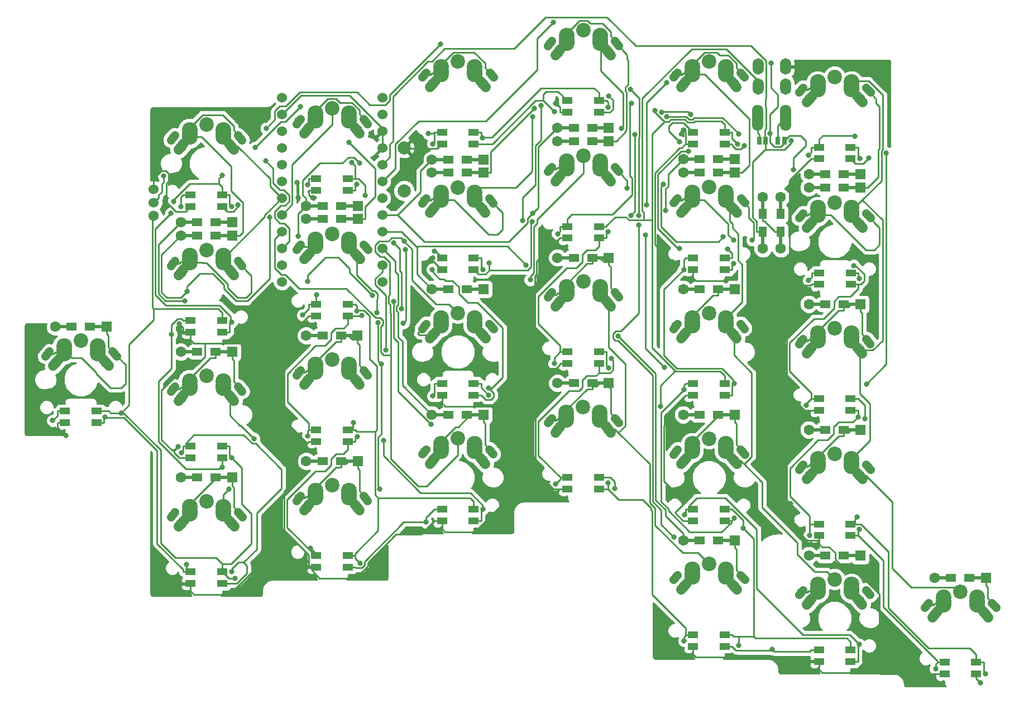
<source format=gbr>
G04 #@! TF.GenerationSoftware,KiCad,Pcbnew,(5.0.2)-1*
G04 #@! TF.CreationDate,2019-03-25T20:18:58+08:00*
G04 #@! TF.ProjectId,JiranSecondTry,4a697261-6e53-4656-936f-6e645472792e,rev?*
G04 #@! TF.SameCoordinates,Original*
G04 #@! TF.FileFunction,Copper,L2,Bot*
G04 #@! TF.FilePolarity,Positive*
%FSLAX46Y46*%
G04 Gerber Fmt 4.6, Leading zero omitted, Abs format (unit mm)*
G04 Created by KiCad (PCBNEW (5.0.2)-1) date 25/03/2019 20:18:58*
%MOMM*%
%LPD*%
G01*
G04 APERTURE LIST*
G04 #@! TA.AperFunction,ComponentPad*
%ADD10C,2.000000*%
G04 #@! TD*
G04 #@! TA.AperFunction,Conductor*
%ADD11R,2.900000X0.500000*%
G04 #@! TD*
G04 #@! TA.AperFunction,SMDPad,CuDef*
%ADD12R,1.600000X1.200000*%
G04 #@! TD*
G04 #@! TA.AperFunction,ComponentPad*
%ADD13C,1.600000*%
G04 #@! TD*
G04 #@! TA.AperFunction,ComponentPad*
%ADD14R,1.600000X1.600000*%
G04 #@! TD*
G04 #@! TA.AperFunction,Conductor*
%ADD15R,0.500000X2.900000*%
G04 #@! TD*
G04 #@! TA.AperFunction,SMDPad,CuDef*
%ADD16R,1.200000X1.500000*%
G04 #@! TD*
G04 #@! TA.AperFunction,ComponentPad*
%ADD17C,1.524000*%
G04 #@! TD*
G04 #@! TA.AperFunction,ComponentPad*
%ADD18O,1.700000X2.500000*%
G04 #@! TD*
G04 #@! TA.AperFunction,ComponentPad*
%ADD19O,1.700000X4.000000*%
G04 #@! TD*
G04 #@! TA.AperFunction,ComponentPad*
%ADD20C,2.400000*%
G04 #@! TD*
G04 #@! TA.AperFunction,ComponentPad*
%ADD21C,1.550000*%
G04 #@! TD*
G04 #@! TA.AperFunction,Conductor*
%ADD22C,1.550000*%
G04 #@! TD*
G04 #@! TA.AperFunction,ComponentPad*
%ADD23C,2.200000*%
G04 #@! TD*
G04 #@! TA.AperFunction,ComponentPad*
%ADD24C,1.250000*%
G04 #@! TD*
G04 #@! TA.AperFunction,Conductor*
%ADD25C,1.250000*%
G04 #@! TD*
G04 #@! TA.AperFunction,SMDPad,CuDef*
%ADD26R,1.600000X1.000000*%
G04 #@! TD*
G04 #@! TA.AperFunction,SMDPad,CuDef*
%ADD27R,0.635000X1.143000*%
G04 #@! TD*
G04 #@! TA.AperFunction,ViaPad*
%ADD28C,0.800000*%
G04 #@! TD*
G04 #@! TA.AperFunction,Conductor*
%ADD29C,0.250000*%
G04 #@! TD*
G04 #@! TA.AperFunction,Conductor*
%ADD30C,0.254000*%
G04 #@! TD*
G04 APERTURE END LIST*
D10*
G04 #@! TO.P,K29,1*
G04 #@! TO.N,GND*
X179200000Y-42425000D03*
G04 #@! TO.P,K29,2*
G04 #@! TO.N,RESET*
X179200000Y-48925000D03*
G04 #@! TD*
D11*
G04 #@! TO.N,rowE*
G04 #@! TO.C,D28*
X261030000Y-107650000D03*
D12*
G04 #@! TD*
G04 #@! TO.P,D28,2*
G04 #@! TO.N,rowE*
X262130000Y-107650000D03*
G04 #@! TO.P,D28,1*
G04 #@! TO.N,Net-(D28-Pad1)*
X264930000Y-107650000D03*
D11*
G04 #@! TD*
G04 #@! TO.N,Net-(D28-Pad1)*
G04 #@! TO.C,D28*
X266030000Y-107650000D03*
D13*
G04 #@! TO.P,D28,2*
G04 #@! TO.N,rowE*
X259630000Y-107650000D03*
D14*
G04 #@! TO.P,D28,1*
G04 #@! TO.N,Net-(D28-Pad1)*
X267430000Y-107650000D03*
G04 #@! TD*
D11*
G04 #@! TO.N,rowD*
G04 #@! TO.C,D25*
X241980000Y-85170000D03*
D12*
G04 #@! TD*
G04 #@! TO.P,D25,2*
G04 #@! TO.N,rowD*
X243080000Y-85170000D03*
G04 #@! TO.P,D25,1*
G04 #@! TO.N,Net-(D25-Pad1)*
X245880000Y-85170000D03*
D11*
G04 #@! TD*
G04 #@! TO.N,Net-(D25-Pad1)*
G04 #@! TO.C,D25*
X246980000Y-85170000D03*
D13*
G04 #@! TO.P,D25,2*
G04 #@! TO.N,rowD*
X240580000Y-85170000D03*
D14*
G04 #@! TO.P,D25,1*
G04 #@! TO.N,Net-(D25-Pad1)*
X248380000Y-85170000D03*
G04 #@! TD*
D11*
G04 #@! TO.N,rowE*
G04 #@! TO.C,D27*
X241980000Y-104220000D03*
D12*
G04 #@! TD*
G04 #@! TO.P,D27,2*
G04 #@! TO.N,rowE*
X243080000Y-104220000D03*
G04 #@! TO.P,D27,1*
G04 #@! TO.N,Net-(D27-Pad1)*
X245880000Y-104220000D03*
D11*
G04 #@! TD*
G04 #@! TO.N,Net-(D27-Pad1)*
G04 #@! TO.C,D27*
X246980000Y-104220000D03*
D13*
G04 #@! TO.P,D27,2*
G04 #@! TO.N,rowE*
X240580000Y-104220000D03*
D14*
G04 #@! TO.P,D27,1*
G04 #@! TO.N,Net-(D27-Pad1)*
X248380000Y-104220000D03*
G04 #@! TD*
D11*
G04 #@! TO.N,rowE*
G04 #@! TO.C,D26*
X222940000Y-101930000D03*
D12*
G04 #@! TD*
G04 #@! TO.P,D26,2*
G04 #@! TO.N,rowE*
X224040000Y-101930000D03*
G04 #@! TO.P,D26,1*
G04 #@! TO.N,Net-(D26-Pad1)*
X226840000Y-101930000D03*
D11*
G04 #@! TD*
G04 #@! TO.N,Net-(D26-Pad1)*
G04 #@! TO.C,D26*
X227940000Y-101930000D03*
D13*
G04 #@! TO.P,D26,2*
G04 #@! TO.N,rowE*
X221540000Y-101930000D03*
D14*
G04 #@! TO.P,D26,1*
G04 #@! TO.N,Net-(D26-Pad1)*
X229340000Y-101930000D03*
G04 #@! TD*
D11*
G04 #@! TO.N,rowD*
G04 #@! TO.C,D24*
X222940000Y-82890000D03*
D12*
G04 #@! TD*
G04 #@! TO.P,D24,2*
G04 #@! TO.N,rowD*
X224040000Y-82890000D03*
G04 #@! TO.P,D24,1*
G04 #@! TO.N,Net-(D24-Pad1)*
X226840000Y-82890000D03*
D11*
G04 #@! TD*
G04 #@! TO.N,Net-(D24-Pad1)*
G04 #@! TO.C,D24*
X227940000Y-82890000D03*
D13*
G04 #@! TO.P,D24,2*
G04 #@! TO.N,rowD*
X221540000Y-82890000D03*
D14*
G04 #@! TO.P,D24,1*
G04 #@! TO.N,Net-(D24-Pad1)*
X229340000Y-82890000D03*
G04 #@! TD*
D11*
G04 #@! TO.N,rowD*
G04 #@! TO.C,D23*
X203860000Y-78110000D03*
D12*
G04 #@! TD*
G04 #@! TO.P,D23,2*
G04 #@! TO.N,rowD*
X204960000Y-78110000D03*
G04 #@! TO.P,D23,1*
G04 #@! TO.N,Net-(D23-Pad1)*
X207760000Y-78110000D03*
D11*
G04 #@! TD*
G04 #@! TO.N,Net-(D23-Pad1)*
G04 #@! TO.C,D23*
X208860000Y-78110000D03*
D13*
G04 #@! TO.P,D23,2*
G04 #@! TO.N,rowD*
X202460000Y-78110000D03*
D14*
G04 #@! TO.P,D23,1*
G04 #@! TO.N,Net-(D23-Pad1)*
X210260000Y-78110000D03*
G04 #@! TD*
D11*
G04 #@! TO.N,rowD*
G04 #@! TO.C,D22*
X184820000Y-82890000D03*
D12*
G04 #@! TD*
G04 #@! TO.P,D22,2*
G04 #@! TO.N,rowD*
X185920000Y-82890000D03*
G04 #@! TO.P,D22,1*
G04 #@! TO.N,Net-(D22-Pad1)*
X188720000Y-82890000D03*
D11*
G04 #@! TD*
G04 #@! TO.N,Net-(D22-Pad1)*
G04 #@! TO.C,D22*
X189820000Y-82890000D03*
D13*
G04 #@! TO.P,D22,2*
G04 #@! TO.N,rowD*
X183420000Y-82890000D03*
D14*
G04 #@! TO.P,D22,1*
G04 #@! TO.N,Net-(D22-Pad1)*
X191220000Y-82890000D03*
G04 #@! TD*
D11*
G04 #@! TO.N,rowD*
G04 #@! TO.C,D21*
X165770000Y-89930000D03*
D12*
G04 #@! TD*
G04 #@! TO.P,D21,2*
G04 #@! TO.N,rowD*
X166870000Y-89930000D03*
G04 #@! TO.P,D21,1*
G04 #@! TO.N,Net-(D21-Pad1)*
X169670000Y-89930000D03*
D11*
G04 #@! TD*
G04 #@! TO.N,Net-(D21-Pad1)*
G04 #@! TO.C,D21*
X170770000Y-89930000D03*
D13*
G04 #@! TO.P,D21,2*
G04 #@! TO.N,rowD*
X164370000Y-89930000D03*
D14*
G04 #@! TO.P,D21,1*
G04 #@! TO.N,Net-(D21-Pad1)*
X172170000Y-89930000D03*
G04 #@! TD*
D11*
G04 #@! TO.N,rowD*
G04 #@! TO.C,D20*
X146740000Y-92400000D03*
D12*
G04 #@! TD*
G04 #@! TO.P,D20,2*
G04 #@! TO.N,rowD*
X147840000Y-92400000D03*
G04 #@! TO.P,D20,1*
G04 #@! TO.N,Net-(D20-Pad1)*
X150640000Y-92400000D03*
D11*
G04 #@! TD*
G04 #@! TO.N,Net-(D20-Pad1)*
G04 #@! TO.C,D20*
X151740000Y-92400000D03*
D13*
G04 #@! TO.P,D20,2*
G04 #@! TO.N,rowD*
X145340000Y-92400000D03*
D14*
G04 #@! TO.P,D20,1*
G04 #@! TO.N,Net-(D20-Pad1)*
X153140000Y-92400000D03*
G04 #@! TD*
D11*
G04 #@! TO.N,rowC*
G04 #@! TO.C,D19*
X241980000Y-66120000D03*
D12*
G04 #@! TD*
G04 #@! TO.P,D19,2*
G04 #@! TO.N,rowC*
X243080000Y-66120000D03*
G04 #@! TO.P,D19,1*
G04 #@! TO.N,Net-(D19-Pad1)*
X245880000Y-66120000D03*
D11*
G04 #@! TD*
G04 #@! TO.N,Net-(D19-Pad1)*
G04 #@! TO.C,D19*
X246980000Y-66120000D03*
D13*
G04 #@! TO.P,D19,2*
G04 #@! TO.N,rowC*
X240580000Y-66120000D03*
D14*
G04 #@! TO.P,D19,1*
G04 #@! TO.N,Net-(D19-Pad1)*
X248380000Y-66120000D03*
G04 #@! TD*
D11*
G04 #@! TO.N,rowC*
G04 #@! TO.C,D18*
X222940000Y-63830000D03*
D12*
G04 #@! TD*
G04 #@! TO.P,D18,2*
G04 #@! TO.N,rowC*
X224040000Y-63830000D03*
G04 #@! TO.P,D18,1*
G04 #@! TO.N,Net-(D18-Pad1)*
X226840000Y-63830000D03*
D11*
G04 #@! TD*
G04 #@! TO.N,Net-(D18-Pad1)*
G04 #@! TO.C,D18*
X227940000Y-63830000D03*
D13*
G04 #@! TO.P,D18,2*
G04 #@! TO.N,rowC*
X221540000Y-63830000D03*
D14*
G04 #@! TO.P,D18,1*
G04 #@! TO.N,Net-(D18-Pad1)*
X229340000Y-63830000D03*
G04 #@! TD*
D11*
G04 #@! TO.N,rowC*
G04 #@! TO.C,D17*
X203860000Y-59070000D03*
D12*
G04 #@! TD*
G04 #@! TO.P,D17,2*
G04 #@! TO.N,rowC*
X204960000Y-59070000D03*
G04 #@! TO.P,D17,1*
G04 #@! TO.N,Net-(D17-Pad1)*
X207760000Y-59070000D03*
D11*
G04 #@! TD*
G04 #@! TO.N,Net-(D17-Pad1)*
G04 #@! TO.C,D17*
X208860000Y-59070000D03*
D13*
G04 #@! TO.P,D17,2*
G04 #@! TO.N,rowC*
X202460000Y-59070000D03*
D14*
G04 #@! TO.P,D17,1*
G04 #@! TO.N,Net-(D17-Pad1)*
X210260000Y-59070000D03*
G04 #@! TD*
D11*
G04 #@! TO.N,rowC*
G04 #@! TO.C,D16*
X184820000Y-63830000D03*
D12*
G04 #@! TD*
G04 #@! TO.P,D16,2*
G04 #@! TO.N,rowC*
X185920000Y-63830000D03*
G04 #@! TO.P,D16,1*
G04 #@! TO.N,Net-(D16-Pad1)*
X188720000Y-63830000D03*
D11*
G04 #@! TD*
G04 #@! TO.N,Net-(D16-Pad1)*
G04 #@! TO.C,D16*
X189820000Y-63830000D03*
D13*
G04 #@! TO.P,D16,2*
G04 #@! TO.N,rowC*
X183420000Y-63830000D03*
D14*
G04 #@! TO.P,D16,1*
G04 #@! TO.N,Net-(D16-Pad1)*
X191220000Y-63830000D03*
G04 #@! TD*
D11*
G04 #@! TO.N,rowC*
G04 #@! TO.C,D15*
X165760000Y-70880000D03*
D12*
G04 #@! TD*
G04 #@! TO.P,D15,2*
G04 #@! TO.N,rowC*
X166860000Y-70880000D03*
G04 #@! TO.P,D15,1*
G04 #@! TO.N,Net-(D15-Pad1)*
X169660000Y-70880000D03*
D11*
G04 #@! TD*
G04 #@! TO.N,Net-(D15-Pad1)*
G04 #@! TO.C,D15*
X170760000Y-70880000D03*
D13*
G04 #@! TO.P,D15,2*
G04 #@! TO.N,rowC*
X164360000Y-70880000D03*
D14*
G04 #@! TO.P,D15,1*
G04 #@! TO.N,Net-(D15-Pad1)*
X172160000Y-70880000D03*
G04 #@! TD*
D11*
G04 #@! TO.N,rowC*
G04 #@! TO.C,D14*
X146740000Y-73350000D03*
D12*
G04 #@! TD*
G04 #@! TO.P,D14,2*
G04 #@! TO.N,rowC*
X147840000Y-73350000D03*
G04 #@! TO.P,D14,1*
G04 #@! TO.N,Net-(D14-Pad1)*
X150640000Y-73350000D03*
D11*
G04 #@! TD*
G04 #@! TO.N,Net-(D14-Pad1)*
G04 #@! TO.C,D14*
X151740000Y-73350000D03*
D13*
G04 #@! TO.P,D14,2*
G04 #@! TO.N,rowC*
X145340000Y-73350000D03*
D14*
G04 #@! TO.P,D14,1*
G04 #@! TO.N,Net-(D14-Pad1)*
X153140000Y-73350000D03*
G04 #@! TD*
D11*
G04 #@! TO.N,rowE*
G04 #@! TO.C,D7*
X127700000Y-69530000D03*
D12*
G04 #@! TD*
G04 #@! TO.P,D7,2*
G04 #@! TO.N,rowE*
X128800000Y-69530000D03*
G04 #@! TO.P,D7,1*
G04 #@! TO.N,Net-(D7-Pad1)*
X131600000Y-69530000D03*
D11*
G04 #@! TD*
G04 #@! TO.N,Net-(D7-Pad1)*
G04 #@! TO.C,D7*
X132700000Y-69530000D03*
D13*
G04 #@! TO.P,D7,2*
G04 #@! TO.N,rowE*
X126300000Y-69530000D03*
D14*
G04 #@! TO.P,D7,1*
G04 #@! TO.N,Net-(D7-Pad1)*
X134100000Y-69530000D03*
G04 #@! TD*
D13*
G04 #@! TO.P,R1,1*
G04 #@! TO.N,SDA*
X233620000Y-57700000D03*
G04 #@! TO.P,R1,2*
G04 #@! TO.N,VCC*
X233620000Y-49900000D03*
D15*
G04 #@! TD*
G04 #@! TO.N,SDA*
G04 #@! TO.C,R1*
X233620000Y-56300000D03*
D16*
G04 #@! TO.P,R1,1*
G04 #@! TO.N,SDA*
X233620000Y-55150000D03*
G04 #@! TO.P,R1,2*
G04 #@! TO.N,VCC*
X233620000Y-52450000D03*
D15*
G04 #@! TD*
G04 #@! TO.N,VCC*
G04 #@! TO.C,R1*
X233620000Y-51300000D03*
D13*
G04 #@! TO.P,R2,1*
G04 #@! TO.N,VCC*
X236310000Y-57700000D03*
G04 #@! TO.P,R2,2*
G04 #@! TO.N,SCL*
X236310000Y-49900000D03*
D15*
G04 #@! TD*
G04 #@! TO.N,VCC*
G04 #@! TO.C,R2*
X236310000Y-56300000D03*
D16*
G04 #@! TO.P,R2,1*
G04 #@! TO.N,VCC*
X236310000Y-55150000D03*
G04 #@! TO.P,R2,2*
G04 #@! TO.N,SCL*
X236310000Y-52450000D03*
D15*
G04 #@! TD*
G04 #@! TO.N,SCL*
G04 #@! TO.C,R2*
X236310000Y-51300000D03*
D11*
G04 #@! TO.N,rowA*
G04 #@! TO.C,D6*
X242000000Y-48450000D03*
D12*
G04 #@! TD*
G04 #@! TO.P,D6,2*
G04 #@! TO.N,rowA*
X243100000Y-48450000D03*
G04 #@! TO.P,D6,1*
G04 #@! TO.N,Net-(D6-Pad1)*
X245900000Y-48450000D03*
D11*
G04 #@! TD*
G04 #@! TO.N,Net-(D6-Pad1)*
G04 #@! TO.C,D6*
X247000000Y-48450000D03*
D13*
G04 #@! TO.P,D6,2*
G04 #@! TO.N,rowA*
X240600000Y-48450000D03*
D14*
G04 #@! TO.P,D6,1*
G04 #@! TO.N,Net-(D6-Pad1)*
X248400000Y-48450000D03*
G04 #@! TD*
D11*
G04 #@! TO.N,rowB*
G04 #@! TO.C,D13*
X241990000Y-46450000D03*
D12*
G04 #@! TD*
G04 #@! TO.P,D13,2*
G04 #@! TO.N,rowB*
X243090000Y-46450000D03*
G04 #@! TO.P,D13,1*
G04 #@! TO.N,Net-(D13-Pad1)*
X245890000Y-46450000D03*
D11*
G04 #@! TD*
G04 #@! TO.N,Net-(D13-Pad1)*
G04 #@! TO.C,D13*
X246990000Y-46450000D03*
D13*
G04 #@! TO.P,D13,2*
G04 #@! TO.N,rowB*
X240590000Y-46450000D03*
D14*
G04 #@! TO.P,D13,1*
G04 #@! TO.N,Net-(D13-Pad1)*
X248390000Y-46450000D03*
G04 #@! TD*
D11*
G04 #@! TO.N,rowA*
G04 #@! TO.C,D5*
X222940000Y-46150000D03*
D12*
G04 #@! TD*
G04 #@! TO.P,D5,2*
G04 #@! TO.N,rowA*
X224040000Y-46150000D03*
G04 #@! TO.P,D5,1*
G04 #@! TO.N,Net-(D5-Pad1)*
X226840000Y-46150000D03*
D11*
G04 #@! TD*
G04 #@! TO.N,Net-(D5-Pad1)*
G04 #@! TO.C,D5*
X227940000Y-46150000D03*
D13*
G04 #@! TO.P,D5,2*
G04 #@! TO.N,rowA*
X221540000Y-46150000D03*
D14*
G04 #@! TO.P,D5,1*
G04 #@! TO.N,Net-(D5-Pad1)*
X229340000Y-46150000D03*
G04 #@! TD*
D11*
G04 #@! TO.N,rowB*
G04 #@! TO.C,D12*
X222940000Y-44150000D03*
D12*
G04 #@! TD*
G04 #@! TO.P,D12,2*
G04 #@! TO.N,rowB*
X224040000Y-44150000D03*
G04 #@! TO.P,D12,1*
G04 #@! TO.N,Net-(D12-Pad1)*
X226840000Y-44150000D03*
D11*
G04 #@! TD*
G04 #@! TO.N,Net-(D12-Pad1)*
G04 #@! TO.C,D12*
X227940000Y-44150000D03*
D13*
G04 #@! TO.P,D12,2*
G04 #@! TO.N,rowB*
X221540000Y-44150000D03*
D14*
G04 #@! TO.P,D12,1*
G04 #@! TO.N,Net-(D12-Pad1)*
X229340000Y-44150000D03*
G04 #@! TD*
D11*
G04 #@! TO.N,rowA*
G04 #@! TO.C,D4*
X203860000Y-41400000D03*
D12*
G04 #@! TD*
G04 #@! TO.P,D4,2*
G04 #@! TO.N,rowA*
X204960000Y-41400000D03*
G04 #@! TO.P,D4,1*
G04 #@! TO.N,Net-(D4-Pad1)*
X207760000Y-41400000D03*
D11*
G04 #@! TD*
G04 #@! TO.N,Net-(D4-Pad1)*
G04 #@! TO.C,D4*
X208860000Y-41400000D03*
D13*
G04 #@! TO.P,D4,2*
G04 #@! TO.N,rowA*
X202460000Y-41400000D03*
D14*
G04 #@! TO.P,D4,1*
G04 #@! TO.N,Net-(D4-Pad1)*
X210260000Y-41400000D03*
G04 #@! TD*
D11*
G04 #@! TO.N,rowB*
G04 #@! TO.C,D11*
X203860000Y-39400000D03*
D12*
G04 #@! TD*
G04 #@! TO.P,D11,2*
G04 #@! TO.N,rowB*
X204960000Y-39400000D03*
G04 #@! TO.P,D11,1*
G04 #@! TO.N,Net-(D11-Pad1)*
X207760000Y-39400000D03*
D11*
G04 #@! TD*
G04 #@! TO.N,Net-(D11-Pad1)*
G04 #@! TO.C,D11*
X208860000Y-39400000D03*
D13*
G04 #@! TO.P,D11,2*
G04 #@! TO.N,rowB*
X202460000Y-39400000D03*
D14*
G04 #@! TO.P,D11,1*
G04 #@! TO.N,Net-(D11-Pad1)*
X210260000Y-39400000D03*
G04 #@! TD*
D11*
G04 #@! TO.N,rowA*
G04 #@! TO.C,D3*
X184820000Y-46200000D03*
D12*
G04 #@! TD*
G04 #@! TO.P,D3,2*
G04 #@! TO.N,rowA*
X185920000Y-46200000D03*
G04 #@! TO.P,D3,1*
G04 #@! TO.N,Net-(D3-Pad1)*
X188720000Y-46200000D03*
D11*
G04 #@! TD*
G04 #@! TO.N,Net-(D3-Pad1)*
G04 #@! TO.C,D3*
X189820000Y-46200000D03*
D13*
G04 #@! TO.P,D3,2*
G04 #@! TO.N,rowA*
X183420000Y-46200000D03*
D14*
G04 #@! TO.P,D3,1*
G04 #@! TO.N,Net-(D3-Pad1)*
X191220000Y-46200000D03*
G04 #@! TD*
D11*
G04 #@! TO.N,rowB*
G04 #@! TO.C,D10*
X184820000Y-44200000D03*
D12*
G04 #@! TD*
G04 #@! TO.P,D10,2*
G04 #@! TO.N,rowB*
X185920000Y-44200000D03*
G04 #@! TO.P,D10,1*
G04 #@! TO.N,Net-(D10-Pad1)*
X188720000Y-44200000D03*
D11*
G04 #@! TD*
G04 #@! TO.N,Net-(D10-Pad1)*
G04 #@! TO.C,D10*
X189820000Y-44200000D03*
D13*
G04 #@! TO.P,D10,2*
G04 #@! TO.N,rowB*
X183420000Y-44200000D03*
D14*
G04 #@! TO.P,D10,1*
G04 #@! TO.N,Net-(D10-Pad1)*
X191220000Y-44200000D03*
G04 #@! TD*
D11*
G04 #@! TO.N,rowA*
G04 #@! TO.C,D2*
X165770000Y-53200000D03*
D12*
G04 #@! TD*
G04 #@! TO.P,D2,2*
G04 #@! TO.N,rowA*
X166870000Y-53200000D03*
G04 #@! TO.P,D2,1*
G04 #@! TO.N,Net-(D2-Pad1)*
X169670000Y-53200000D03*
D11*
G04 #@! TD*
G04 #@! TO.N,Net-(D2-Pad1)*
G04 #@! TO.C,D2*
X170770000Y-53200000D03*
D13*
G04 #@! TO.P,D2,2*
G04 #@! TO.N,rowA*
X164370000Y-53200000D03*
D14*
G04 #@! TO.P,D2,1*
G04 #@! TO.N,Net-(D2-Pad1)*
X172170000Y-53200000D03*
G04 #@! TD*
D11*
G04 #@! TO.N,rowB*
G04 #@! TO.C,D9*
X165770000Y-51200000D03*
D12*
G04 #@! TD*
G04 #@! TO.P,D9,2*
G04 #@! TO.N,rowB*
X166870000Y-51200000D03*
G04 #@! TO.P,D9,1*
G04 #@! TO.N,Net-(D9-Pad1)*
X169670000Y-51200000D03*
D11*
G04 #@! TD*
G04 #@! TO.N,Net-(D9-Pad1)*
G04 #@! TO.C,D9*
X170770000Y-51200000D03*
D13*
G04 #@! TO.P,D9,2*
G04 #@! TO.N,rowB*
X164370000Y-51200000D03*
D14*
G04 #@! TO.P,D9,1*
G04 #@! TO.N,Net-(D9-Pad1)*
X172170000Y-51200000D03*
G04 #@! TD*
D11*
G04 #@! TO.N,rowA*
G04 #@! TO.C,D1*
X146740000Y-55700000D03*
D12*
G04 #@! TD*
G04 #@! TO.P,D1,2*
G04 #@! TO.N,rowA*
X147840000Y-55700000D03*
G04 #@! TO.P,D1,1*
G04 #@! TO.N,Net-(D1-Pad1)*
X150640000Y-55700000D03*
D11*
G04 #@! TD*
G04 #@! TO.N,Net-(D1-Pad1)*
G04 #@! TO.C,D1*
X151740000Y-55700000D03*
D13*
G04 #@! TO.P,D1,2*
G04 #@! TO.N,rowA*
X145340000Y-55700000D03*
D14*
G04 #@! TO.P,D1,1*
G04 #@! TO.N,Net-(D1-Pad1)*
X153140000Y-55700000D03*
G04 #@! TD*
D11*
G04 #@! TO.N,rowB*
G04 #@! TO.C,D8*
X146740000Y-53700000D03*
D12*
G04 #@! TD*
G04 #@! TO.P,D8,2*
G04 #@! TO.N,rowB*
X147840000Y-53700000D03*
G04 #@! TO.P,D8,1*
G04 #@! TO.N,Net-(D8-Pad1)*
X150640000Y-53700000D03*
D11*
G04 #@! TD*
G04 #@! TO.N,Net-(D8-Pad1)*
G04 #@! TO.C,D8*
X151740000Y-53700000D03*
D13*
G04 #@! TO.P,D8,2*
G04 #@! TO.N,rowB*
X145340000Y-53700000D03*
D14*
G04 #@! TO.P,D8,1*
G04 #@! TO.N,Net-(D8-Pad1)*
X153140000Y-53700000D03*
G04 #@! TD*
D17*
G04 #@! TO.P,U1,1*
G04 #@! TO.N,LED*
X175906400Y-34797000D03*
G04 #@! TO.P,U1,2*
G04 #@! TO.N,Net-(U1-Pad2)*
X175906400Y-37337000D03*
G04 #@! TO.P,U1,3*
G04 #@! TO.N,GND*
X175906400Y-39877000D03*
G04 #@! TO.P,U1,4*
X175906400Y-42417000D03*
G04 #@! TO.P,U1,5*
G04 #@! TO.N,SDA*
X175906400Y-44957000D03*
G04 #@! TO.P,U1,6*
G04 #@! TO.N,SCL*
X175906400Y-47497000D03*
G04 #@! TO.P,U1,7*
G04 #@! TO.N,rowA*
X175906400Y-50037000D03*
G04 #@! TO.P,U1,8*
G04 #@! TO.N,rowB*
X175906400Y-52577000D03*
G04 #@! TO.P,U1,9*
G04 #@! TO.N,rowC*
X175906400Y-55117000D03*
G04 #@! TO.P,U1,10*
G04 #@! TO.N,rowD*
X175906400Y-57657000D03*
G04 #@! TO.P,U1,11*
G04 #@! TO.N,rowE*
X175906400Y-60197000D03*
G04 #@! TO.P,U1,12*
G04 #@! TO.N,Net-(U1-Pad12)*
X175906400Y-62737000D03*
G04 #@! TO.P,U1,13*
G04 #@! TO.N,col6*
X160686400Y-62737000D03*
G04 #@! TO.P,U1,14*
G04 #@! TO.N,col5*
X160686400Y-60197000D03*
G04 #@! TO.P,U1,15*
G04 #@! TO.N,col4*
X160686400Y-57657000D03*
G04 #@! TO.P,U1,16*
G04 #@! TO.N,col3*
X160686400Y-55117000D03*
G04 #@! TO.P,U1,17*
G04 #@! TO.N,col2*
X160686400Y-52577000D03*
G04 #@! TO.P,U1,18*
G04 #@! TO.N,col1*
X160686400Y-50037000D03*
G04 #@! TO.P,U1,19*
G04 #@! TO.N,Net-(U1-Pad19)*
X160686400Y-47497000D03*
G04 #@! TO.P,U1,20*
G04 #@! TO.N,Net-(U1-Pad20)*
X160686400Y-44957000D03*
G04 #@! TO.P,U1,21*
G04 #@! TO.N,VCC*
X160686400Y-42417000D03*
G04 #@! TO.P,U1,22*
G04 #@! TO.N,RESET*
X160686400Y-39877000D03*
G04 #@! TO.P,U1,23*
G04 #@! TO.N,GND*
X160686400Y-37337000D03*
G04 #@! TO.P,U1,24*
G04 #@! TO.N,Net-(U1-Pad24)*
X160686400Y-34797000D03*
G04 #@! TD*
D18*
G04 #@! TO.P,J1,C*
G04 #@! TO.N,VCC*
X232875000Y-33100000D03*
G04 #@! TO.P,J1,B*
G04 #@! TO.N,GND*
X232875000Y-30100000D03*
D19*
G04 #@! TO.P,J1,A*
G04 #@! TO.N,Net-(J1-PadA)*
X232850000Y-37850000D03*
G04 #@! TO.P,J1,D*
G04 #@! TO.N,Net-(J1-PadD)*
X237050000Y-37850000D03*
D18*
G04 #@! TO.P,J1,C*
G04 #@! TO.N,VCC*
X237050000Y-33100000D03*
G04 #@! TO.P,J1,B*
G04 #@! TO.N,GND*
X237050000Y-30100000D03*
G04 #@! TD*
D20*
G04 #@! TO.P,K28,1*
G04 #@! TO.N,Net-(D28-Pad1)*
X261000000Y-111160000D03*
X261000000Y-111660000D03*
G04 #@! TO.P,K28,2*
G04 #@! TO.N,col6*
X266080000Y-111660000D03*
X266080000Y-111160000D03*
D21*
X267350000Y-113120000D03*
D22*
G04 #@! TD*
G04 #@! TO.N,col6*
G04 #@! TO.C,K28*
X266948258Y-112641222D02*
X267751742Y-113598778D01*
D20*
G04 #@! TO.P,K28,1*
G04 #@! TO.N,Net-(D28-Pad1)*
X261000000Y-110580000D03*
D21*
X259730000Y-113120000D03*
D22*
G04 #@! TD*
G04 #@! TO.N,Net-(D28-Pad1)*
G04 #@! TO.C,K28*
X259328258Y-113598778D02*
X260131742Y-112641222D01*
D20*
G04 #@! TO.P,K28,2*
G04 #@! TO.N,col6*
X266080000Y-110580000D03*
D23*
X263540000Y-109760000D03*
D24*
G04 #@! TO.P,K28,1*
G04 #@! TO.N,Net-(D28-Pad1)*
X258440000Y-111760000D03*
D25*
G04 #@! TD*
G04 #@! TO.N,Net-(D28-Pad1)*
G04 #@! TO.C,K28*
X258134676Y-112123871D02*
X258745324Y-111396129D01*
D24*
G04 #@! TO.P,K28,1*
G04 #@! TO.N,Net-(D28-Pad1)*
X268640000Y-111760000D03*
D25*
G04 #@! TD*
G04 #@! TO.N,Net-(D28-Pad1)*
G04 #@! TO.C,K28*
X268334676Y-111396129D02*
X268945324Y-112123871D01*
D17*
G04 #@! TO.P,J2,1*
G04 #@! TO.N,VCC*
X141220000Y-52710000D03*
G04 #@! TO.P,J2,3*
G04 #@! TO.N,GND*
X141220000Y-48710000D03*
G04 #@! TO.P,J2,1*
G04 #@! TO.N,VCC*
X141220000Y-52710000D03*
G04 #@! TO.P,J2,2*
G04 #@! TO.N,LED*
X141220000Y-50710000D03*
G04 #@! TO.P,J2,3*
G04 #@! TO.N,GND*
X141220000Y-48710000D03*
G04 #@! TO.P,J2,2*
G04 #@! TO.N,LED*
X141230000Y-50720000D03*
G04 #@! TO.P,J2,3*
G04 #@! TO.N,GND*
X141210000Y-48710000D03*
G04 #@! TO.P,J2,1*
G04 #@! TO.N,VCC*
X141230000Y-52720000D03*
G04 #@! TD*
D20*
G04 #@! TO.P,K1,1*
G04 #@! TO.N,Net-(D1-Pad1)*
X146685000Y-40275000D03*
X146685000Y-40775000D03*
G04 #@! TO.P,K1,2*
G04 #@! TO.N,col1*
X151765000Y-40775000D03*
X151765000Y-40275000D03*
D21*
X153035000Y-42235000D03*
D22*
G04 #@! TD*
G04 #@! TO.N,col1*
G04 #@! TO.C,K1*
X152633258Y-41756222D02*
X153436742Y-42713778D01*
D20*
G04 #@! TO.P,K1,1*
G04 #@! TO.N,Net-(D1-Pad1)*
X146685000Y-39695000D03*
D21*
X145415000Y-42235000D03*
D22*
G04 #@! TD*
G04 #@! TO.N,Net-(D1-Pad1)*
G04 #@! TO.C,K1*
X145013258Y-42713778D02*
X145816742Y-41756222D01*
D20*
G04 #@! TO.P,K1,2*
G04 #@! TO.N,col1*
X151765000Y-39695000D03*
D23*
X149225000Y-38875000D03*
D24*
G04 #@! TO.P,K1,1*
G04 #@! TO.N,Net-(D1-Pad1)*
X144125000Y-40875000D03*
D25*
G04 #@! TD*
G04 #@! TO.N,Net-(D1-Pad1)*
G04 #@! TO.C,K1*
X143819676Y-41238871D02*
X144430324Y-40511129D01*
D24*
G04 #@! TO.P,K1,1*
G04 #@! TO.N,Net-(D1-Pad1)*
X154325000Y-40875000D03*
D25*
G04 #@! TD*
G04 #@! TO.N,Net-(D1-Pad1)*
G04 #@! TO.C,K1*
X154019676Y-40511129D02*
X154630324Y-41238871D01*
D20*
G04 #@! TO.P,K2,1*
G04 #@! TO.N,Net-(D2-Pad1)*
X165735000Y-37800000D03*
X165735000Y-38300000D03*
G04 #@! TO.P,K2,2*
G04 #@! TO.N,col2*
X170815000Y-38300000D03*
X170815000Y-37800000D03*
D21*
X172085000Y-39760000D03*
D22*
G04 #@! TD*
G04 #@! TO.N,col2*
G04 #@! TO.C,K2*
X171683258Y-39281222D02*
X172486742Y-40238778D01*
D20*
G04 #@! TO.P,K2,1*
G04 #@! TO.N,Net-(D2-Pad1)*
X165735000Y-37220000D03*
D21*
X164465000Y-39760000D03*
D22*
G04 #@! TD*
G04 #@! TO.N,Net-(D2-Pad1)*
G04 #@! TO.C,K2*
X164063258Y-40238778D02*
X164866742Y-39281222D01*
D20*
G04 #@! TO.P,K2,2*
G04 #@! TO.N,col2*
X170815000Y-37220000D03*
D23*
X168275000Y-36400000D03*
D24*
G04 #@! TO.P,K2,1*
G04 #@! TO.N,Net-(D2-Pad1)*
X163175000Y-38400000D03*
D25*
G04 #@! TD*
G04 #@! TO.N,Net-(D2-Pad1)*
G04 #@! TO.C,K2*
X162869676Y-38763871D02*
X163480324Y-38036129D01*
D24*
G04 #@! TO.P,K2,1*
G04 #@! TO.N,Net-(D2-Pad1)*
X173375000Y-38400000D03*
D25*
G04 #@! TD*
G04 #@! TO.N,Net-(D2-Pad1)*
G04 #@! TO.C,K2*
X173069676Y-38036129D02*
X173680324Y-38763871D01*
D24*
G04 #@! TO.P,K3,1*
G04 #@! TO.N,Net-(D3-Pad1)*
X192450000Y-31350000D03*
D25*
G04 #@! TD*
G04 #@! TO.N,Net-(D3-Pad1)*
G04 #@! TO.C,K3*
X192144676Y-30986129D02*
X192755324Y-31713871D01*
D24*
G04 #@! TO.P,K3,1*
G04 #@! TO.N,Net-(D3-Pad1)*
X182250000Y-31350000D03*
D25*
G04 #@! TD*
G04 #@! TO.N,Net-(D3-Pad1)*
G04 #@! TO.C,K3*
X181944676Y-31713871D02*
X182555324Y-30986129D01*
D23*
G04 #@! TO.P,K3,2*
G04 #@! TO.N,col3*
X187350000Y-29350000D03*
D20*
X189890000Y-30170000D03*
D21*
G04 #@! TO.P,K3,1*
G04 #@! TO.N,Net-(D3-Pad1)*
X183540000Y-32710000D03*
D22*
G04 #@! TD*
G04 #@! TO.N,Net-(D3-Pad1)*
G04 #@! TO.C,K3*
X183138258Y-33188778D02*
X183941742Y-32231222D01*
D20*
G04 #@! TO.P,K3,1*
G04 #@! TO.N,Net-(D3-Pad1)*
X184810000Y-30170000D03*
D21*
G04 #@! TO.P,K3,2*
G04 #@! TO.N,col3*
X191160000Y-32710000D03*
D22*
G04 #@! TD*
G04 #@! TO.N,col3*
G04 #@! TO.C,K3*
X190758258Y-32231222D02*
X191561742Y-33188778D01*
D20*
G04 #@! TO.P,K3,2*
G04 #@! TO.N,col3*
X189890000Y-30750000D03*
X189890000Y-31250000D03*
G04 #@! TO.P,K3,1*
G04 #@! TO.N,Net-(D3-Pad1)*
X184810000Y-31250000D03*
X184810000Y-30750000D03*
G04 #@! TD*
G04 #@! TO.P,K4,1*
G04 #@! TO.N,Net-(D4-Pad1)*
X203835000Y-25975000D03*
X203835000Y-26475000D03*
G04 #@! TO.P,K4,2*
G04 #@! TO.N,col4*
X208915000Y-26475000D03*
X208915000Y-25975000D03*
D21*
X210185000Y-27935000D03*
D22*
G04 #@! TD*
G04 #@! TO.N,col4*
G04 #@! TO.C,K4*
X209783258Y-27456222D02*
X210586742Y-28413778D01*
D20*
G04 #@! TO.P,K4,1*
G04 #@! TO.N,Net-(D4-Pad1)*
X203835000Y-25395000D03*
D21*
X202565000Y-27935000D03*
D22*
G04 #@! TD*
G04 #@! TO.N,Net-(D4-Pad1)*
G04 #@! TO.C,K4*
X202163258Y-28413778D02*
X202966742Y-27456222D01*
D20*
G04 #@! TO.P,K4,2*
G04 #@! TO.N,col4*
X208915000Y-25395000D03*
D23*
X206375000Y-24575000D03*
D24*
G04 #@! TO.P,K4,1*
G04 #@! TO.N,Net-(D4-Pad1)*
X201275000Y-26575000D03*
D25*
G04 #@! TD*
G04 #@! TO.N,Net-(D4-Pad1)*
G04 #@! TO.C,K4*
X200969676Y-26938871D02*
X201580324Y-26211129D01*
D24*
G04 #@! TO.P,K4,1*
G04 #@! TO.N,Net-(D4-Pad1)*
X211475000Y-26575000D03*
D25*
G04 #@! TD*
G04 #@! TO.N,Net-(D4-Pad1)*
G04 #@! TO.C,K4*
X211169676Y-26211129D02*
X211780324Y-26938871D01*
D24*
G04 #@! TO.P,K5,1*
G04 #@! TO.N,Net-(D5-Pad1)*
X230525000Y-31350000D03*
D25*
G04 #@! TD*
G04 #@! TO.N,Net-(D5-Pad1)*
G04 #@! TO.C,K5*
X230219676Y-30986129D02*
X230830324Y-31713871D01*
D24*
G04 #@! TO.P,K5,1*
G04 #@! TO.N,Net-(D5-Pad1)*
X220325000Y-31350000D03*
D25*
G04 #@! TD*
G04 #@! TO.N,Net-(D5-Pad1)*
G04 #@! TO.C,K5*
X220019676Y-31713871D02*
X220630324Y-30986129D01*
D23*
G04 #@! TO.P,K5,2*
G04 #@! TO.N,col5*
X225425000Y-29350000D03*
D20*
X227965000Y-30170000D03*
D21*
G04 #@! TO.P,K5,1*
G04 #@! TO.N,Net-(D5-Pad1)*
X221615000Y-32710000D03*
D22*
G04 #@! TD*
G04 #@! TO.N,Net-(D5-Pad1)*
G04 #@! TO.C,K5*
X221213258Y-33188778D02*
X222016742Y-32231222D01*
D20*
G04 #@! TO.P,K5,1*
G04 #@! TO.N,Net-(D5-Pad1)*
X222885000Y-30170000D03*
D21*
G04 #@! TO.P,K5,2*
G04 #@! TO.N,col5*
X229235000Y-32710000D03*
D22*
G04 #@! TD*
G04 #@! TO.N,col5*
G04 #@! TO.C,K5*
X228833258Y-32231222D02*
X229636742Y-33188778D01*
D20*
G04 #@! TO.P,K5,2*
G04 #@! TO.N,col5*
X227965000Y-30750000D03*
X227965000Y-31250000D03*
G04 #@! TO.P,K5,1*
G04 #@! TO.N,Net-(D5-Pad1)*
X222885000Y-31250000D03*
X222885000Y-30750000D03*
G04 #@! TD*
G04 #@! TO.P,K6,1*
G04 #@! TO.N,Net-(D6-Pad1)*
X241950000Y-33040000D03*
X241950000Y-33540000D03*
G04 #@! TO.P,K6,2*
G04 #@! TO.N,col6*
X247030000Y-33540000D03*
X247030000Y-33040000D03*
D21*
X248300000Y-35000000D03*
D22*
G04 #@! TD*
G04 #@! TO.N,col6*
G04 #@! TO.C,K6*
X247898258Y-34521222D02*
X248701742Y-35478778D01*
D20*
G04 #@! TO.P,K6,1*
G04 #@! TO.N,Net-(D6-Pad1)*
X241950000Y-32460000D03*
D21*
X240680000Y-35000000D03*
D22*
G04 #@! TD*
G04 #@! TO.N,Net-(D6-Pad1)*
G04 #@! TO.C,K6*
X240278258Y-35478778D02*
X241081742Y-34521222D01*
D20*
G04 #@! TO.P,K6,2*
G04 #@! TO.N,col6*
X247030000Y-32460000D03*
D23*
X244490000Y-31640000D03*
D24*
G04 #@! TO.P,K6,1*
G04 #@! TO.N,Net-(D6-Pad1)*
X239390000Y-33640000D03*
D25*
G04 #@! TD*
G04 #@! TO.N,Net-(D6-Pad1)*
G04 #@! TO.C,K6*
X239084676Y-34003871D02*
X239695324Y-33276129D01*
D24*
G04 #@! TO.P,K6,1*
G04 #@! TO.N,Net-(D6-Pad1)*
X249590000Y-33640000D03*
D25*
G04 #@! TD*
G04 #@! TO.N,Net-(D6-Pad1)*
G04 #@! TO.C,K6*
X249284676Y-33276129D02*
X249895324Y-34003871D01*
D24*
G04 #@! TO.P,K7,1*
G04 #@! TO.N,Net-(D7-Pad1)*
X135290000Y-73650000D03*
D25*
G04 #@! TD*
G04 #@! TO.N,Net-(D7-Pad1)*
G04 #@! TO.C,K7*
X134984676Y-73286129D02*
X135595324Y-74013871D01*
D24*
G04 #@! TO.P,K7,1*
G04 #@! TO.N,Net-(D7-Pad1)*
X125090000Y-73650000D03*
D25*
G04 #@! TD*
G04 #@! TO.N,Net-(D7-Pad1)*
G04 #@! TO.C,K7*
X124784676Y-74013871D02*
X125395324Y-73286129D01*
D23*
G04 #@! TO.P,K7,2*
G04 #@! TO.N,col1*
X130190000Y-71650000D03*
D20*
X132730000Y-72470000D03*
D21*
G04 #@! TO.P,K7,1*
G04 #@! TO.N,Net-(D7-Pad1)*
X126380000Y-75010000D03*
D22*
G04 #@! TD*
G04 #@! TO.N,Net-(D7-Pad1)*
G04 #@! TO.C,K7*
X125978258Y-75488778D02*
X126781742Y-74531222D01*
D20*
G04 #@! TO.P,K7,1*
G04 #@! TO.N,Net-(D7-Pad1)*
X127650000Y-72470000D03*
D21*
G04 #@! TO.P,K7,2*
G04 #@! TO.N,col1*
X134000000Y-75010000D03*
D22*
G04 #@! TD*
G04 #@! TO.N,col1*
G04 #@! TO.C,K7*
X133598258Y-74531222D02*
X134401742Y-75488778D01*
D20*
G04 #@! TO.P,K7,2*
G04 #@! TO.N,col1*
X132730000Y-73050000D03*
X132730000Y-73550000D03*
G04 #@! TO.P,K7,1*
G04 #@! TO.N,Net-(D7-Pad1)*
X127650000Y-73550000D03*
X127650000Y-73050000D03*
G04 #@! TD*
D24*
G04 #@! TO.P,K8,1*
G04 #@! TO.N,Net-(D8-Pad1)*
X154320000Y-59920000D03*
D25*
G04 #@! TD*
G04 #@! TO.N,Net-(D8-Pad1)*
G04 #@! TO.C,K8*
X154014676Y-59556129D02*
X154625324Y-60283871D01*
D24*
G04 #@! TO.P,K8,1*
G04 #@! TO.N,Net-(D8-Pad1)*
X144120000Y-59920000D03*
D25*
G04 #@! TD*
G04 #@! TO.N,Net-(D8-Pad1)*
G04 #@! TO.C,K8*
X143814676Y-60283871D02*
X144425324Y-59556129D01*
D23*
G04 #@! TO.P,K8,2*
G04 #@! TO.N,col1*
X149220000Y-57920000D03*
D20*
X151760000Y-58740000D03*
D21*
G04 #@! TO.P,K8,1*
G04 #@! TO.N,Net-(D8-Pad1)*
X145410000Y-61280000D03*
D22*
G04 #@! TD*
G04 #@! TO.N,Net-(D8-Pad1)*
G04 #@! TO.C,K8*
X145008258Y-61758778D02*
X145811742Y-60801222D01*
D20*
G04 #@! TO.P,K8,1*
G04 #@! TO.N,Net-(D8-Pad1)*
X146680000Y-58740000D03*
D21*
G04 #@! TO.P,K8,2*
G04 #@! TO.N,col1*
X153030000Y-61280000D03*
D22*
G04 #@! TD*
G04 #@! TO.N,col1*
G04 #@! TO.C,K8*
X152628258Y-60801222D02*
X153431742Y-61758778D01*
D20*
G04 #@! TO.P,K8,2*
G04 #@! TO.N,col1*
X151760000Y-59320000D03*
X151760000Y-59820000D03*
G04 #@! TO.P,K8,1*
G04 #@! TO.N,Net-(D8-Pad1)*
X146680000Y-59820000D03*
X146680000Y-59320000D03*
G04 #@! TD*
D24*
G04 #@! TO.P,K9,1*
G04 #@! TO.N,Net-(D9-Pad1)*
X173390000Y-57460000D03*
D25*
G04 #@! TD*
G04 #@! TO.N,Net-(D9-Pad1)*
G04 #@! TO.C,K9*
X173084676Y-57096129D02*
X173695324Y-57823871D01*
D24*
G04 #@! TO.P,K9,1*
G04 #@! TO.N,Net-(D9-Pad1)*
X163190000Y-57460000D03*
D25*
G04 #@! TD*
G04 #@! TO.N,Net-(D9-Pad1)*
G04 #@! TO.C,K9*
X162884676Y-57823871D02*
X163495324Y-57096129D01*
D23*
G04 #@! TO.P,K9,2*
G04 #@! TO.N,col2*
X168290000Y-55460000D03*
D20*
X170830000Y-56280000D03*
D21*
G04 #@! TO.P,K9,1*
G04 #@! TO.N,Net-(D9-Pad1)*
X164480000Y-58820000D03*
D22*
G04 #@! TD*
G04 #@! TO.N,Net-(D9-Pad1)*
G04 #@! TO.C,K9*
X164078258Y-59298778D02*
X164881742Y-58341222D01*
D20*
G04 #@! TO.P,K9,1*
G04 #@! TO.N,Net-(D9-Pad1)*
X165750000Y-56280000D03*
D21*
G04 #@! TO.P,K9,2*
G04 #@! TO.N,col2*
X172100000Y-58820000D03*
D22*
G04 #@! TD*
G04 #@! TO.N,col2*
G04 #@! TO.C,K9*
X171698258Y-58341222D02*
X172501742Y-59298778D01*
D20*
G04 #@! TO.P,K9,2*
G04 #@! TO.N,col2*
X170830000Y-56860000D03*
X170830000Y-57360000D03*
G04 #@! TO.P,K9,1*
G04 #@! TO.N,Net-(D9-Pad1)*
X165750000Y-57360000D03*
X165750000Y-56860000D03*
G04 #@! TD*
G04 #@! TO.P,K10,1*
G04 #@! TO.N,Net-(D10-Pad1)*
X184790000Y-49810000D03*
X184790000Y-50310000D03*
G04 #@! TO.P,K10,2*
G04 #@! TO.N,col3*
X189870000Y-50310000D03*
X189870000Y-49810000D03*
D21*
X191140000Y-51770000D03*
D22*
G04 #@! TD*
G04 #@! TO.N,col3*
G04 #@! TO.C,K10*
X190738258Y-51291222D02*
X191541742Y-52248778D01*
D20*
G04 #@! TO.P,K10,1*
G04 #@! TO.N,Net-(D10-Pad1)*
X184790000Y-49230000D03*
D21*
X183520000Y-51770000D03*
D22*
G04 #@! TD*
G04 #@! TO.N,Net-(D10-Pad1)*
G04 #@! TO.C,K10*
X183118258Y-52248778D02*
X183921742Y-51291222D01*
D20*
G04 #@! TO.P,K10,2*
G04 #@! TO.N,col3*
X189870000Y-49230000D03*
D23*
X187330000Y-48410000D03*
D24*
G04 #@! TO.P,K10,1*
G04 #@! TO.N,Net-(D10-Pad1)*
X182230000Y-50410000D03*
D25*
G04 #@! TD*
G04 #@! TO.N,Net-(D10-Pad1)*
G04 #@! TO.C,K10*
X181924676Y-50773871D02*
X182535324Y-50046129D01*
D24*
G04 #@! TO.P,K10,1*
G04 #@! TO.N,Net-(D10-Pad1)*
X192430000Y-50410000D03*
D25*
G04 #@! TD*
G04 #@! TO.N,Net-(D10-Pad1)*
G04 #@! TO.C,K10*
X192124676Y-50046129D02*
X192735324Y-50773871D01*
D24*
G04 #@! TO.P,K11,1*
G04 #@! TO.N,Net-(D11-Pad1)*
X211480000Y-45660000D03*
D25*
G04 #@! TD*
G04 #@! TO.N,Net-(D11-Pad1)*
G04 #@! TO.C,K11*
X211174676Y-45296129D02*
X211785324Y-46023871D01*
D24*
G04 #@! TO.P,K11,1*
G04 #@! TO.N,Net-(D11-Pad1)*
X201280000Y-45660000D03*
D25*
G04 #@! TD*
G04 #@! TO.N,Net-(D11-Pad1)*
G04 #@! TO.C,K11*
X200974676Y-46023871D02*
X201585324Y-45296129D01*
D23*
G04 #@! TO.P,K11,2*
G04 #@! TO.N,col4*
X206380000Y-43660000D03*
D20*
X208920000Y-44480000D03*
D21*
G04 #@! TO.P,K11,1*
G04 #@! TO.N,Net-(D11-Pad1)*
X202570000Y-47020000D03*
D22*
G04 #@! TD*
G04 #@! TO.N,Net-(D11-Pad1)*
G04 #@! TO.C,K11*
X202168258Y-47498778D02*
X202971742Y-46541222D01*
D20*
G04 #@! TO.P,K11,1*
G04 #@! TO.N,Net-(D11-Pad1)*
X203840000Y-44480000D03*
D21*
G04 #@! TO.P,K11,2*
G04 #@! TO.N,col4*
X210190000Y-47020000D03*
D22*
G04 #@! TD*
G04 #@! TO.N,col4*
G04 #@! TO.C,K11*
X209788258Y-46541222D02*
X210591742Y-47498778D01*
D20*
G04 #@! TO.P,K11,2*
G04 #@! TO.N,col4*
X208920000Y-45060000D03*
X208920000Y-45560000D03*
G04 #@! TO.P,K11,1*
G04 #@! TO.N,Net-(D11-Pad1)*
X203840000Y-45560000D03*
X203840000Y-45060000D03*
G04 #@! TD*
G04 #@! TO.P,K12,1*
G04 #@! TO.N,Net-(D12-Pad1)*
X222910000Y-49800000D03*
X222910000Y-50300000D03*
G04 #@! TO.P,K12,2*
G04 #@! TO.N,col5*
X227990000Y-50300000D03*
X227990000Y-49800000D03*
D21*
X229260000Y-51760000D03*
D22*
G04 #@! TD*
G04 #@! TO.N,col5*
G04 #@! TO.C,K12*
X228858258Y-51281222D02*
X229661742Y-52238778D01*
D20*
G04 #@! TO.P,K12,1*
G04 #@! TO.N,Net-(D12-Pad1)*
X222910000Y-49220000D03*
D21*
X221640000Y-51760000D03*
D22*
G04 #@! TD*
G04 #@! TO.N,Net-(D12-Pad1)*
G04 #@! TO.C,K12*
X221238258Y-52238778D02*
X222041742Y-51281222D01*
D20*
G04 #@! TO.P,K12,2*
G04 #@! TO.N,col5*
X227990000Y-49220000D03*
D23*
X225450000Y-48400000D03*
D24*
G04 #@! TO.P,K12,1*
G04 #@! TO.N,Net-(D12-Pad1)*
X220350000Y-50400000D03*
D25*
G04 #@! TD*
G04 #@! TO.N,Net-(D12-Pad1)*
G04 #@! TO.C,K12*
X220044676Y-50763871D02*
X220655324Y-50036129D01*
D24*
G04 #@! TO.P,K12,1*
G04 #@! TO.N,Net-(D12-Pad1)*
X230550000Y-50400000D03*
D25*
G04 #@! TD*
G04 #@! TO.N,Net-(D12-Pad1)*
G04 #@! TO.C,K12*
X230244676Y-50036129D02*
X230855324Y-50763871D01*
D24*
G04 #@! TO.P,K13,1*
G04 #@! TO.N,Net-(D13-Pad1)*
X249590000Y-52690000D03*
D25*
G04 #@! TD*
G04 #@! TO.N,Net-(D13-Pad1)*
G04 #@! TO.C,K13*
X249284676Y-52326129D02*
X249895324Y-53053871D01*
D24*
G04 #@! TO.P,K13,1*
G04 #@! TO.N,Net-(D13-Pad1)*
X239390000Y-52690000D03*
D25*
G04 #@! TD*
G04 #@! TO.N,Net-(D13-Pad1)*
G04 #@! TO.C,K13*
X239084676Y-53053871D02*
X239695324Y-52326129D01*
D23*
G04 #@! TO.P,K13,2*
G04 #@! TO.N,col6*
X244490000Y-50690000D03*
D20*
X247030000Y-51510000D03*
D21*
G04 #@! TO.P,K13,1*
G04 #@! TO.N,Net-(D13-Pad1)*
X240680000Y-54050000D03*
D22*
G04 #@! TD*
G04 #@! TO.N,Net-(D13-Pad1)*
G04 #@! TO.C,K13*
X240278258Y-54528778D02*
X241081742Y-53571222D01*
D20*
G04 #@! TO.P,K13,1*
G04 #@! TO.N,Net-(D13-Pad1)*
X241950000Y-51510000D03*
D21*
G04 #@! TO.P,K13,2*
G04 #@! TO.N,col6*
X248300000Y-54050000D03*
D22*
G04 #@! TD*
G04 #@! TO.N,col6*
G04 #@! TO.C,K13*
X247898258Y-53571222D02*
X248701742Y-54528778D01*
D20*
G04 #@! TO.P,K13,2*
G04 #@! TO.N,col6*
X247030000Y-52090000D03*
X247030000Y-52590000D03*
G04 #@! TO.P,K13,1*
G04 #@! TO.N,Net-(D13-Pad1)*
X241950000Y-52590000D03*
X241950000Y-52090000D03*
G04 #@! TD*
G04 #@! TO.P,K14,1*
G04 #@! TO.N,Net-(D14-Pad1)*
X146690000Y-78380000D03*
X146690000Y-78880000D03*
G04 #@! TO.P,K14,2*
G04 #@! TO.N,col1*
X151770000Y-78880000D03*
X151770000Y-78380000D03*
D21*
X153040000Y-80340000D03*
D22*
G04 #@! TD*
G04 #@! TO.N,col1*
G04 #@! TO.C,K14*
X152638258Y-79861222D02*
X153441742Y-80818778D01*
D20*
G04 #@! TO.P,K14,1*
G04 #@! TO.N,Net-(D14-Pad1)*
X146690000Y-77800000D03*
D21*
X145420000Y-80340000D03*
D22*
G04 #@! TD*
G04 #@! TO.N,Net-(D14-Pad1)*
G04 #@! TO.C,K14*
X145018258Y-80818778D02*
X145821742Y-79861222D01*
D20*
G04 #@! TO.P,K14,2*
G04 #@! TO.N,col1*
X151770000Y-77800000D03*
D23*
X149230000Y-76980000D03*
D24*
G04 #@! TO.P,K14,1*
G04 #@! TO.N,Net-(D14-Pad1)*
X144130000Y-78980000D03*
D25*
G04 #@! TD*
G04 #@! TO.N,Net-(D14-Pad1)*
G04 #@! TO.C,K14*
X143824676Y-79343871D02*
X144435324Y-78616129D01*
D24*
G04 #@! TO.P,K14,1*
G04 #@! TO.N,Net-(D14-Pad1)*
X154330000Y-78980000D03*
D25*
G04 #@! TD*
G04 #@! TO.N,Net-(D14-Pad1)*
G04 #@! TO.C,K14*
X154024676Y-78616129D02*
X154635324Y-79343871D01*
D24*
G04 #@! TO.P,K15,1*
G04 #@! TO.N,Net-(D15-Pad1)*
X173380000Y-76500000D03*
D25*
G04 #@! TD*
G04 #@! TO.N,Net-(D15-Pad1)*
G04 #@! TO.C,K15*
X173074676Y-76136129D02*
X173685324Y-76863871D01*
D24*
G04 #@! TO.P,K15,1*
G04 #@! TO.N,Net-(D15-Pad1)*
X163180000Y-76500000D03*
D25*
G04 #@! TD*
G04 #@! TO.N,Net-(D15-Pad1)*
G04 #@! TO.C,K15*
X162874676Y-76863871D02*
X163485324Y-76136129D01*
D23*
G04 #@! TO.P,K15,2*
G04 #@! TO.N,col2*
X168280000Y-74500000D03*
D20*
X170820000Y-75320000D03*
D21*
G04 #@! TO.P,K15,1*
G04 #@! TO.N,Net-(D15-Pad1)*
X164470000Y-77860000D03*
D22*
G04 #@! TD*
G04 #@! TO.N,Net-(D15-Pad1)*
G04 #@! TO.C,K15*
X164068258Y-78338778D02*
X164871742Y-77381222D01*
D20*
G04 #@! TO.P,K15,1*
G04 #@! TO.N,Net-(D15-Pad1)*
X165740000Y-75320000D03*
D21*
G04 #@! TO.P,K15,2*
G04 #@! TO.N,col2*
X172090000Y-77860000D03*
D22*
G04 #@! TD*
G04 #@! TO.N,col2*
G04 #@! TO.C,K15*
X171688258Y-77381222D02*
X172491742Y-78338778D01*
D20*
G04 #@! TO.P,K15,2*
G04 #@! TO.N,col2*
X170820000Y-75900000D03*
X170820000Y-76400000D03*
G04 #@! TO.P,K15,1*
G04 #@! TO.N,Net-(D15-Pad1)*
X165740000Y-76400000D03*
X165740000Y-75900000D03*
G04 #@! TD*
G04 #@! TO.P,K16,1*
G04 #@! TO.N,Net-(D16-Pad1)*
X184800000Y-68860000D03*
X184800000Y-69360000D03*
G04 #@! TO.P,K16,2*
G04 #@! TO.N,col3*
X189880000Y-69360000D03*
X189880000Y-68860000D03*
D21*
X191150000Y-70820000D03*
D22*
G04 #@! TD*
G04 #@! TO.N,col3*
G04 #@! TO.C,K16*
X190748258Y-70341222D02*
X191551742Y-71298778D01*
D20*
G04 #@! TO.P,K16,1*
G04 #@! TO.N,Net-(D16-Pad1)*
X184800000Y-68280000D03*
D21*
X183530000Y-70820000D03*
D22*
G04 #@! TD*
G04 #@! TO.N,Net-(D16-Pad1)*
G04 #@! TO.C,K16*
X183128258Y-71298778D02*
X183931742Y-70341222D01*
D20*
G04 #@! TO.P,K16,2*
G04 #@! TO.N,col3*
X189880000Y-68280000D03*
D23*
X187340000Y-67460000D03*
D24*
G04 #@! TO.P,K16,1*
G04 #@! TO.N,Net-(D16-Pad1)*
X182240000Y-69460000D03*
D25*
G04 #@! TD*
G04 #@! TO.N,Net-(D16-Pad1)*
G04 #@! TO.C,K16*
X181934676Y-69823871D02*
X182545324Y-69096129D01*
D24*
G04 #@! TO.P,K16,1*
G04 #@! TO.N,Net-(D16-Pad1)*
X192440000Y-69460000D03*
D25*
G04 #@! TD*
G04 #@! TO.N,Net-(D16-Pad1)*
G04 #@! TO.C,K16*
X192134676Y-69096129D02*
X192745324Y-69823871D01*
D24*
G04 #@! TO.P,K17,1*
G04 #@! TO.N,Net-(D17-Pad1)*
X211470000Y-64680000D03*
D25*
G04 #@! TD*
G04 #@! TO.N,Net-(D17-Pad1)*
G04 #@! TO.C,K17*
X211164676Y-64316129D02*
X211775324Y-65043871D01*
D24*
G04 #@! TO.P,K17,1*
G04 #@! TO.N,Net-(D17-Pad1)*
X201270000Y-64680000D03*
D25*
G04 #@! TD*
G04 #@! TO.N,Net-(D17-Pad1)*
G04 #@! TO.C,K17*
X200964676Y-65043871D02*
X201575324Y-64316129D01*
D23*
G04 #@! TO.P,K17,2*
G04 #@! TO.N,col4*
X206370000Y-62680000D03*
D20*
X208910000Y-63500000D03*
D21*
G04 #@! TO.P,K17,1*
G04 #@! TO.N,Net-(D17-Pad1)*
X202560000Y-66040000D03*
D22*
G04 #@! TD*
G04 #@! TO.N,Net-(D17-Pad1)*
G04 #@! TO.C,K17*
X202158258Y-66518778D02*
X202961742Y-65561222D01*
D20*
G04 #@! TO.P,K17,1*
G04 #@! TO.N,Net-(D17-Pad1)*
X203830000Y-63500000D03*
D21*
G04 #@! TO.P,K17,2*
G04 #@! TO.N,col4*
X210180000Y-66040000D03*
D22*
G04 #@! TD*
G04 #@! TO.N,col4*
G04 #@! TO.C,K17*
X209778258Y-65561222D02*
X210581742Y-66518778D01*
D20*
G04 #@! TO.P,K17,2*
G04 #@! TO.N,col4*
X208910000Y-64080000D03*
X208910000Y-64580000D03*
G04 #@! TO.P,K17,1*
G04 #@! TO.N,Net-(D17-Pad1)*
X203830000Y-64580000D03*
X203830000Y-64080000D03*
G04 #@! TD*
G04 #@! TO.P,K18,1*
G04 #@! TO.N,Net-(D18-Pad1)*
X222880000Y-68860000D03*
X222880000Y-69360000D03*
G04 #@! TO.P,K18,2*
G04 #@! TO.N,col5*
X227960000Y-69360000D03*
X227960000Y-68860000D03*
D21*
X229230000Y-70820000D03*
D22*
G04 #@! TD*
G04 #@! TO.N,col5*
G04 #@! TO.C,K18*
X228828258Y-70341222D02*
X229631742Y-71298778D01*
D20*
G04 #@! TO.P,K18,1*
G04 #@! TO.N,Net-(D18-Pad1)*
X222880000Y-68280000D03*
D21*
X221610000Y-70820000D03*
D22*
G04 #@! TD*
G04 #@! TO.N,Net-(D18-Pad1)*
G04 #@! TO.C,K18*
X221208258Y-71298778D02*
X222011742Y-70341222D01*
D20*
G04 #@! TO.P,K18,2*
G04 #@! TO.N,col5*
X227960000Y-68280000D03*
D23*
X225420000Y-67460000D03*
D24*
G04 #@! TO.P,K18,1*
G04 #@! TO.N,Net-(D18-Pad1)*
X220320000Y-69460000D03*
D25*
G04 #@! TD*
G04 #@! TO.N,Net-(D18-Pad1)*
G04 #@! TO.C,K18*
X220014676Y-69823871D02*
X220625324Y-69096129D01*
D24*
G04 #@! TO.P,K18,1*
G04 #@! TO.N,Net-(D18-Pad1)*
X230520000Y-69460000D03*
D25*
G04 #@! TD*
G04 #@! TO.N,Net-(D18-Pad1)*
G04 #@! TO.C,K18*
X230214676Y-69096129D02*
X230825324Y-69823871D01*
D24*
G04 #@! TO.P,K19,1*
G04 #@! TO.N,Net-(D19-Pad1)*
X249570000Y-71760000D03*
D25*
G04 #@! TD*
G04 #@! TO.N,Net-(D19-Pad1)*
G04 #@! TO.C,K19*
X249264676Y-71396129D02*
X249875324Y-72123871D01*
D24*
G04 #@! TO.P,K19,1*
G04 #@! TO.N,Net-(D19-Pad1)*
X239370000Y-71760000D03*
D25*
G04 #@! TD*
G04 #@! TO.N,Net-(D19-Pad1)*
G04 #@! TO.C,K19*
X239064676Y-72123871D02*
X239675324Y-71396129D01*
D23*
G04 #@! TO.P,K19,2*
G04 #@! TO.N,col6*
X244470000Y-69760000D03*
D20*
X247010000Y-70580000D03*
D21*
G04 #@! TO.P,K19,1*
G04 #@! TO.N,Net-(D19-Pad1)*
X240660000Y-73120000D03*
D22*
G04 #@! TD*
G04 #@! TO.N,Net-(D19-Pad1)*
G04 #@! TO.C,K19*
X240258258Y-73598778D02*
X241061742Y-72641222D01*
D20*
G04 #@! TO.P,K19,1*
G04 #@! TO.N,Net-(D19-Pad1)*
X241930000Y-70580000D03*
D21*
G04 #@! TO.P,K19,2*
G04 #@! TO.N,col6*
X248280000Y-73120000D03*
D22*
G04 #@! TD*
G04 #@! TO.N,col6*
G04 #@! TO.C,K19*
X247878258Y-72641222D02*
X248681742Y-73598778D01*
D20*
G04 #@! TO.P,K19,2*
G04 #@! TO.N,col6*
X247010000Y-71160000D03*
X247010000Y-71660000D03*
G04 #@! TO.P,K19,1*
G04 #@! TO.N,Net-(D19-Pad1)*
X241930000Y-71660000D03*
X241930000Y-71160000D03*
G04 #@! TD*
G04 #@! TO.P,K20,1*
G04 #@! TO.N,Net-(D20-Pad1)*
X146700000Y-97430000D03*
X146700000Y-97930000D03*
G04 #@! TO.P,K20,2*
G04 #@! TO.N,col1*
X151780000Y-97930000D03*
X151780000Y-97430000D03*
D21*
X153050000Y-99390000D03*
D22*
G04 #@! TD*
G04 #@! TO.N,col1*
G04 #@! TO.C,K20*
X152648258Y-98911222D02*
X153451742Y-99868778D01*
D20*
G04 #@! TO.P,K20,1*
G04 #@! TO.N,Net-(D20-Pad1)*
X146700000Y-96850000D03*
D21*
X145430000Y-99390000D03*
D22*
G04 #@! TD*
G04 #@! TO.N,Net-(D20-Pad1)*
G04 #@! TO.C,K20*
X145028258Y-99868778D02*
X145831742Y-98911222D01*
D20*
G04 #@! TO.P,K20,2*
G04 #@! TO.N,col1*
X151780000Y-96850000D03*
D23*
X149240000Y-96030000D03*
D24*
G04 #@! TO.P,K20,1*
G04 #@! TO.N,Net-(D20-Pad1)*
X144140000Y-98030000D03*
D25*
G04 #@! TD*
G04 #@! TO.N,Net-(D20-Pad1)*
G04 #@! TO.C,K20*
X143834676Y-98393871D02*
X144445324Y-97666129D01*
D24*
G04 #@! TO.P,K20,1*
G04 #@! TO.N,Net-(D20-Pad1)*
X154340000Y-98030000D03*
D25*
G04 #@! TD*
G04 #@! TO.N,Net-(D20-Pad1)*
G04 #@! TO.C,K20*
X154034676Y-97666129D02*
X154645324Y-98393871D01*
D24*
G04 #@! TO.P,K21,1*
G04 #@! TO.N,Net-(D21-Pad1)*
X173380000Y-95560000D03*
D25*
G04 #@! TD*
G04 #@! TO.N,Net-(D21-Pad1)*
G04 #@! TO.C,K21*
X173074676Y-95196129D02*
X173685324Y-95923871D01*
D24*
G04 #@! TO.P,K21,1*
G04 #@! TO.N,Net-(D21-Pad1)*
X163180000Y-95560000D03*
D25*
G04 #@! TD*
G04 #@! TO.N,Net-(D21-Pad1)*
G04 #@! TO.C,K21*
X162874676Y-95923871D02*
X163485324Y-95196129D01*
D23*
G04 #@! TO.P,K21,2*
G04 #@! TO.N,col2*
X168280000Y-93560000D03*
D20*
X170820000Y-94380000D03*
D21*
G04 #@! TO.P,K21,1*
G04 #@! TO.N,Net-(D21-Pad1)*
X164470000Y-96920000D03*
D22*
G04 #@! TD*
G04 #@! TO.N,Net-(D21-Pad1)*
G04 #@! TO.C,K21*
X164068258Y-97398778D02*
X164871742Y-96441222D01*
D20*
G04 #@! TO.P,K21,1*
G04 #@! TO.N,Net-(D21-Pad1)*
X165740000Y-94380000D03*
D21*
G04 #@! TO.P,K21,2*
G04 #@! TO.N,col2*
X172090000Y-96920000D03*
D22*
G04 #@! TD*
G04 #@! TO.N,col2*
G04 #@! TO.C,K21*
X171688258Y-96441222D02*
X172491742Y-97398778D01*
D20*
G04 #@! TO.P,K21,2*
G04 #@! TO.N,col2*
X170820000Y-94960000D03*
X170820000Y-95460000D03*
G04 #@! TO.P,K21,1*
G04 #@! TO.N,Net-(D21-Pad1)*
X165740000Y-95460000D03*
X165740000Y-94960000D03*
G04 #@! TD*
G04 #@! TO.P,K22,1*
G04 #@! TO.N,Net-(D22-Pad1)*
X184780000Y-87900000D03*
X184780000Y-88400000D03*
G04 #@! TO.P,K22,2*
G04 #@! TO.N,col3*
X189860000Y-88400000D03*
X189860000Y-87900000D03*
D21*
X191130000Y-89860000D03*
D22*
G04 #@! TD*
G04 #@! TO.N,col3*
G04 #@! TO.C,K22*
X190728258Y-89381222D02*
X191531742Y-90338778D01*
D20*
G04 #@! TO.P,K22,1*
G04 #@! TO.N,Net-(D22-Pad1)*
X184780000Y-87320000D03*
D21*
X183510000Y-89860000D03*
D22*
G04 #@! TD*
G04 #@! TO.N,Net-(D22-Pad1)*
G04 #@! TO.C,K22*
X183108258Y-90338778D02*
X183911742Y-89381222D01*
D20*
G04 #@! TO.P,K22,2*
G04 #@! TO.N,col3*
X189860000Y-87320000D03*
D23*
X187320000Y-86500000D03*
D24*
G04 #@! TO.P,K22,1*
G04 #@! TO.N,Net-(D22-Pad1)*
X182220000Y-88500000D03*
D25*
G04 #@! TD*
G04 #@! TO.N,Net-(D22-Pad1)*
G04 #@! TO.C,K22*
X181914676Y-88863871D02*
X182525324Y-88136129D01*
D24*
G04 #@! TO.P,K22,1*
G04 #@! TO.N,Net-(D22-Pad1)*
X192420000Y-88500000D03*
D25*
G04 #@! TD*
G04 #@! TO.N,Net-(D22-Pad1)*
G04 #@! TO.C,K22*
X192114676Y-88136129D02*
X192725324Y-88863871D01*
D24*
G04 #@! TO.P,K23,1*
G04 #@! TO.N,Net-(D23-Pad1)*
X211460000Y-83740000D03*
D25*
G04 #@! TD*
G04 #@! TO.N,Net-(D23-Pad1)*
G04 #@! TO.C,K23*
X211154676Y-83376129D02*
X211765324Y-84103871D01*
D24*
G04 #@! TO.P,K23,1*
G04 #@! TO.N,Net-(D23-Pad1)*
X201260000Y-83740000D03*
D25*
G04 #@! TD*
G04 #@! TO.N,Net-(D23-Pad1)*
G04 #@! TO.C,K23*
X200954676Y-84103871D02*
X201565324Y-83376129D01*
D23*
G04 #@! TO.P,K23,2*
G04 #@! TO.N,col4*
X206360000Y-81740000D03*
D20*
X208900000Y-82560000D03*
D21*
G04 #@! TO.P,K23,1*
G04 #@! TO.N,Net-(D23-Pad1)*
X202550000Y-85100000D03*
D22*
G04 #@! TD*
G04 #@! TO.N,Net-(D23-Pad1)*
G04 #@! TO.C,K23*
X202148258Y-85578778D02*
X202951742Y-84621222D01*
D20*
G04 #@! TO.P,K23,1*
G04 #@! TO.N,Net-(D23-Pad1)*
X203820000Y-82560000D03*
D21*
G04 #@! TO.P,K23,2*
G04 #@! TO.N,col4*
X210170000Y-85100000D03*
D22*
G04 #@! TD*
G04 #@! TO.N,col4*
G04 #@! TO.C,K23*
X209768258Y-84621222D02*
X210571742Y-85578778D01*
D20*
G04 #@! TO.P,K23,2*
G04 #@! TO.N,col4*
X208900000Y-83140000D03*
X208900000Y-83640000D03*
G04 #@! TO.P,K23,1*
G04 #@! TO.N,Net-(D23-Pad1)*
X203820000Y-83640000D03*
X203820000Y-83140000D03*
G04 #@! TD*
G04 #@! TO.P,K24,1*
G04 #@! TO.N,Net-(D24-Pad1)*
X222900000Y-87910000D03*
X222900000Y-88410000D03*
G04 #@! TO.P,K24,2*
G04 #@! TO.N,col5*
X227980000Y-88410000D03*
X227980000Y-87910000D03*
D21*
X229250000Y-89870000D03*
D22*
G04 #@! TD*
G04 #@! TO.N,col5*
G04 #@! TO.C,K24*
X228848258Y-89391222D02*
X229651742Y-90348778D01*
D20*
G04 #@! TO.P,K24,1*
G04 #@! TO.N,Net-(D24-Pad1)*
X222900000Y-87330000D03*
D21*
X221630000Y-89870000D03*
D22*
G04 #@! TD*
G04 #@! TO.N,Net-(D24-Pad1)*
G04 #@! TO.C,K24*
X221228258Y-90348778D02*
X222031742Y-89391222D01*
D20*
G04 #@! TO.P,K24,2*
G04 #@! TO.N,col5*
X227980000Y-87330000D03*
D23*
X225440000Y-86510000D03*
D24*
G04 #@! TO.P,K24,1*
G04 #@! TO.N,Net-(D24-Pad1)*
X220340000Y-88510000D03*
D25*
G04 #@! TD*
G04 #@! TO.N,Net-(D24-Pad1)*
G04 #@! TO.C,K24*
X220034676Y-88873871D02*
X220645324Y-88146129D01*
D24*
G04 #@! TO.P,K24,1*
G04 #@! TO.N,Net-(D24-Pad1)*
X230540000Y-88510000D03*
D25*
G04 #@! TD*
G04 #@! TO.N,Net-(D24-Pad1)*
G04 #@! TO.C,K24*
X230234676Y-88146129D02*
X230845324Y-88873871D01*
D24*
G04 #@! TO.P,K25,1*
G04 #@! TO.N,Net-(D25-Pad1)*
X249590000Y-90800000D03*
D25*
G04 #@! TD*
G04 #@! TO.N,Net-(D25-Pad1)*
G04 #@! TO.C,K25*
X249284676Y-90436129D02*
X249895324Y-91163871D01*
D24*
G04 #@! TO.P,K25,1*
G04 #@! TO.N,Net-(D25-Pad1)*
X239390000Y-90800000D03*
D25*
G04 #@! TD*
G04 #@! TO.N,Net-(D25-Pad1)*
G04 #@! TO.C,K25*
X239084676Y-91163871D02*
X239695324Y-90436129D01*
D23*
G04 #@! TO.P,K25,2*
G04 #@! TO.N,col6*
X244490000Y-88800000D03*
D20*
X247030000Y-89620000D03*
D21*
G04 #@! TO.P,K25,1*
G04 #@! TO.N,Net-(D25-Pad1)*
X240680000Y-92160000D03*
D22*
G04 #@! TD*
G04 #@! TO.N,Net-(D25-Pad1)*
G04 #@! TO.C,K25*
X240278258Y-92638778D02*
X241081742Y-91681222D01*
D20*
G04 #@! TO.P,K25,1*
G04 #@! TO.N,Net-(D25-Pad1)*
X241950000Y-89620000D03*
D21*
G04 #@! TO.P,K25,2*
G04 #@! TO.N,col6*
X248300000Y-92160000D03*
D22*
G04 #@! TD*
G04 #@! TO.N,col6*
G04 #@! TO.C,K25*
X247898258Y-91681222D02*
X248701742Y-92638778D01*
D20*
G04 #@! TO.P,K25,2*
G04 #@! TO.N,col6*
X247030000Y-90200000D03*
X247030000Y-90700000D03*
G04 #@! TO.P,K25,1*
G04 #@! TO.N,Net-(D25-Pad1)*
X241950000Y-90700000D03*
X241950000Y-90200000D03*
G04 #@! TD*
G04 #@! TO.P,K26,1*
G04 #@! TO.N,Net-(D26-Pad1)*
X222900000Y-106950000D03*
X222900000Y-107450000D03*
G04 #@! TO.P,K26,2*
G04 #@! TO.N,col4*
X227980000Y-107450000D03*
X227980000Y-106950000D03*
D21*
X229250000Y-108910000D03*
D22*
G04 #@! TD*
G04 #@! TO.N,col4*
G04 #@! TO.C,K26*
X228848258Y-108431222D02*
X229651742Y-109388778D01*
D20*
G04 #@! TO.P,K26,1*
G04 #@! TO.N,Net-(D26-Pad1)*
X222900000Y-106370000D03*
D21*
X221630000Y-108910000D03*
D22*
G04 #@! TD*
G04 #@! TO.N,Net-(D26-Pad1)*
G04 #@! TO.C,K26*
X221228258Y-109388778D02*
X222031742Y-108431222D01*
D20*
G04 #@! TO.P,K26,2*
G04 #@! TO.N,col4*
X227980000Y-106370000D03*
D23*
X225440000Y-105550000D03*
D24*
G04 #@! TO.P,K26,1*
G04 #@! TO.N,Net-(D26-Pad1)*
X220340000Y-107550000D03*
D25*
G04 #@! TD*
G04 #@! TO.N,Net-(D26-Pad1)*
G04 #@! TO.C,K26*
X220034676Y-107913871D02*
X220645324Y-107186129D01*
D24*
G04 #@! TO.P,K26,1*
G04 #@! TO.N,Net-(D26-Pad1)*
X230540000Y-107550000D03*
D25*
G04 #@! TD*
G04 #@! TO.N,Net-(D26-Pad1)*
G04 #@! TO.C,K26*
X230234676Y-107186129D02*
X230845324Y-107913871D01*
D24*
G04 #@! TO.P,K27,1*
G04 #@! TO.N,Net-(D27-Pad1)*
X249580000Y-109840000D03*
D25*
G04 #@! TD*
G04 #@! TO.N,Net-(D27-Pad1)*
G04 #@! TO.C,K27*
X249274676Y-109476129D02*
X249885324Y-110203871D01*
D24*
G04 #@! TO.P,K27,1*
G04 #@! TO.N,Net-(D27-Pad1)*
X239380000Y-109840000D03*
D25*
G04 #@! TD*
G04 #@! TO.N,Net-(D27-Pad1)*
G04 #@! TO.C,K27*
X239074676Y-110203871D02*
X239685324Y-109476129D01*
D23*
G04 #@! TO.P,K27,2*
G04 #@! TO.N,col5*
X244480000Y-107840000D03*
D20*
X247020000Y-108660000D03*
D21*
G04 #@! TO.P,K27,1*
G04 #@! TO.N,Net-(D27-Pad1)*
X240670000Y-111200000D03*
D22*
G04 #@! TD*
G04 #@! TO.N,Net-(D27-Pad1)*
G04 #@! TO.C,K27*
X240268258Y-111678778D02*
X241071742Y-110721222D01*
D20*
G04 #@! TO.P,K27,1*
G04 #@! TO.N,Net-(D27-Pad1)*
X241940000Y-108660000D03*
D21*
G04 #@! TO.P,K27,2*
G04 #@! TO.N,col5*
X248290000Y-111200000D03*
D22*
G04 #@! TD*
G04 #@! TO.N,col5*
G04 #@! TO.C,K27*
X247888258Y-110721222D02*
X248691742Y-111678778D01*
D20*
G04 #@! TO.P,K27,2*
G04 #@! TO.N,col5*
X247020000Y-109240000D03*
X247020000Y-109740000D03*
G04 #@! TO.P,K27,1*
G04 #@! TO.N,Net-(D27-Pad1)*
X241940000Y-109740000D03*
X241940000Y-109240000D03*
G04 #@! TD*
D26*
G04 #@! TO.P,L1,2*
G04 #@! TO.N,GND*
X146825000Y-51325000D03*
G04 #@! TO.P,L1,1*
G04 #@! TO.N,Net-(L1-Pad1)*
X146825000Y-49575000D03*
G04 #@! TO.P,L1,4*
G04 #@! TO.N,VCC*
X151625000Y-49575000D03*
G04 #@! TO.P,L1,3*
G04 #@! TO.N,Net-(L1-Pad3)*
X151625000Y-51325000D03*
G04 #@! TD*
G04 #@! TO.P,L2,3*
G04 #@! TO.N,Net-(L2-Pad3)*
X170675000Y-48850000D03*
G04 #@! TO.P,L2,4*
G04 #@! TO.N,VCC*
X170675000Y-47100000D03*
G04 #@! TO.P,L2,1*
G04 #@! TO.N,Net-(L1-Pad3)*
X165875000Y-47100000D03*
G04 #@! TO.P,L2,2*
G04 #@! TO.N,GND*
X165875000Y-48850000D03*
G04 #@! TD*
G04 #@! TO.P,L3,2*
G04 #@! TO.N,GND*
X184950000Y-41800000D03*
G04 #@! TO.P,L3,1*
G04 #@! TO.N,Net-(L3-Pad1)*
X184950000Y-40050000D03*
G04 #@! TO.P,L3,4*
G04 #@! TO.N,VCC*
X189750000Y-40050000D03*
G04 #@! TO.P,L3,3*
G04 #@! TO.N,Net-(L3-Pad3)*
X189750000Y-41800000D03*
G04 #@! TD*
G04 #@! TO.P,L4,3*
G04 #@! TO.N,Net-(L10-Pad1)*
X208775000Y-37025000D03*
G04 #@! TO.P,L4,4*
G04 #@! TO.N,VCC*
X208775000Y-35275000D03*
G04 #@! TO.P,L4,1*
G04 #@! TO.N,Net-(L3-Pad3)*
X203975000Y-35275000D03*
G04 #@! TO.P,L4,2*
G04 #@! TO.N,GND*
X203975000Y-37025000D03*
G04 #@! TD*
G04 #@! TO.P,L5,3*
G04 #@! TO.N,Net-(L5-Pad3)*
X227825000Y-41800000D03*
G04 #@! TO.P,L5,4*
G04 #@! TO.N,VCC*
X227825000Y-40050000D03*
G04 #@! TO.P,L5,1*
G04 #@! TO.N,Net-(L11-Pad3)*
X223025000Y-40050000D03*
G04 #@! TO.P,L5,2*
G04 #@! TO.N,GND*
X223025000Y-41800000D03*
G04 #@! TD*
G04 #@! TO.P,L6,2*
G04 #@! TO.N,GND*
X242100000Y-44075000D03*
G04 #@! TO.P,L6,1*
G04 #@! TO.N,Net-(L5-Pad3)*
X242100000Y-42325000D03*
G04 #@! TO.P,L6,4*
G04 #@! TO.N,VCC*
X246900000Y-42325000D03*
G04 #@! TO.P,L6,3*
G04 #@! TO.N,Net-(L12-Pad1)*
X246900000Y-44075000D03*
G04 #@! TD*
G04 #@! TO.P,L7,3*
G04 #@! TO.N,Net-(L1-Pad1)*
X151625000Y-70375000D03*
G04 #@! TO.P,L7,4*
G04 #@! TO.N,VCC*
X151625000Y-68625000D03*
G04 #@! TO.P,L7,1*
G04 #@! TO.N,Net-(L13-Pad3)*
X146825000Y-68625000D03*
G04 #@! TO.P,L7,2*
G04 #@! TO.N,GND*
X146825000Y-70375000D03*
G04 #@! TD*
G04 #@! TO.P,L8,2*
G04 #@! TO.N,GND*
X165875000Y-67900000D03*
G04 #@! TO.P,L8,1*
G04 #@! TO.N,Net-(L2-Pad3)*
X165875000Y-66150000D03*
G04 #@! TO.P,L8,4*
G04 #@! TO.N,VCC*
X170675000Y-66150000D03*
G04 #@! TO.P,L8,3*
G04 #@! TO.N,Net-(L14-Pad1)*
X170675000Y-67900000D03*
G04 #@! TD*
G04 #@! TO.P,L9,3*
G04 #@! TO.N,Net-(L3-Pad1)*
X189750000Y-60850000D03*
G04 #@! TO.P,L9,4*
G04 #@! TO.N,VCC*
X189750000Y-59100000D03*
G04 #@! TO.P,L9,1*
G04 #@! TO.N,Net-(L15-Pad3)*
X184950000Y-59100000D03*
G04 #@! TO.P,L9,2*
G04 #@! TO.N,GND*
X184950000Y-60850000D03*
G04 #@! TD*
G04 #@! TO.P,L10,2*
G04 #@! TO.N,GND*
X203975000Y-56100000D03*
G04 #@! TO.P,L10,1*
G04 #@! TO.N,Net-(L10-Pad1)*
X203975000Y-54350000D03*
G04 #@! TO.P,L10,4*
G04 #@! TO.N,VCC*
X208775000Y-54350000D03*
G04 #@! TO.P,L10,3*
G04 #@! TO.N,Net-(L10-Pad3)*
X208775000Y-56100000D03*
G04 #@! TD*
G04 #@! TO.P,L11,3*
G04 #@! TO.N,Net-(L11-Pad3)*
X227825000Y-60875000D03*
G04 #@! TO.P,L11,4*
G04 #@! TO.N,VCC*
X227825000Y-59125000D03*
G04 #@! TO.P,L11,1*
G04 #@! TO.N,Net-(L11-Pad1)*
X223025000Y-59125000D03*
G04 #@! TO.P,L11,2*
G04 #@! TO.N,GND*
X223025000Y-60875000D03*
G04 #@! TD*
G04 #@! TO.P,L12,2*
G04 #@! TO.N,GND*
X242180000Y-63115000D03*
G04 #@! TO.P,L12,1*
G04 #@! TO.N,Net-(L12-Pad1)*
X242180000Y-61365000D03*
G04 #@! TO.P,L12,4*
G04 #@! TO.N,VCC*
X246980000Y-61365000D03*
G04 #@! TO.P,L12,3*
G04 #@! TO.N,Net-(L12-Pad3)*
X246980000Y-63115000D03*
G04 #@! TD*
G04 #@! TO.P,L13,2*
G04 #@! TO.N,GND*
X146825000Y-89425000D03*
G04 #@! TO.P,L13,1*
G04 #@! TO.N,Net-(L13-Pad1)*
X146825000Y-87675000D03*
G04 #@! TO.P,L13,4*
G04 #@! TO.N,VCC*
X151625000Y-87675000D03*
G04 #@! TO.P,L13,3*
G04 #@! TO.N,Net-(L13-Pad3)*
X151625000Y-89425000D03*
G04 #@! TD*
G04 #@! TO.P,L14,3*
G04 #@! TO.N,Net-(L14-Pad3)*
X170675000Y-86950000D03*
G04 #@! TO.P,L14,4*
G04 #@! TO.N,VCC*
X170675000Y-85200000D03*
G04 #@! TO.P,L14,1*
G04 #@! TO.N,Net-(L14-Pad1)*
X165875000Y-85200000D03*
G04 #@! TO.P,L14,2*
G04 #@! TO.N,GND*
X165875000Y-86950000D03*
G04 #@! TD*
G04 #@! TO.P,L15,2*
G04 #@! TO.N,GND*
X184950000Y-79900000D03*
G04 #@! TO.P,L15,1*
G04 #@! TO.N,Net-(L15-Pad1)*
X184950000Y-78150000D03*
G04 #@! TO.P,L15,4*
G04 #@! TO.N,VCC*
X189750000Y-78150000D03*
G04 #@! TO.P,L15,3*
G04 #@! TO.N,Net-(L15-Pad3)*
X189750000Y-79900000D03*
G04 #@! TD*
G04 #@! TO.P,L16,3*
G04 #@! TO.N,Net-(L16-Pad3)*
X208775000Y-75125000D03*
G04 #@! TO.P,L16,4*
G04 #@! TO.N,VCC*
X208775000Y-73375000D03*
G04 #@! TO.P,L16,1*
G04 #@! TO.N,Net-(L10-Pad3)*
X203975000Y-73375000D03*
G04 #@! TO.P,L16,2*
G04 #@! TO.N,GND*
X203975000Y-75125000D03*
G04 #@! TD*
G04 #@! TO.P,L17,2*
G04 #@! TO.N,GND*
X223025000Y-79900000D03*
G04 #@! TO.P,L17,1*
G04 #@! TO.N,Net-(L17-Pad1)*
X223025000Y-78150000D03*
G04 #@! TO.P,L17,4*
G04 #@! TO.N,VCC*
X227825000Y-78150000D03*
G04 #@! TO.P,L17,3*
G04 #@! TO.N,Net-(L11-Pad1)*
X227825000Y-79900000D03*
G04 #@! TD*
G04 #@! TO.P,L18,3*
G04 #@! TO.N,Net-(L18-Pad3)*
X246900000Y-82200000D03*
G04 #@! TO.P,L18,4*
G04 #@! TO.N,VCC*
X246900000Y-80450000D03*
G04 #@! TO.P,L18,1*
G04 #@! TO.N,Net-(L12-Pad3)*
X242100000Y-80450000D03*
G04 #@! TO.P,L18,2*
G04 #@! TO.N,GND*
X242100000Y-82200000D03*
G04 #@! TD*
G04 #@! TO.P,L19,2*
G04 #@! TO.N,GND*
X146825000Y-108475000D03*
G04 #@! TO.P,L19,1*
G04 #@! TO.N,Net-(L19-Pad1)*
X146825000Y-106725000D03*
G04 #@! TO.P,L19,4*
G04 #@! TO.N,VCC*
X151625000Y-106725000D03*
G04 #@! TO.P,L19,3*
G04 #@! TO.N,Net-(L13-Pad1)*
X151625000Y-108475000D03*
G04 #@! TD*
G04 #@! TO.P,L20,3*
G04 #@! TO.N,Net-(L20-Pad3)*
X170675000Y-106000000D03*
G04 #@! TO.P,L20,4*
G04 #@! TO.N,VCC*
X170675000Y-104250000D03*
G04 #@! TO.P,L20,1*
G04 #@! TO.N,Net-(L14-Pad3)*
X165875000Y-104250000D03*
G04 #@! TO.P,L20,2*
G04 #@! TO.N,GND*
X165875000Y-106000000D03*
G04 #@! TD*
G04 #@! TO.P,L21,2*
G04 #@! TO.N,GND*
X184950000Y-98950000D03*
G04 #@! TO.P,L21,1*
G04 #@! TO.N,Net-(L20-Pad3)*
X184950000Y-97200000D03*
G04 #@! TO.P,L21,4*
G04 #@! TO.N,VCC*
X189750000Y-97200000D03*
G04 #@! TO.P,L21,3*
G04 #@! TO.N,Net-(L15-Pad1)*
X189750000Y-98950000D03*
G04 #@! TD*
G04 #@! TO.P,L22,3*
G04 #@! TO.N,Net-(L22-Pad3)*
X208775000Y-94175000D03*
G04 #@! TO.P,L22,4*
G04 #@! TO.N,VCC*
X208775000Y-92425000D03*
G04 #@! TO.P,L22,1*
G04 #@! TO.N,Net-(L16-Pad3)*
X203975000Y-92425000D03*
G04 #@! TO.P,L22,2*
G04 #@! TO.N,GND*
X203975000Y-94175000D03*
G04 #@! TD*
G04 #@! TO.P,L23,2*
G04 #@! TO.N,GND*
X223025000Y-98950000D03*
G04 #@! TO.P,L23,1*
G04 #@! TO.N,Net-(L23-Pad1)*
X223025000Y-97200000D03*
G04 #@! TO.P,L23,4*
G04 #@! TO.N,VCC*
X227825000Y-97200000D03*
G04 #@! TO.P,L23,3*
G04 #@! TO.N,Net-(L17-Pad1)*
X227825000Y-98950000D03*
G04 #@! TD*
G04 #@! TO.P,L24,3*
G04 #@! TO.N,Net-(L24-Pad3)*
X246900000Y-101225000D03*
G04 #@! TO.P,L24,4*
G04 #@! TO.N,VCC*
X246900000Y-99475000D03*
G04 #@! TO.P,L24,1*
G04 #@! TO.N,Net-(L18-Pad3)*
X242100000Y-99475000D03*
G04 #@! TO.P,L24,2*
G04 #@! TO.N,GND*
X242100000Y-101225000D03*
G04 #@! TD*
G04 #@! TO.P,L25,2*
G04 #@! TO.N,GND*
X127775000Y-84100000D03*
G04 #@! TO.P,L25,1*
G04 #@! TO.N,Net-(L25-Pad1)*
X127775000Y-82350000D03*
G04 #@! TO.P,L25,4*
G04 #@! TO.N,VCC*
X132575000Y-82350000D03*
G04 #@! TO.P,L25,3*
G04 #@! TO.N,Net-(L19-Pad1)*
X132575000Y-84100000D03*
G04 #@! TD*
G04 #@! TO.P,L26,2*
G04 #@! TO.N,GND*
X223025000Y-118000000D03*
G04 #@! TO.P,L26,1*
G04 #@! TO.N,Net-(L22-Pad3)*
X223025000Y-116250000D03*
G04 #@! TO.P,L26,4*
G04 #@! TO.N,VCC*
X227825000Y-116250000D03*
G04 #@! TO.P,L26,3*
G04 #@! TO.N,Net-(L26-Pad3)*
X227825000Y-118000000D03*
G04 #@! TD*
G04 #@! TO.P,L27,3*
G04 #@! TO.N,Net-(L23-Pad1)*
X246900000Y-120300000D03*
G04 #@! TO.P,L27,4*
G04 #@! TO.N,VCC*
X246900000Y-118550000D03*
G04 #@! TO.P,L27,1*
G04 #@! TO.N,Net-(L26-Pad3)*
X242100000Y-118550000D03*
G04 #@! TO.P,L27,2*
G04 #@! TO.N,GND*
X242100000Y-120300000D03*
G04 #@! TD*
G04 #@! TO.P,L28,2*
G04 #@! TO.N,GND*
X261150000Y-122200000D03*
G04 #@! TO.P,L28,1*
G04 #@! TO.N,Net-(L24-Pad3)*
X261150000Y-120450000D03*
G04 #@! TO.P,L28,4*
G04 #@! TO.N,VCC*
X265950000Y-120450000D03*
G04 #@! TO.P,L28,3*
G04 #@! TO.N,LED*
X265950000Y-122200000D03*
G04 #@! TD*
D27*
G04 #@! TO.P,JP2,1*
G04 #@! TO.N,Net-(J1-PadA)*
X233049620Y-41350000D03*
G04 #@! TO.P,JP2,2*
G04 #@! TO.N,SDA*
X234050380Y-41350000D03*
G04 #@! TD*
G04 #@! TO.P,JP5,2*
G04 #@! TO.N,SCL*
X236850380Y-41350000D03*
G04 #@! TO.P,JP5,1*
G04 #@! TO.N,Net-(J1-PadD)*
X235849620Y-41350000D03*
G04 #@! TD*
D28*
G04 #@! TO.N,rowA*
X227615600Y-55913400D03*
X218520000Y-47955000D03*
X146269800Y-64206400D03*
X179089600Y-69002300D03*
X179399100Y-57833000D03*
X158847500Y-52924000D03*
G04 #@! TO.N,Net-(D2-Pad1)*
X170875300Y-41611600D03*
G04 #@! TO.N,Net-(D3-Pad1)*
X198957600Y-36449700D03*
G04 #@! TO.N,rowE*
X211654700Y-70924700D03*
X176440700Y-73061900D03*
G04 #@! TO.N,rowB*
X229929800Y-40308000D03*
X219033800Y-37659600D03*
X145924000Y-65602600D03*
X163167700Y-55837800D03*
X172455100Y-44719200D03*
X218882700Y-51912300D03*
X198685400Y-52358500D03*
G04 #@! TO.N,Net-(D11-Pad1)*
X213052200Y-48515200D03*
G04 #@! TO.N,Net-(D12-Pad1)*
X231987800Y-56415000D03*
X229160300Y-56415000D03*
G04 #@! TO.N,rowC*
X197701600Y-60193200D03*
G04 #@! TO.N,SDA*
X237927300Y-41350000D03*
G04 #@! TO.N,VCC*
X151600200Y-46572000D03*
X153037600Y-51325000D03*
X173267900Y-49647400D03*
X171536700Y-84076100D03*
X210180600Y-75757000D03*
X144249700Y-50564100D03*
X191195400Y-60850000D03*
X228265700Y-57752500D03*
X218082600Y-81634700D03*
X172514600Y-105399000D03*
X248263200Y-62243300D03*
X171304000Y-44625300D03*
X191057500Y-40934200D03*
X248303600Y-44075000D03*
X153043900Y-89425000D03*
X153561700Y-107692100D03*
X136309800Y-82614000D03*
X230638400Y-100126800D03*
X217256700Y-36763300D03*
X229803300Y-41856100D03*
X191995700Y-79900000D03*
X249058300Y-83518400D03*
X211124400Y-94094200D03*
X247890000Y-98357600D03*
X229930100Y-117872000D03*
X172048300Y-67120800D03*
X267356700Y-122200000D03*
X210142900Y-36220800D03*
G04 #@! TO.N,GND*
X183539600Y-59100000D03*
X165347100Y-49960500D03*
X163176700Y-49960500D03*
X162942300Y-47685700D03*
X219854500Y-59698100D03*
X228037300Y-62565400D03*
X237813900Y-96372300D03*
X222001300Y-94678000D03*
X221610600Y-39716700D03*
X238482600Y-62565400D03*
X202305200Y-35740200D03*
X201616300Y-56474800D03*
X145122900Y-69090300D03*
X144950300Y-87710800D03*
X157660100Y-104538500D03*
X229583700Y-119685400D03*
X127882600Y-86046600D03*
G04 #@! TO.N,SCL*
X201849500Y-23347300D03*
X234822400Y-29556800D03*
X238280200Y-45734500D03*
X234712300Y-40257400D03*
G04 #@! TO.N,LED*
X220108200Y-101460700D03*
X214827800Y-54104000D03*
X214827800Y-52637600D03*
X213526500Y-33521200D03*
X266614800Y-123532600D03*
X163450000Y-36150000D03*
X156600000Y-42350000D03*
X142750000Y-46650000D03*
G04 #@! TO.N,col1*
X156464500Y-86515300D03*
X152624200Y-94199800D03*
G04 #@! TO.N,col2*
X175271900Y-68910300D03*
X175118500Y-67405100D03*
X175730500Y-75160500D03*
X175541800Y-94141100D03*
G04 #@! TO.N,col3*
X198712300Y-37700500D03*
X179221800Y-56597800D03*
G04 #@! TO.N,col4*
X184734900Y-26724400D03*
X212129600Y-39488400D03*
X198336800Y-62438300D03*
X158300000Y-39450000D03*
X158200000Y-44400000D03*
G04 #@! TO.N,col5*
X219049500Y-32553200D03*
X215994700Y-51090100D03*
X183283600Y-84362000D03*
X177616300Y-65687500D03*
X174406200Y-64824400D03*
X164595000Y-62641900D03*
G04 #@! TO.N,Net-(L1-Pad1)*
X143826300Y-52377400D03*
X145371600Y-51325000D03*
X153028800Y-68870200D03*
G04 #@! TO.N,Net-(L1-Pad3)*
X154040200Y-51058900D03*
X164558400Y-47981600D03*
G04 #@! TO.N,Net-(L2-Pad3)*
X165922200Y-64666500D03*
X178769400Y-66790200D03*
X177622100Y-56805400D03*
X172050500Y-47922400D03*
X163821200Y-67782300D03*
G04 #@! TO.N,Net-(L3-Pad1)*
X182907200Y-40265800D03*
X199937900Y-36007900D03*
X197179200Y-53469200D03*
X198629900Y-53568500D03*
X192125900Y-59837000D03*
X183539500Y-41800000D03*
G04 #@! TO.N,Net-(L3-Pad3)*
X202023500Y-36936600D03*
G04 #@! TO.N,Net-(L10-Pad1)*
X213696100Y-35692500D03*
X210231300Y-34539100D03*
X202489200Y-55429900D03*
G04 #@! TO.N,Net-(L5-Pad3)*
X247516800Y-40673500D03*
X252331600Y-43174700D03*
X249340400Y-78210400D03*
X218699700Y-75687900D03*
X215817100Y-55657900D03*
X213620300Y-52637600D03*
X214158600Y-40403900D03*
X218271100Y-36982600D03*
X222680700Y-37364700D03*
X240523500Y-43499500D03*
X230803700Y-42124700D03*
G04 #@! TO.N,Net-(L11-Pad3)*
X221009100Y-41531100D03*
X222354200Y-42901100D03*
X220960100Y-57663100D03*
X229150600Y-59990600D03*
G04 #@! TO.N,Net-(L12-Pad1)*
X249683600Y-43983200D03*
X240566000Y-62526600D03*
G04 #@! TO.N,Net-(L13-Pad3)*
X151655000Y-90862500D03*
X143920000Y-70678400D03*
G04 #@! TO.N,Net-(L14-Pad1)*
X172834300Y-67805300D03*
X164565800Y-86083500D03*
G04 #@! TO.N,Net-(L15-Pad3)*
X183780700Y-58098500D03*
X191995700Y-78867900D03*
X183496900Y-60850000D03*
G04 #@! TO.N,Net-(L10-Pad3)*
X210158000Y-55133900D03*
X201974700Y-75125000D03*
G04 #@! TO.N,Net-(L11-Pad1)*
X221622400Y-60875000D03*
X229240400Y-78150000D03*
G04 #@! TO.N,Net-(L12-Pad3)*
X247359700Y-60256000D03*
X240220900Y-81432700D03*
G04 #@! TO.N,Net-(L13-Pad1)*
X145412800Y-88697200D03*
X153047700Y-106725000D03*
G04 #@! TO.N,Net-(L14-Pad3)*
X172093100Y-86203300D03*
X165032200Y-103140200D03*
G04 #@! TO.N,Net-(L15-Pad1)*
X176059400Y-86772200D03*
X183541000Y-80046600D03*
X191162800Y-97200000D03*
G04 #@! TO.N,Net-(L16-Pad3)*
X210652000Y-74358800D03*
X202146800Y-93432200D03*
G04 #@! TO.N,Net-(L17-Pad1)*
X221652200Y-79103100D03*
X229252100Y-98532100D03*
G04 #@! TO.N,Net-(L18-Pad3)*
X248025300Y-83241300D03*
X240672300Y-101225000D03*
G04 #@! TO.N,Net-(L19-Pad1)*
X146199400Y-105596000D03*
X133871200Y-83237300D03*
G04 #@! TO.N,Net-(L20-Pad3)*
X182511000Y-99193300D03*
G04 #@! TO.N,Net-(L22-Pad3)*
X221652200Y-117203100D03*
X210149600Y-93250800D03*
G04 #@! TO.N,Net-(L23-Pad1)*
X221722900Y-98071500D03*
X248241800Y-117739300D03*
G04 #@! TO.N,Net-(L24-Pad3)*
X259798100Y-121402600D03*
X248241800Y-100290200D03*
G04 #@! TO.N,Net-(L25-Pad1)*
X125933900Y-83780900D03*
G04 #@! TO.N,Net-(L26-Pad3)*
X235063100Y-118462500D03*
G04 #@! TD*
D29*
G04 #@! TO.N,rowA*
X179089600Y-69002300D02*
X179494700Y-68597200D01*
X179494700Y-68597200D02*
X179494700Y-57928600D01*
X179494700Y-57928600D02*
X179399100Y-57833000D01*
X218520000Y-47955000D02*
X218157300Y-48317700D01*
X218157300Y-48317700D02*
X218157300Y-54382800D01*
X218157300Y-54382800D02*
X220434200Y-56659700D01*
X220434200Y-56659700D02*
X226869300Y-56659700D01*
X226869300Y-56659700D02*
X227615600Y-55913400D01*
X145340000Y-55700000D02*
X142399500Y-58640500D01*
X142399500Y-58640500D02*
X142399500Y-64335000D01*
X142399500Y-64335000D02*
X143208600Y-65144100D01*
X143208600Y-65144100D02*
X145332100Y-65144100D01*
X145332100Y-65144100D02*
X146269800Y-64206400D01*
X146269800Y-64206400D02*
X146269800Y-63471300D01*
X146269800Y-63471300D02*
X148247700Y-61493400D01*
X148247700Y-61493400D02*
X150217700Y-61493400D01*
X150217700Y-61493400D02*
X151862000Y-63137700D01*
X151862000Y-63137700D02*
X151862000Y-63726700D01*
X151862000Y-63726700D02*
X153728700Y-65593400D01*
X153728700Y-65593400D02*
X155479400Y-65593400D01*
X155479400Y-65593400D02*
X158847500Y-62225300D01*
X158847500Y-62225300D02*
X158847500Y-52924000D01*
X146740000Y-55700000D02*
X145340000Y-55700000D01*
X165770000Y-53200000D02*
X164370000Y-53200000D01*
X147840000Y-55700000D02*
X146740000Y-55700000D01*
X185920000Y-46200000D02*
X184820000Y-46200000D01*
X183420000Y-46200000D02*
X184820000Y-46200000D01*
X224040000Y-46150000D02*
X222940000Y-46150000D01*
X221540000Y-46150000D02*
X222940000Y-46150000D01*
X166870000Y-53200000D02*
X165770000Y-53200000D01*
X203860000Y-41400000D02*
X202460000Y-41400000D01*
X204960000Y-41400000D02*
X203860000Y-41400000D01*
X242000000Y-48450000D02*
X240600000Y-48450000D01*
X243100000Y-48450000D02*
X242000000Y-48450000D01*
G04 #@! TO.N,Net-(D1-Pad1)*
X154265300Y-55700000D02*
X154765500Y-55199800D01*
X154765500Y-55199800D02*
X154765500Y-50746700D01*
X154765500Y-50746700D02*
X152979000Y-48960200D01*
X152979000Y-48960200D02*
X152979000Y-45226800D01*
X152979000Y-45226800D02*
X148527200Y-40775000D01*
X148527200Y-40775000D02*
X146685000Y-40775000D01*
X146685000Y-40775000D02*
X146685000Y-40275000D01*
X146549700Y-40882800D02*
X146549800Y-40882900D01*
X146549800Y-40882900D02*
X146577100Y-40882900D01*
X146577100Y-40882900D02*
X146685000Y-40775000D01*
X146685000Y-39695000D02*
X146685000Y-40275000D01*
X153386600Y-39756800D02*
X153386700Y-39756700D01*
X153386700Y-39756700D02*
X153386700Y-39105100D01*
X153386700Y-39105100D02*
X151687200Y-37405600D01*
X151687200Y-37405600D02*
X148627800Y-37405600D01*
X148627800Y-37405600D02*
X146685000Y-39348400D01*
X146685000Y-39348400D02*
X146685000Y-39695000D01*
X145415000Y-42235000D02*
X146549700Y-40882800D01*
X154325000Y-40875000D02*
X153386600Y-39756800D01*
X153140000Y-55700000D02*
X154265300Y-55700000D01*
X151740000Y-55700000D02*
X153140000Y-55700000D01*
X151740000Y-55700000D02*
X150640000Y-55700000D01*
G04 #@! TO.N,Net-(D2-Pad1)*
X173295300Y-53200000D02*
X173295300Y-51305100D01*
X173295300Y-51305100D02*
X174812700Y-49787700D01*
X174812700Y-49787700D02*
X174812700Y-45549000D01*
X174812700Y-45549000D02*
X170875300Y-41611600D01*
X172170000Y-53200000D02*
X173295300Y-53200000D01*
X170770000Y-53200000D02*
X172170000Y-53200000D01*
X173375000Y-38400000D02*
X172436600Y-37281800D01*
X165735000Y-38300000D02*
X165735000Y-37800000D01*
X165599700Y-38407800D02*
X165599800Y-38407900D01*
X165599800Y-38407900D02*
X165627100Y-38407900D01*
X165627100Y-38407900D02*
X165735000Y-38300000D01*
X165735000Y-37220000D02*
X165735000Y-37800000D01*
X172436600Y-37281800D02*
X172436700Y-37281700D01*
X172436700Y-37281700D02*
X172436700Y-36682300D01*
X172436700Y-36682300D02*
X171302300Y-35547900D01*
X171302300Y-35547900D02*
X169495700Y-35547900D01*
X169495700Y-35547900D02*
X168898700Y-34950900D01*
X168898700Y-34950900D02*
X167663500Y-34950900D01*
X167663500Y-34950900D02*
X165735000Y-36879400D01*
X165735000Y-36879400D02*
X165735000Y-37220000D01*
X164465000Y-39760000D02*
X165599700Y-38407800D01*
X169670000Y-53200000D02*
X170770000Y-53200000D01*
G04 #@! TO.N,Net-(D3-Pad1)*
X198957600Y-36449700D02*
X198937400Y-36449700D01*
X198937400Y-36449700D02*
X192345300Y-43041800D01*
X192345300Y-43041800D02*
X192345300Y-46200000D01*
X191220000Y-46200000D02*
X192345300Y-46200000D01*
X189820000Y-46200000D02*
X191220000Y-46200000D01*
X189820000Y-46200000D02*
X188720000Y-46200000D01*
X192450000Y-31350000D02*
X191511600Y-30231800D01*
X184810000Y-30170000D02*
X184810000Y-29824000D01*
X184810000Y-29824000D02*
X186713300Y-27920700D01*
X186713300Y-27920700D02*
X189843900Y-27920700D01*
X189843900Y-27920700D02*
X191511700Y-29588500D01*
X191511700Y-29588500D02*
X191511700Y-30231700D01*
X191511700Y-30231700D02*
X191511600Y-30231800D01*
X184810000Y-30750000D02*
X184810000Y-30170000D01*
X183540000Y-32710000D02*
X184674700Y-31357800D01*
X184674700Y-31357800D02*
X184412300Y-31095400D01*
X184412300Y-31095400D02*
X183471200Y-31095400D01*
X183471200Y-31095400D02*
X183216600Y-31350000D01*
X183216600Y-31350000D02*
X182250000Y-31350000D01*
X184810000Y-31250000D02*
X184810000Y-30750000D01*
G04 #@! TO.N,Net-(D4-Pad1)*
X212413400Y-27693200D02*
X212961800Y-28241600D01*
X212961800Y-28241600D02*
X212961800Y-28407100D01*
X212961800Y-28407100D02*
X212986700Y-28432000D01*
X212986700Y-28432000D02*
X212986700Y-28957800D01*
X212986700Y-28957800D02*
X213187000Y-29158100D01*
X213187000Y-29158100D02*
X213187000Y-32835000D01*
X213187000Y-32835000D02*
X212801200Y-33220800D01*
X212801200Y-33220800D02*
X212801200Y-33821600D01*
X212801200Y-33821600D02*
X212965300Y-33985700D01*
X212965300Y-33985700D02*
X212965300Y-39501400D01*
X212965300Y-39501400D02*
X212873900Y-39592800D01*
X212873900Y-39592800D02*
X212873900Y-39911400D01*
X212873900Y-39911400D02*
X211385300Y-41400000D01*
X203835000Y-25395000D02*
X203835000Y-25095700D01*
X203835000Y-25095700D02*
X205811900Y-23118800D01*
X205811900Y-23118800D02*
X206963700Y-23118800D01*
X206963700Y-23118800D02*
X207413700Y-23568800D01*
X207413700Y-23568800D02*
X208050600Y-23568800D01*
X208050600Y-23568800D02*
X208050700Y-23568900D01*
X208050700Y-23568900D02*
X208687600Y-23568900D01*
X208687600Y-23568900D02*
X208687700Y-23569000D01*
X208687700Y-23569000D02*
X209324600Y-23569000D01*
X209324600Y-23569000D02*
X210536700Y-24781100D01*
X210536700Y-24781100D02*
X210536700Y-25456700D01*
X210536700Y-25456700D02*
X210536600Y-25456800D01*
X211475000Y-26575000D02*
X212413400Y-27693200D01*
X210260000Y-41400000D02*
X211385300Y-41400000D01*
X208860000Y-41400000D02*
X210260000Y-41400000D01*
X203835000Y-26475000D02*
X203835000Y-25975000D01*
X203699700Y-26582800D02*
X203699800Y-26582900D01*
X203699800Y-26582900D02*
X203727100Y-26582900D01*
X203727100Y-26582900D02*
X203835000Y-26475000D01*
X203835000Y-25395000D02*
X203835000Y-25975000D01*
X202565000Y-27935000D02*
X203699700Y-26582800D01*
X211475000Y-26575000D02*
X210536600Y-25456800D01*
X207760000Y-41400000D02*
X208860000Y-41400000D01*
G04 #@! TO.N,Net-(D5-Pad1)*
X222885000Y-30170000D02*
X222885000Y-29824000D01*
X222885000Y-29824000D02*
X224788300Y-27920700D01*
X224788300Y-27920700D02*
X226645100Y-27920700D01*
X226645100Y-27920700D02*
X227095200Y-28370800D01*
X227095200Y-28370800D02*
X227732100Y-28370800D01*
X227732100Y-28370800D02*
X227732200Y-28370900D01*
X227732200Y-28370900D02*
X228369100Y-28370900D01*
X228369100Y-28370900D02*
X229586700Y-29588500D01*
X229586700Y-29588500D02*
X229586700Y-30231700D01*
X229586700Y-30231700D02*
X229586600Y-30231800D01*
X222885000Y-31250000D02*
X224754500Y-31250000D01*
X224754500Y-31250000D02*
X231529200Y-38024700D01*
X231529200Y-38024700D02*
X231529200Y-45086100D01*
X231529200Y-45086100D02*
X230465300Y-46150000D01*
X229340000Y-46150000D02*
X230465300Y-46150000D01*
X222885000Y-31250000D02*
X222885000Y-30750000D01*
X222885000Y-30750000D02*
X222885000Y-30170000D01*
X227940000Y-46150000D02*
X229340000Y-46150000D01*
X227940000Y-46150000D02*
X226840000Y-46150000D01*
X230525000Y-31350000D02*
X229586600Y-30231800D01*
X221615000Y-32710000D02*
X222749700Y-31357800D01*
X222749700Y-31357800D02*
X222487300Y-31095400D01*
X222487300Y-31095400D02*
X221546200Y-31095400D01*
X221546200Y-31095400D02*
X221291600Y-31350000D01*
X221291600Y-31350000D02*
X220325000Y-31350000D01*
G04 #@! TO.N,Net-(D6-Pad1)*
X250528400Y-34758200D02*
X250816700Y-35046500D01*
X250816700Y-35046500D02*
X250816700Y-35683300D01*
X250816700Y-35683300D02*
X251267000Y-36133600D01*
X251267000Y-36133600D02*
X251267000Y-42576700D01*
X251267000Y-42576700D02*
X251156000Y-42687700D01*
X251156000Y-42687700D02*
X251156000Y-46819300D01*
X251156000Y-46819300D02*
X249525300Y-48450000D01*
X241950000Y-33540000D02*
X241950000Y-33040000D01*
X241950000Y-32460000D02*
X241950000Y-33040000D01*
X240680000Y-35000000D02*
X241814700Y-33647800D01*
X241814700Y-33647800D02*
X241552300Y-33385400D01*
X241552300Y-33385400D02*
X240611200Y-33385400D01*
X240611200Y-33385400D02*
X240356600Y-33640000D01*
X240356600Y-33640000D02*
X239390000Y-33640000D01*
X249590000Y-33640000D02*
X250528400Y-34758200D01*
X248400000Y-48450000D02*
X249525300Y-48450000D01*
X247000000Y-48450000D02*
X248400000Y-48450000D01*
X245900000Y-48450000D02*
X247000000Y-48450000D01*
G04 #@! TO.N,rowE*
X175906400Y-60197000D02*
X175906400Y-61199300D01*
X175906400Y-61199300D02*
X174819100Y-62286600D01*
X174819100Y-62286600D02*
X174819100Y-63187500D01*
X174819100Y-63187500D02*
X176440700Y-64809100D01*
X176440700Y-64809100D02*
X176440700Y-66174500D01*
X176440700Y-66174500D02*
X176447500Y-66181300D01*
X176447500Y-66181300D02*
X176447500Y-73055100D01*
X176447500Y-73055100D02*
X176440700Y-73061900D01*
X221540000Y-101930000D02*
X221540000Y-100940300D01*
X221540000Y-100940300D02*
X218816800Y-98217100D01*
X218816800Y-98217100D02*
X218816800Y-97331100D01*
X218816800Y-97331100D02*
X217357300Y-95871600D01*
X217357300Y-95871600D02*
X217357300Y-76627300D01*
X217357300Y-76627300D02*
X211654700Y-70924700D01*
X221540000Y-101930000D02*
X222940000Y-101930000D01*
X127700000Y-69530000D02*
X126300000Y-69530000D01*
X128800000Y-69530000D02*
X127700000Y-69530000D01*
X224040000Y-101930000D02*
X222940000Y-101930000D01*
X241980000Y-104220000D02*
X240580000Y-104220000D01*
X243080000Y-104220000D02*
X241980000Y-104220000D01*
X261030000Y-107650000D02*
X259630000Y-107650000D01*
X262130000Y-107650000D02*
X261030000Y-107650000D01*
G04 #@! TO.N,Net-(D7-Pad1)*
X135290000Y-73650000D02*
X134351600Y-72531800D01*
X126380000Y-75010000D02*
X127514700Y-73657800D01*
X134100000Y-69530000D02*
X134100000Y-70655300D01*
X134100000Y-70655300D02*
X134351700Y-70907000D01*
X134351700Y-70907000D02*
X134351700Y-72531700D01*
X134351700Y-72531700D02*
X134351600Y-72531800D01*
X132700000Y-69530000D02*
X134100000Y-69530000D01*
X132700000Y-69530000D02*
X131600000Y-69530000D01*
X127650000Y-73550000D02*
X127650000Y-73050000D01*
X127514700Y-73657800D02*
X127252300Y-73395400D01*
X127252300Y-73395400D02*
X126311200Y-73395400D01*
X126311200Y-73395400D02*
X126056600Y-73650000D01*
X126056600Y-73650000D02*
X125090000Y-73650000D01*
X127650000Y-73050000D02*
X127650000Y-72470000D01*
X128849999Y-74249999D02*
X127650000Y-73050000D01*
X130331001Y-74249999D02*
X128849999Y-74249999D01*
X132515001Y-76433999D02*
X130331001Y-74249999D01*
X132515001Y-76665001D02*
X132515001Y-76433999D01*
X134675001Y-78825001D02*
X132515001Y-76665001D01*
X136302001Y-78825001D02*
X134675001Y-78825001D01*
X136965001Y-78162001D02*
X136302001Y-78825001D01*
X136965001Y-75325001D02*
X136965001Y-78162001D01*
X135290000Y-73650000D02*
X136965001Y-75325001D01*
G04 #@! TO.N,Net-(D8-Pad1)*
X155258400Y-61038200D02*
X156041100Y-61820900D01*
X156041100Y-61820900D02*
X156041100Y-64320200D01*
X156041100Y-64320200D02*
X155265700Y-65095600D01*
X155265700Y-65095600D02*
X153899500Y-65095600D01*
X153899500Y-65095600D02*
X152471600Y-63667700D01*
X152471600Y-63667700D02*
X152471600Y-63110400D01*
X152471600Y-63110400D02*
X149237600Y-59876400D01*
X149237600Y-59876400D02*
X148680300Y-59876400D01*
X148680300Y-59876400D02*
X148623900Y-59820000D01*
X148623900Y-59820000D02*
X146680000Y-59820000D01*
X154320000Y-59920000D02*
X155258400Y-61038200D01*
X151740000Y-53700000D02*
X153140000Y-53700000D01*
X150640000Y-53700000D02*
X151740000Y-53700000D01*
X145410000Y-61280000D02*
X146544700Y-59927800D01*
X146544700Y-59927800D02*
X146282300Y-59665400D01*
X146282300Y-59665400D02*
X145341200Y-59665400D01*
X145341200Y-59665400D02*
X145086600Y-59920000D01*
X145086600Y-59920000D02*
X144120000Y-59920000D01*
X146680000Y-59320000D02*
X146680000Y-58740000D01*
X146680000Y-59820000D02*
X146680000Y-59320000D01*
G04 #@! TO.N,rowB*
X219033800Y-37659600D02*
X221949900Y-37659600D01*
X221949900Y-37659600D02*
X222380300Y-38090000D01*
X222380300Y-38090000D02*
X222981200Y-38090000D01*
X222981200Y-38090000D02*
X223196400Y-37874800D01*
X223196400Y-37874800D02*
X227534300Y-37874800D01*
X227534300Y-37874800D02*
X229929800Y-40270300D01*
X229929800Y-40270300D02*
X229929800Y-40308000D01*
X221540000Y-44150000D02*
X219245300Y-46444700D01*
X219245300Y-46444700D02*
X219245300Y-48255500D01*
X219245300Y-48255500D02*
X218882700Y-48618100D01*
X218882700Y-48618100D02*
X218882700Y-51912300D01*
X145924000Y-65602600D02*
X143000800Y-65602600D01*
X143000800Y-65602600D02*
X141939600Y-64541400D01*
X141939600Y-64541400D02*
X141939600Y-57100400D01*
X141939600Y-57100400D02*
X145340000Y-53700000D01*
X198685400Y-52358500D02*
X199585900Y-51458000D01*
X199585900Y-51458000D02*
X199585900Y-42274100D01*
X199585900Y-42274100D02*
X202460000Y-39400000D01*
X178228600Y-52566900D02*
X182300300Y-56638600D01*
X182300300Y-56638600D02*
X195035600Y-56638600D01*
X195035600Y-56638600D02*
X197904500Y-53769700D01*
X197904500Y-53769700D02*
X197904500Y-53139400D01*
X197904500Y-53139400D02*
X198685400Y-52358500D01*
X164370000Y-51200000D02*
X163167700Y-52402300D01*
X163167700Y-52402300D02*
X163167700Y-55837800D01*
X164370000Y-51200000D02*
X164370000Y-50128000D01*
X164370000Y-50128000D02*
X163797200Y-49555200D01*
X163797200Y-49555200D02*
X163797200Y-47376400D01*
X163797200Y-47376400D02*
X166415900Y-44757700D01*
X166415900Y-44757700D02*
X169844500Y-44757700D01*
X169844500Y-44757700D02*
X170746600Y-43855600D01*
X170746600Y-43855600D02*
X171591500Y-43855600D01*
X171591500Y-43855600D02*
X172455100Y-44719200D01*
X183420000Y-44200000D02*
X181716400Y-45903600D01*
X181716400Y-45903600D02*
X181716400Y-49079100D01*
X181716400Y-49079100D02*
X178228600Y-52566900D01*
X175906400Y-52577000D02*
X178218500Y-52577000D01*
X178218500Y-52577000D02*
X178228600Y-52566900D01*
X146740000Y-53700000D02*
X145340000Y-53700000D01*
X165770000Y-51200000D02*
X164370000Y-51200000D01*
X166870000Y-51200000D02*
X165770000Y-51200000D01*
X204960000Y-39400000D02*
X203860000Y-39400000D01*
X202460000Y-39400000D02*
X203860000Y-39400000D01*
X240590000Y-46450000D02*
X241990000Y-46450000D01*
X243090000Y-46450000D02*
X241990000Y-46450000D01*
X147840000Y-53700000D02*
X146740000Y-53700000D01*
X184820000Y-44200000D02*
X183420000Y-44200000D01*
X185920000Y-44200000D02*
X184820000Y-44200000D01*
X222940000Y-44150000D02*
X221540000Y-44150000D01*
X224040000Y-44150000D02*
X222940000Y-44150000D01*
G04 #@! TO.N,Net-(D9-Pad1)*
X163190000Y-57460000D02*
X163232300Y-57417700D01*
X163232300Y-57417700D02*
X165564600Y-57417700D01*
X165564600Y-57417700D02*
X165614700Y-57467800D01*
X164480000Y-58820000D02*
X165614700Y-57467800D01*
X170770000Y-51200000D02*
X169670000Y-51200000D01*
X172170000Y-51200000D02*
X170770000Y-51200000D01*
X165750000Y-57360000D02*
X165750000Y-56860000D01*
X165750000Y-56860000D02*
X165750000Y-56280000D01*
G04 #@! TO.N,Net-(D10-Pad1)*
X192430000Y-50410000D02*
X193368400Y-51528200D01*
X193368400Y-51528200D02*
X194136100Y-52295900D01*
X194136100Y-52295900D02*
X194136100Y-54809000D01*
X194136100Y-54809000D02*
X193357000Y-55588100D01*
X193357000Y-55588100D02*
X192012000Y-55588100D01*
X192012000Y-55588100D02*
X186733900Y-50310000D01*
X186733900Y-50310000D02*
X184790000Y-50310000D01*
X183520000Y-51770000D02*
X184654700Y-50417800D01*
X184790000Y-50310000D02*
X184790000Y-49810000D01*
X184790000Y-49230000D02*
X184790000Y-49810000D01*
X184654700Y-50417800D02*
X184392300Y-50155400D01*
X184392300Y-50155400D02*
X183451200Y-50155400D01*
X183451200Y-50155400D02*
X183196600Y-50410000D01*
X183196600Y-50410000D02*
X182230000Y-50410000D01*
X189820000Y-44200000D02*
X191220000Y-44200000D01*
X188720000Y-44200000D02*
X189820000Y-44200000D01*
G04 #@! TO.N,Net-(D11-Pad1)*
X211480000Y-45660000D02*
X212418400Y-46778200D01*
X212418400Y-46778200D02*
X213052200Y-47412000D01*
X213052200Y-47412000D02*
X213052200Y-48515200D01*
X208860000Y-39400000D02*
X207760000Y-39400000D01*
X210260000Y-39400000D02*
X208860000Y-39400000D01*
X202570000Y-47020000D02*
X203704700Y-45667800D01*
X203704700Y-45667800D02*
X203442300Y-45405400D01*
X203442300Y-45405400D02*
X202501200Y-45405400D01*
X202501200Y-45405400D02*
X202246600Y-45660000D01*
X202246600Y-45660000D02*
X201280000Y-45660000D01*
X203840000Y-45060000D02*
X203840000Y-44480000D01*
X203840000Y-45560000D02*
X203840000Y-45060000D01*
G04 #@! TO.N,Net-(D12-Pad1)*
X222910000Y-50300000D02*
X224738700Y-50300000D01*
X224738700Y-50300000D02*
X228378500Y-53939800D01*
X228378500Y-53939800D02*
X228378500Y-55633200D01*
X228378500Y-55633200D02*
X229160300Y-56415000D01*
X230550000Y-50400000D02*
X231488400Y-51518200D01*
X231987800Y-56415000D02*
X232243100Y-56159700D01*
X232243100Y-56159700D02*
X232243100Y-53789300D01*
X232243100Y-53789300D02*
X231488300Y-53034500D01*
X231488300Y-53034500D02*
X231488300Y-51518300D01*
X231488300Y-51518300D02*
X231488400Y-51518200D01*
X222910000Y-50300000D02*
X222910000Y-49800000D01*
X222910000Y-49220000D02*
X222910000Y-49800000D01*
X221640000Y-51760000D02*
X222774700Y-50407800D01*
X222774700Y-50407800D02*
X222512300Y-50145400D01*
X222512300Y-50145400D02*
X221571200Y-50145400D01*
X221571200Y-50145400D02*
X221316600Y-50400000D01*
X221316600Y-50400000D02*
X220350000Y-50400000D01*
X227940000Y-44150000D02*
X229340000Y-44150000D01*
X226840000Y-44150000D02*
X227940000Y-44150000D01*
G04 #@! TO.N,Net-(D13-Pad1)*
X249590000Y-52690000D02*
X250528400Y-53808200D01*
X250528400Y-53808200D02*
X251277000Y-54556800D01*
X251277000Y-54556800D02*
X251277000Y-57113900D01*
X251277000Y-57113900D02*
X250483300Y-57907600D01*
X250483300Y-57907600D02*
X249211500Y-57907600D01*
X249211500Y-57907600D02*
X243893900Y-52590000D01*
X243893900Y-52590000D02*
X241950000Y-52590000D01*
X246990000Y-46450000D02*
X245890000Y-46450000D01*
X248390000Y-46450000D02*
X246990000Y-46450000D01*
X240680000Y-54050000D02*
X241814700Y-52697800D01*
X241814700Y-52697800D02*
X241552300Y-52435400D01*
X241552300Y-52435400D02*
X240611200Y-52435400D01*
X240611200Y-52435400D02*
X240356600Y-52690000D01*
X240356600Y-52690000D02*
X239390000Y-52690000D01*
X241950000Y-52090000D02*
X241950000Y-51510000D01*
X241950000Y-52590000D02*
X241950000Y-52090000D01*
G04 #@! TO.N,Net-(D14-Pad1)*
X146690000Y-78880000D02*
X146690000Y-78380000D01*
X146690000Y-77800000D02*
X146690000Y-78380000D01*
X150640000Y-74275300D02*
X149839700Y-74275300D01*
X149839700Y-74275300D02*
X146690000Y-77425000D01*
X146690000Y-77425000D02*
X146690000Y-77800000D01*
X145420000Y-80340000D02*
X146554700Y-78987800D01*
X146554700Y-78987800D02*
X146292300Y-78725400D01*
X146292300Y-78725400D02*
X145351200Y-78725400D01*
X145351200Y-78725400D02*
X145096600Y-78980000D01*
X145096600Y-78980000D02*
X144130000Y-78980000D01*
X150640000Y-73350000D02*
X150640000Y-74275300D01*
X151740000Y-73350000D02*
X150640000Y-73350000D01*
X154330000Y-78980000D02*
X153391600Y-77861800D01*
X153140000Y-73350000D02*
X153140000Y-74475300D01*
X153140000Y-74475300D02*
X153391700Y-74727000D01*
X153391700Y-74727000D02*
X153391700Y-77861700D01*
X153391700Y-77861700D02*
X153391600Y-77861800D01*
X151740000Y-73350000D02*
X153140000Y-73350000D01*
G04 #@! TO.N,rowC*
X181193700Y-57510900D02*
X181332500Y-57372100D01*
X181332500Y-57372100D02*
X194880500Y-57372100D01*
X194880500Y-57372100D02*
X197701600Y-60193200D01*
X175906400Y-55117000D02*
X178799800Y-55117000D01*
X178799800Y-55117000D02*
X181193700Y-57510900D01*
X183420000Y-63830000D02*
X181193700Y-61603700D01*
X181193700Y-61603700D02*
X181193700Y-57510900D01*
X166860000Y-70880000D02*
X165760000Y-70880000D01*
X164360000Y-70880000D02*
X165760000Y-70880000D01*
X204960000Y-59070000D02*
X203860000Y-59070000D01*
X202460000Y-59070000D02*
X203860000Y-59070000D01*
X224040000Y-63830000D02*
X222940000Y-63830000D01*
X221540000Y-63830000D02*
X222940000Y-63830000D01*
X146740000Y-73350000D02*
X145340000Y-73350000D01*
X147840000Y-73350000D02*
X146740000Y-73350000D01*
X184820000Y-63830000D02*
X183420000Y-63830000D01*
X185920000Y-63830000D02*
X184820000Y-63830000D01*
X241980000Y-66120000D02*
X240580000Y-66120000D01*
X243080000Y-66120000D02*
X241980000Y-66120000D01*
G04 #@! TO.N,Net-(D15-Pad1)*
X169660000Y-70880000D02*
X170785300Y-70880000D01*
X171041300Y-71161300D02*
X170785300Y-70905300D01*
X170785300Y-70905300D02*
X170785300Y-70880000D01*
X171041300Y-71161300D02*
X170760000Y-70880000D01*
X172160000Y-71442600D02*
X171322600Y-71442600D01*
X171322600Y-71442600D02*
X171041300Y-71161300D01*
X172160000Y-71442600D02*
X172160000Y-72005300D01*
X172160000Y-70880000D02*
X172160000Y-71442600D01*
X173380000Y-76500000D02*
X172441600Y-75381800D01*
X172441600Y-75381800D02*
X172441700Y-75381700D01*
X172441700Y-75381700D02*
X172441700Y-72287000D01*
X172441700Y-72287000D02*
X172160000Y-72005300D01*
X169660000Y-70880000D02*
X169660000Y-71805300D01*
X165740000Y-75320000D02*
X165740000Y-74930000D01*
X165740000Y-74930000D02*
X168864700Y-71805300D01*
X168864700Y-71805300D02*
X169660000Y-71805300D01*
X165740000Y-75900000D02*
X165740000Y-75320000D01*
X164470000Y-77860000D02*
X165604700Y-76507800D01*
X165604700Y-76507800D02*
X165342300Y-76245400D01*
X165342300Y-76245400D02*
X164401200Y-76245400D01*
X164401200Y-76245400D02*
X164146600Y-76500000D01*
X164146600Y-76500000D02*
X163180000Y-76500000D01*
X165740000Y-76400000D02*
X165740000Y-75900000D01*
G04 #@! TO.N,Net-(D16-Pad1)*
X184800000Y-69360000D02*
X184800000Y-68860000D01*
X184800000Y-68280000D02*
X184800000Y-68860000D01*
X182240000Y-69460000D02*
X181301600Y-70578200D01*
X181301600Y-70578200D02*
X181528300Y-70804900D01*
X181528300Y-70804900D02*
X183514900Y-70804900D01*
X183514900Y-70804900D02*
X183530000Y-70820000D01*
X189820000Y-63830000D02*
X191220000Y-63830000D01*
X188720000Y-63830000D02*
X189820000Y-63830000D01*
G04 #@! TO.N,Net-(D17-Pad1)*
X207760000Y-59070000D02*
X208885300Y-59070000D01*
X209141300Y-59351300D02*
X208885300Y-59095300D01*
X208885300Y-59095300D02*
X208885300Y-59070000D01*
X209141300Y-59351300D02*
X208860000Y-59070000D01*
X210260000Y-59632600D02*
X209422600Y-59632600D01*
X209422600Y-59632600D02*
X209141300Y-59351300D01*
X210260000Y-59632600D02*
X210260000Y-60195300D01*
X210260000Y-59070000D02*
X210260000Y-59632600D01*
X211470000Y-64680000D02*
X210531600Y-63561800D01*
X210531600Y-63561800D02*
X210531700Y-63561700D01*
X210531700Y-63561700D02*
X210531700Y-60467000D01*
X210531700Y-60467000D02*
X210260000Y-60195300D01*
X207760000Y-59070000D02*
X207760000Y-59995300D01*
X203830000Y-63500000D02*
X203830000Y-63125000D01*
X203830000Y-63125000D02*
X206959700Y-59995300D01*
X206959700Y-59995300D02*
X207760000Y-59995300D01*
X203830000Y-64080000D02*
X203830000Y-63500000D01*
X202560000Y-66040000D02*
X203694700Y-64687800D01*
X203694700Y-64687800D02*
X203432300Y-64425400D01*
X203432300Y-64425400D02*
X202491200Y-64425400D01*
X202491200Y-64425400D02*
X202236600Y-64680000D01*
X202236600Y-64680000D02*
X201270000Y-64680000D01*
X203830000Y-64580000D02*
X203830000Y-64080000D01*
G04 #@! TO.N,Net-(D18-Pad1)*
X226840000Y-63830000D02*
X226840000Y-64755300D01*
X226840000Y-64755300D02*
X226037200Y-64755300D01*
X226037200Y-64755300D02*
X222880000Y-67912500D01*
X222880000Y-67912500D02*
X222880000Y-68280000D01*
X227940000Y-63830000D02*
X226840000Y-63830000D01*
X222880000Y-69360000D02*
X222880000Y-68860000D01*
X222744700Y-69467800D02*
X222744800Y-69467900D01*
X222744800Y-69467900D02*
X222772100Y-69467900D01*
X222772100Y-69467900D02*
X222880000Y-69360000D01*
X222880000Y-68280000D02*
X222880000Y-68860000D01*
X221610000Y-70820000D02*
X222744700Y-69467800D01*
X227940000Y-63830000D02*
X229340000Y-63830000D01*
G04 #@! TO.N,Net-(D19-Pad1)*
X246980000Y-66120000D02*
X247254700Y-66120000D01*
X245880000Y-66582600D02*
X246517400Y-66582600D01*
X246517400Y-66582600D02*
X246980000Y-66120000D01*
X248380000Y-66120000D02*
X247254700Y-66120000D01*
X245880000Y-66582600D02*
X245880000Y-67045300D01*
X245880000Y-66120000D02*
X245880000Y-66582600D01*
X248380000Y-66120000D02*
X248380000Y-67245300D01*
X249570000Y-71760000D02*
X248631600Y-70641800D01*
X248631600Y-70641800D02*
X248631700Y-70641700D01*
X248631700Y-70641700D02*
X248631700Y-67497000D01*
X248631700Y-67497000D02*
X248380000Y-67245300D01*
X241930000Y-70580000D02*
X241930000Y-70197500D01*
X241930000Y-70197500D02*
X245082200Y-67045300D01*
X245082200Y-67045300D02*
X245880000Y-67045300D01*
X241930000Y-71160000D02*
X241930000Y-70580000D01*
X240660000Y-73120000D02*
X241794700Y-71767800D01*
X241794700Y-71767800D02*
X241532300Y-71505400D01*
X241532300Y-71505400D02*
X240591200Y-71505400D01*
X240591200Y-71505400D02*
X240336600Y-71760000D01*
X240336600Y-71760000D02*
X239370000Y-71760000D01*
X241930000Y-71660000D02*
X241930000Y-71160000D01*
G04 #@! TO.N,rowD*
X175906400Y-57657000D02*
X177891300Y-59641900D01*
X177891300Y-59641900D02*
X177891300Y-61242100D01*
X177891300Y-61242100D02*
X178341600Y-61692400D01*
X178341600Y-61692400D02*
X178341600Y-66192300D01*
X178341600Y-66192300D02*
X178044100Y-66489800D01*
X178044100Y-66489800D02*
X178044100Y-67090600D01*
X178044100Y-67090600D02*
X178341600Y-67388100D01*
X178341600Y-67388100D02*
X178341600Y-71105600D01*
X178341600Y-71105600D02*
X178967200Y-71731200D01*
X178967200Y-71731200D02*
X178967200Y-78437200D01*
X178967200Y-78437200D02*
X183420000Y-82890000D01*
X184820000Y-82890000D02*
X183420000Y-82890000D01*
X147840000Y-92400000D02*
X146740000Y-92400000D01*
X145340000Y-92400000D02*
X146740000Y-92400000D01*
X185920000Y-82890000D02*
X184820000Y-82890000D01*
X224040000Y-82890000D02*
X222940000Y-82890000D01*
X221540000Y-82890000D02*
X222940000Y-82890000D01*
X165770000Y-89930000D02*
X164370000Y-89930000D01*
X166870000Y-89930000D02*
X165770000Y-89930000D01*
X203860000Y-78110000D02*
X202460000Y-78110000D01*
X204960000Y-78110000D02*
X203860000Y-78110000D01*
X241980000Y-85170000D02*
X240580000Y-85170000D01*
X243080000Y-85170000D02*
X241980000Y-85170000D01*
G04 #@! TO.N,Net-(D20-Pad1)*
X153401600Y-96911800D02*
X153401700Y-96911700D01*
X153401700Y-96911700D02*
X153401700Y-94073400D01*
X153401700Y-94073400D02*
X153349500Y-94021200D01*
X153349500Y-94021200D02*
X153349500Y-93899300D01*
X153349500Y-93899300D02*
X153140000Y-93689800D01*
X153140000Y-93689800D02*
X153140000Y-92400000D01*
X146700000Y-97930000D02*
X146700000Y-97430000D01*
X146564700Y-98037800D02*
X146564800Y-98037900D01*
X146564800Y-98037900D02*
X146592100Y-98037900D01*
X146592100Y-98037900D02*
X146700000Y-97930000D01*
X146700000Y-96850000D02*
X146700000Y-97430000D01*
X150906400Y-92400000D02*
X150783500Y-92400000D01*
X150783500Y-92400000D02*
X146700000Y-96483500D01*
X146700000Y-96483500D02*
X146700000Y-96850000D01*
X145430000Y-99390000D02*
X146564700Y-98037800D01*
X150906400Y-92400000D02*
X150640000Y-92400000D01*
X151740000Y-92400000D02*
X150906400Y-92400000D01*
X154340000Y-98030000D02*
X153401600Y-96911800D01*
X153140000Y-92400000D02*
X151740000Y-92400000D01*
G04 #@! TO.N,Net-(D21-Pad1)*
X173380000Y-95560000D02*
X172441600Y-94441800D01*
X172170000Y-89930000D02*
X172170000Y-91055300D01*
X172170000Y-91055300D02*
X172441700Y-91327000D01*
X172441700Y-91327000D02*
X172441700Y-94441700D01*
X172441700Y-94441700D02*
X172441600Y-94441800D01*
X170770000Y-89930000D02*
X172170000Y-89930000D01*
X169670000Y-90392600D02*
X170307400Y-90392600D01*
X170307400Y-90392600D02*
X170770000Y-89930000D01*
X169670000Y-90392600D02*
X169670000Y-90855300D01*
X169670000Y-89930000D02*
X169670000Y-90392600D01*
X165740000Y-94380000D02*
X165740000Y-93990000D01*
X165740000Y-93990000D02*
X168874700Y-90855300D01*
X168874700Y-90855300D02*
X169670000Y-90855300D01*
X165740000Y-94960000D02*
X165740000Y-94380000D01*
X164470000Y-96920000D02*
X165604700Y-95567800D01*
X165604700Y-95567800D02*
X165342300Y-95305400D01*
X165342300Y-95305400D02*
X164401200Y-95305400D01*
X164401200Y-95305400D02*
X164146600Y-95560000D01*
X164146600Y-95560000D02*
X163180000Y-95560000D01*
X165740000Y-95460000D02*
X165740000Y-94960000D01*
G04 #@! TO.N,Net-(D22-Pad1)*
X184780000Y-87320000D02*
X184780000Y-86964100D01*
X184780000Y-86964100D02*
X187019800Y-84724300D01*
X187019800Y-84724300D02*
X187432600Y-84724300D01*
X187432600Y-84724300D02*
X188976300Y-83180600D01*
X188976300Y-83180600D02*
X188976300Y-82890000D01*
X188976300Y-82890000D02*
X188976400Y-82890000D01*
X184780000Y-88400000D02*
X184780000Y-87900000D01*
X184644700Y-88507800D02*
X184644800Y-88507900D01*
X184644800Y-88507900D02*
X184672100Y-88507900D01*
X184672100Y-88507900D02*
X184780000Y-88400000D01*
X184780000Y-87320000D02*
X184780000Y-87900000D01*
X183510000Y-89860000D02*
X184644700Y-88507800D01*
X188976400Y-82890000D02*
X188720000Y-82890000D01*
X189820000Y-82890000D02*
X188976400Y-82890000D01*
X192420000Y-88500000D02*
X191481600Y-87381800D01*
X191220000Y-82890000D02*
X191220000Y-84015300D01*
X191220000Y-84015300D02*
X191481700Y-84277000D01*
X191481700Y-84277000D02*
X191481700Y-87381700D01*
X191481700Y-87381700D02*
X191481600Y-87381800D01*
X189820000Y-82890000D02*
X191220000Y-82890000D01*
G04 #@! TO.N,Net-(D23-Pad1)*
X211460000Y-83740000D02*
X210521600Y-82621800D01*
X209697400Y-78110000D02*
X210521700Y-78934300D01*
X210521700Y-78934300D02*
X210521700Y-82621700D01*
X210521700Y-82621700D02*
X210521600Y-82621800D01*
X209697400Y-78110000D02*
X209134700Y-78110000D01*
X210260000Y-78110000D02*
X209697400Y-78110000D01*
X208860000Y-78110000D02*
X209134700Y-78110000D01*
X207760000Y-78572600D02*
X208397400Y-78572600D01*
X208397400Y-78572600D02*
X208860000Y-78110000D01*
X207760000Y-78572600D02*
X207760000Y-79035300D01*
X207760000Y-78110000D02*
X207760000Y-78572600D01*
X203820000Y-82560000D02*
X203820000Y-82177500D01*
X203820000Y-82177500D02*
X206962200Y-79035300D01*
X206962200Y-79035300D02*
X207760000Y-79035300D01*
X203820000Y-83140000D02*
X203820000Y-82560000D01*
X202550000Y-85100000D02*
X203684700Y-83747800D01*
X203684700Y-83747800D02*
X203422300Y-83485400D01*
X203422300Y-83485400D02*
X202481200Y-83485400D01*
X202481200Y-83485400D02*
X202226600Y-83740000D01*
X202226600Y-83740000D02*
X201260000Y-83740000D01*
X203820000Y-83640000D02*
X203820000Y-83140000D01*
G04 #@! TO.N,Net-(D24-Pad1)*
X222900000Y-88410000D02*
X222900000Y-87910000D01*
X222764700Y-88517800D02*
X222764800Y-88517900D01*
X222764800Y-88517900D02*
X222792100Y-88517900D01*
X222792100Y-88517900D02*
X222900000Y-88410000D01*
X222900000Y-87330000D02*
X222900000Y-87910000D01*
X227101400Y-82890000D02*
X226978800Y-82890000D01*
X226978800Y-82890000D02*
X222900000Y-86968800D01*
X222900000Y-86968800D02*
X222900000Y-87330000D01*
X221630000Y-89870000D02*
X222764700Y-88517800D01*
X227101400Y-82890000D02*
X226840000Y-82890000D01*
X227940000Y-82890000D02*
X227101400Y-82890000D01*
X230540000Y-88510000D02*
X229601600Y-87391800D01*
X229340000Y-82890000D02*
X229340000Y-84015300D01*
X229340000Y-84015300D02*
X229601700Y-84277000D01*
X229601700Y-84277000D02*
X229601700Y-87391700D01*
X229601700Y-87391700D02*
X229601600Y-87391800D01*
X227940000Y-82890000D02*
X229340000Y-82890000D01*
G04 #@! TO.N,Net-(D25-Pad1)*
X246980000Y-85170000D02*
X247254700Y-85170000D01*
X245880000Y-85632600D02*
X246517400Y-85632600D01*
X246517400Y-85632600D02*
X246980000Y-85170000D01*
X248380000Y-85170000D02*
X247254700Y-85170000D01*
X245880000Y-85632600D02*
X245880000Y-86095300D01*
X245880000Y-85170000D02*
X245880000Y-85632600D01*
X241950000Y-89620000D02*
X241950000Y-89230000D01*
X241950000Y-89230000D02*
X245084700Y-86095300D01*
X245084700Y-86095300D02*
X245880000Y-86095300D01*
X241950000Y-90200000D02*
X241950000Y-89620000D01*
X240680000Y-92160000D02*
X241814700Y-90807800D01*
X241814700Y-90807800D02*
X241552300Y-90545400D01*
X241552300Y-90545400D02*
X240611200Y-90545400D01*
X240611200Y-90545400D02*
X240356600Y-90800000D01*
X240356600Y-90800000D02*
X239390000Y-90800000D01*
X241950000Y-90700000D02*
X241950000Y-90200000D01*
G04 #@! TO.N,Net-(D26-Pad1)*
X222900000Y-107450000D02*
X222900000Y-106950000D01*
X222764700Y-107557800D02*
X222764800Y-107557900D01*
X222764800Y-107557900D02*
X222792100Y-107557900D01*
X222792100Y-107557900D02*
X222900000Y-107450000D01*
X222900000Y-106370000D02*
X222900000Y-106950000D01*
X221630000Y-108910000D02*
X222764700Y-107557800D01*
X227940000Y-101930000D02*
X226840000Y-101930000D01*
X230540000Y-107550000D02*
X229601600Y-106431800D01*
X229340000Y-101930000D02*
X229340000Y-103055300D01*
X229340000Y-103055300D02*
X229601700Y-103317000D01*
X229601700Y-103317000D02*
X229601700Y-106431700D01*
X229601700Y-106431700D02*
X229601600Y-106431800D01*
X227940000Y-101930000D02*
X229340000Y-101930000D01*
G04 #@! TO.N,Net-(D27-Pad1)*
X246980000Y-104220000D02*
X248380000Y-104220000D01*
X245880000Y-104220000D02*
X246980000Y-104220000D01*
X240670000Y-111200000D02*
X241804700Y-109847800D01*
X241804700Y-109847800D02*
X241542300Y-109585400D01*
X241542300Y-109585400D02*
X240601200Y-109585400D01*
X240601200Y-109585400D02*
X240346600Y-109840000D01*
X240346600Y-109840000D02*
X239380000Y-109840000D01*
X241940000Y-109240000D02*
X241940000Y-108660000D01*
X241940000Y-109740000D02*
X241940000Y-109240000D01*
G04 #@! TO.N,Net-(D28-Pad1)*
X261000000Y-111660000D02*
X261000000Y-111160000D01*
X261000000Y-110580000D02*
X261000000Y-111160000D01*
X259730000Y-113120000D02*
X260864700Y-111767800D01*
X260864700Y-111767800D02*
X260602300Y-111505400D01*
X260602300Y-111505400D02*
X259661200Y-111505400D01*
X259661200Y-111505400D02*
X259406600Y-111760000D01*
X259406600Y-111760000D02*
X258440000Y-111760000D01*
X268640000Y-111760000D02*
X267701600Y-110641800D01*
X267430000Y-107650000D02*
X267430000Y-108775300D01*
X267430000Y-108775300D02*
X267701700Y-109047000D01*
X267701700Y-109047000D02*
X267701700Y-110641700D01*
X267701700Y-110641700D02*
X267701600Y-110641800D01*
X266030000Y-107650000D02*
X267430000Y-107650000D01*
X264930000Y-107650000D02*
X266030000Y-107650000D01*
G04 #@! TO.N,SDA*
X234050400Y-41350000D02*
X233965200Y-41264800D01*
X233965200Y-41264800D02*
X233965200Y-39673900D01*
X233965200Y-39673900D02*
X234081000Y-39558100D01*
X234081000Y-39558100D02*
X234081000Y-36229500D01*
X234081000Y-36229500D02*
X233990800Y-36139300D01*
X233990800Y-36139300D02*
X233990800Y-34950500D01*
X233990800Y-34950500D02*
X234084200Y-34857100D01*
X234084200Y-34857100D02*
X234084200Y-29220200D01*
X234084200Y-29220200D02*
X231828500Y-26964500D01*
X231828500Y-26964500D02*
X214335400Y-26964500D01*
X214335400Y-26964500D02*
X209989100Y-22618200D01*
X209989100Y-22618200D02*
X200649900Y-22618200D01*
X200649900Y-22618200D02*
X195887400Y-27380700D01*
X195887400Y-27380700D02*
X185340300Y-27380700D01*
X185340300Y-27380700D02*
X183426500Y-29294500D01*
X183426500Y-29294500D02*
X182825300Y-29294500D01*
X182825300Y-29294500D02*
X177500000Y-34619800D01*
X177500000Y-34619800D02*
X177500000Y-41422700D01*
X177500000Y-41422700D02*
X177049700Y-41873000D01*
X177049700Y-41873000D02*
X177049700Y-43813700D01*
X177049700Y-43813700D02*
X175906400Y-44957000D01*
X234050400Y-41350000D02*
X234050400Y-42564800D01*
X232694700Y-55150000D02*
X232694700Y-53587800D01*
X232694700Y-53587800D02*
X232025600Y-52918700D01*
X232025600Y-52918700D02*
X232025600Y-44589600D01*
X232025600Y-44589600D02*
X234050400Y-42564800D01*
X234050400Y-42564800D02*
X234182900Y-42697300D01*
X234182900Y-42697300D02*
X236877300Y-42697300D01*
X236877300Y-42697300D02*
X237927300Y-41647300D01*
X237927300Y-41647300D02*
X237927300Y-41350000D01*
X233620000Y-55150000D02*
X232694700Y-55150000D01*
X233620000Y-56300000D02*
X233620000Y-57700000D01*
X233620000Y-55150000D02*
X233620000Y-56300000D01*
G04 #@! TO.N,VCC*
X209900300Y-54350000D02*
X209900300Y-54222300D01*
X209900300Y-54222300D02*
X211205900Y-52916700D01*
X211205900Y-52916700D02*
X212873700Y-52916700D01*
X212873700Y-52916700D02*
X213319900Y-53362900D01*
X213319900Y-53362900D02*
X215583400Y-53362900D01*
X215583400Y-53362900D02*
X215583400Y-52226200D01*
X215583400Y-52226200D02*
X215266800Y-51909600D01*
X215266800Y-51909600D02*
X215266800Y-41711400D01*
X215266800Y-41711400D02*
X215334200Y-41644000D01*
X215334200Y-41644000D02*
X215334200Y-34908100D01*
X215334200Y-34908100D02*
X222827400Y-27414900D01*
X222827400Y-27414900D02*
X228050000Y-27414900D01*
X228050000Y-27414900D02*
X232875000Y-32239900D01*
X232875000Y-32239900D02*
X232875000Y-33100000D01*
X218655700Y-38426200D02*
X219350800Y-38426200D01*
X219350800Y-38426200D02*
X219633400Y-38143600D01*
X219633400Y-38143600D02*
X221797000Y-38143600D01*
X221797000Y-38143600D02*
X222193700Y-38540300D01*
X222193700Y-38540300D02*
X223167800Y-38540300D01*
X223167800Y-38540300D02*
X223366200Y-38341900D01*
X223366200Y-38341900D02*
X227327500Y-38341900D01*
X227327500Y-38341900D02*
X227825000Y-38839400D01*
X227825000Y-38839400D02*
X227825000Y-40050000D01*
X217256700Y-36763300D02*
X217256700Y-37027200D01*
X217256700Y-37027200D02*
X218655700Y-38426200D01*
X216806400Y-53362900D02*
X216806400Y-40275500D01*
X216806400Y-40275500D02*
X218655700Y-38426200D01*
X216806400Y-53362900D02*
X216806400Y-72717700D01*
X216806400Y-72717700D02*
X220316700Y-76228000D01*
X215583400Y-53362900D02*
X216806400Y-53362900D01*
X141230000Y-66858200D02*
X141039000Y-66667200D01*
X141039000Y-66667200D02*
X141039000Y-52911000D01*
X141039000Y-52911000D02*
X141230000Y-52720000D01*
X136481400Y-82442400D02*
X137529700Y-81394100D01*
X137529700Y-81394100D02*
X137529700Y-72213600D01*
X137529700Y-72213600D02*
X141230000Y-68513300D01*
X141230000Y-68513300D02*
X141230000Y-66858200D01*
X141230000Y-66858200D02*
X151064700Y-66858200D01*
X151064700Y-66858200D02*
X151625000Y-67418500D01*
X151625000Y-67418500D02*
X151625000Y-68625000D01*
X172048300Y-67120800D02*
X172118900Y-67050200D01*
X172118900Y-67050200D02*
X173105500Y-67050200D01*
X173105500Y-67050200D02*
X173942900Y-67887600D01*
X173942900Y-67887600D02*
X173942900Y-74398600D01*
X173942900Y-74398600D02*
X175060800Y-75516500D01*
X175060800Y-75516500D02*
X175060800Y-85189600D01*
X175060800Y-85189600D02*
X174798000Y-85452400D01*
X151109300Y-47860800D02*
X151625000Y-48376500D01*
X151625000Y-48376500D02*
X151625000Y-49575000D01*
X144249700Y-50564100D02*
X144249700Y-50339400D01*
X144249700Y-50339400D02*
X146728300Y-47860800D01*
X146728300Y-47860800D02*
X151109300Y-47860800D01*
X151109300Y-47860800D02*
X151109300Y-47062900D01*
X151109300Y-47062900D02*
X151600200Y-46572000D01*
X152750300Y-49575000D02*
X152750300Y-51037700D01*
X152750300Y-51037700D02*
X153037600Y-51325000D01*
X151625000Y-49575000D02*
X152750300Y-49575000D01*
X173267900Y-49647400D02*
X173267900Y-48073500D01*
X173267900Y-48073500D02*
X172294400Y-47100000D01*
X172294400Y-47100000D02*
X171800300Y-47100000D01*
X171800300Y-47100000D02*
X171800300Y-45121600D01*
X171800300Y-45121600D02*
X171304000Y-44625300D01*
X171800300Y-85200000D02*
X172052700Y-85452400D01*
X172052700Y-85452400D02*
X174798000Y-85452400D01*
X174798000Y-85452400D02*
X174798000Y-95008400D01*
X174798000Y-95008400D02*
X175293500Y-95503900D01*
X171451200Y-85200000D02*
X171451200Y-84161600D01*
X171451200Y-84161600D02*
X171536700Y-84076100D01*
X171451200Y-85200000D02*
X171800300Y-85200000D01*
X170675000Y-85200000D02*
X171451200Y-85200000D01*
X228950300Y-40050000D02*
X228950300Y-41003100D01*
X228950300Y-41003100D02*
X229803300Y-41856100D01*
X208775000Y-92425000D02*
X210445000Y-92425000D01*
X210445000Y-92425000D02*
X211124400Y-93104400D01*
X211124400Y-93104400D02*
X211124400Y-94094200D01*
X175293500Y-95503900D02*
X175293500Y-100457200D01*
X175293500Y-100457200D02*
X171800300Y-103950400D01*
X171800300Y-103950400D02*
X171800300Y-104250000D01*
X175293500Y-95503900D02*
X189250000Y-95503900D01*
X189250000Y-95503900D02*
X189750000Y-96003900D01*
X189750000Y-96003900D02*
X189750000Y-97200000D01*
X208775000Y-73375000D02*
X209900300Y-73375000D01*
X209900300Y-73375000D02*
X209900300Y-75476700D01*
X209900300Y-75476700D02*
X210180600Y-75757000D01*
X208775000Y-35275000D02*
X208775000Y-34076600D01*
X208775000Y-34076600D02*
X208031600Y-33333200D01*
X208031600Y-33333200D02*
X200008500Y-33333200D01*
X200008500Y-33333200D02*
X192498600Y-40843100D01*
X192498600Y-40843100D02*
X191057500Y-40843100D01*
X151625000Y-105505700D02*
X151625000Y-106725000D01*
X136481400Y-82442400D02*
X142317400Y-88278400D01*
X142317400Y-88278400D02*
X142317400Y-102348500D01*
X142317400Y-102348500D02*
X144507400Y-104538500D01*
X144507400Y-104538500D02*
X150657800Y-104538500D01*
X150657800Y-104538500D02*
X151625000Y-105505700D01*
X153043900Y-89425000D02*
X154572400Y-90953500D01*
X154572400Y-90953500D02*
X154572400Y-96452300D01*
X154572400Y-96452300D02*
X156020600Y-97900500D01*
X156020600Y-97900500D02*
X156020600Y-102461900D01*
X156020600Y-102461900D02*
X152976800Y-105505700D01*
X152976800Y-105505700D02*
X151625000Y-105505700D01*
X152750300Y-87675000D02*
X152750300Y-89131400D01*
X152750300Y-89131400D02*
X153043900Y-89425000D01*
X248025300Y-80450000D02*
X249058300Y-81483000D01*
X249058300Y-81483000D02*
X249058300Y-83518400D01*
X248025300Y-99475000D02*
X248500300Y-99475000D01*
X248500300Y-99475000D02*
X252648900Y-103623600D01*
X252648900Y-103623600D02*
X252648900Y-112179400D01*
X252648900Y-112179400D02*
X258739900Y-118270400D01*
X258739900Y-118270400D02*
X264974500Y-118270400D01*
X264974500Y-118270400D02*
X265950000Y-119245900D01*
X265950000Y-119245900D02*
X265950000Y-120450000D01*
X190875300Y-59100000D02*
X190875300Y-60529900D01*
X190875300Y-60529900D02*
X191195400Y-60850000D01*
X136309800Y-82614000D02*
X136481400Y-82442400D01*
X153561700Y-107692100D02*
X152621700Y-107692100D01*
X152621700Y-107692100D02*
X151654600Y-106725000D01*
X151654600Y-106725000D02*
X151625000Y-106725000D01*
X246900000Y-42325000D02*
X248025300Y-42325000D01*
X208775000Y-54350000D02*
X209900300Y-54350000D01*
X189750000Y-59100000D02*
X190875300Y-59100000D01*
X227825000Y-59125000D02*
X228950300Y-59125000D01*
X228950300Y-59125000D02*
X228950300Y-58437100D01*
X228950300Y-58437100D02*
X228265700Y-57752500D01*
X218082600Y-81634700D02*
X218082600Y-78462100D01*
X218082600Y-78462100D02*
X220316700Y-76228000D01*
X227825000Y-78150000D02*
X227825000Y-76947500D01*
X227825000Y-76947500D02*
X227161800Y-76284300D01*
X227161800Y-76284300D02*
X220373000Y-76284300D01*
X220373000Y-76284300D02*
X220316700Y-76228000D01*
X172514600Y-105399000D02*
X171800300Y-104684700D01*
X171800300Y-104684700D02*
X171800300Y-104250000D01*
X248105300Y-61365000D02*
X248105300Y-62085400D01*
X248105300Y-62085400D02*
X248263200Y-62243300D01*
X246980000Y-61365000D02*
X248105300Y-61365000D01*
X170675000Y-47100000D02*
X171800300Y-47100000D01*
X136309800Y-82614000D02*
X134669100Y-82614000D01*
X134669100Y-82614000D02*
X134405100Y-82350000D01*
X134405100Y-82350000D02*
X133700300Y-82350000D01*
X190875300Y-40050000D02*
X190875300Y-40660900D01*
X190875300Y-40660900D02*
X191057500Y-40843100D01*
X191057500Y-40843100D02*
X191057500Y-40934200D01*
X189750000Y-40050000D02*
X190875300Y-40050000D01*
X248025300Y-42325000D02*
X248025300Y-43796700D01*
X248025300Y-43796700D02*
X248303600Y-44075000D01*
X151625000Y-87675000D02*
X152750300Y-87675000D01*
X232217300Y-116526300D02*
X232217300Y-101705700D01*
X232217300Y-101705700D02*
X230638400Y-100126800D01*
X228950300Y-97200000D02*
X230638400Y-98888100D01*
X230638400Y-98888100D02*
X230638400Y-100126800D01*
X227825000Y-40050000D02*
X228950300Y-40050000D01*
X172048300Y-67120800D02*
X172048300Y-66398000D01*
X172048300Y-66398000D02*
X171800300Y-66150000D01*
X190875300Y-78150000D02*
X190875300Y-78779600D01*
X190875300Y-78779600D02*
X191995700Y-79900000D01*
X189750000Y-78150000D02*
X190875300Y-78150000D01*
X246900000Y-80450000D02*
X248025300Y-80450000D01*
X247516800Y-99475000D02*
X247516800Y-98730800D01*
X247516800Y-98730800D02*
X247890000Y-98357600D01*
X247516800Y-99475000D02*
X248025300Y-99475000D01*
X246900000Y-99475000D02*
X247516800Y-99475000D01*
X229930100Y-116526300D02*
X229226600Y-116526300D01*
X229226600Y-116526300D02*
X228950300Y-116250000D01*
X232217300Y-116526300D02*
X229930100Y-116526300D01*
X229930100Y-116526300D02*
X229930100Y-117872000D01*
X236310000Y-56300000D02*
X236310000Y-57700000D01*
X141230000Y-52720000D02*
X141220000Y-52710000D01*
X209900300Y-35275000D02*
X210142900Y-35517600D01*
X210142900Y-35517600D02*
X210142900Y-36220800D01*
X233620000Y-52450000D02*
X233620000Y-53525300D01*
X170675000Y-66150000D02*
X171800300Y-66150000D01*
X132575000Y-82350000D02*
X133700300Y-82350000D01*
X246900000Y-118550000D02*
X246900000Y-117347700D01*
X246900000Y-117347700D02*
X246354900Y-116802600D01*
X246354900Y-116802600D02*
X232493600Y-116802600D01*
X232493600Y-116802600D02*
X232217300Y-116526300D01*
X227825000Y-97200000D02*
X228950300Y-97200000D01*
X267075300Y-120450000D02*
X267075300Y-121918600D01*
X267075300Y-121918600D02*
X267356700Y-122200000D01*
X265950000Y-120450000D02*
X267075300Y-120450000D01*
X208775000Y-35275000D02*
X209900300Y-35275000D01*
X236310000Y-55150000D02*
X235384700Y-55150000D01*
X235384700Y-55150000D02*
X235384700Y-55034300D01*
X235384700Y-55034300D02*
X233875700Y-53525300D01*
X233875700Y-53525300D02*
X233620000Y-53525300D01*
X236310000Y-56300000D02*
X236310000Y-55150000D01*
X170675000Y-104250000D02*
X171800300Y-104250000D01*
X227825000Y-116250000D02*
X228950300Y-116250000D01*
X233620000Y-51300000D02*
X233620000Y-49900000D01*
X233620000Y-52450000D02*
X233620000Y-51300000D01*
G04 #@! TO.N,GND*
X221899700Y-41800000D02*
X221248900Y-42450800D01*
X221248900Y-42450800D02*
X221009400Y-42450800D01*
X221009400Y-42450800D02*
X217256700Y-46203500D01*
X217256700Y-46203500D02*
X217256700Y-57100300D01*
X217256700Y-57100300D02*
X219854500Y-59698100D01*
X184950000Y-60850000D02*
X184877400Y-60850000D01*
X184877400Y-60850000D02*
X183539600Y-59512200D01*
X183539600Y-59512200D02*
X183539600Y-59100000D01*
X199579300Y-75868100D02*
X199073300Y-75362100D01*
X199073300Y-75362100D02*
X199073300Y-61796700D01*
X199073300Y-61796700D02*
X199327500Y-61542500D01*
X199327500Y-61542500D02*
X199327500Y-59622200D01*
X199327500Y-59622200D02*
X202045600Y-56904100D01*
X145699700Y-70375000D02*
X145699700Y-69667100D01*
X145699700Y-69667100D02*
X145122900Y-69090300D01*
X221852700Y-96183500D02*
X222001300Y-96034900D01*
X222001300Y-96034900D02*
X222001300Y-94678000D01*
X221899700Y-98950000D02*
X221496500Y-98950000D01*
X221496500Y-98950000D02*
X220291400Y-97744800D01*
X220291400Y-97744800D02*
X221852700Y-96183500D01*
X221852700Y-96183500D02*
X218644600Y-92975500D01*
X218644600Y-92975500D02*
X218644600Y-84593300D01*
X218644600Y-84593300D02*
X218726300Y-84511600D01*
X218726300Y-84511600D02*
X218726300Y-83073400D01*
X218726300Y-83073400D02*
X221899700Y-79900000D01*
X165875000Y-48850000D02*
X164749700Y-48850000D01*
X163176700Y-49960500D02*
X163176700Y-47920100D01*
X163176700Y-47920100D02*
X162942300Y-47685700D01*
X164749700Y-48850000D02*
X164749700Y-49572200D01*
X164749700Y-49572200D02*
X165137900Y-49960400D01*
X165137900Y-49960400D02*
X165347100Y-49960400D01*
X165347100Y-49960400D02*
X165347100Y-49960500D01*
X237813900Y-96372300D02*
X237258700Y-95817100D01*
X237258700Y-95817100D02*
X237258700Y-87883100D01*
X237258700Y-87883100D02*
X237267000Y-87883100D01*
X237267000Y-87883100D02*
X237691800Y-87458300D01*
X237691800Y-87458300D02*
X237691800Y-86857300D01*
X237691800Y-86857300D02*
X237267000Y-86432500D01*
X237267000Y-86432500D02*
X237258700Y-86432500D01*
X237258700Y-86432500D02*
X237258700Y-84903800D01*
X237258700Y-84903800D02*
X239962500Y-82200000D01*
X242100000Y-101959600D02*
X240334700Y-101959600D01*
X240334700Y-101959600D02*
X239357400Y-100982300D01*
X239357400Y-100982300D02*
X239489300Y-100850400D01*
X239489300Y-100850400D02*
X239489300Y-100477200D01*
X239489300Y-100477200D02*
X239225600Y-100213500D01*
X239225600Y-100213500D02*
X239225500Y-100213500D01*
X239225500Y-100213500D02*
X238264200Y-99252200D01*
X238264200Y-99252200D02*
X238264200Y-98799900D01*
X238264200Y-98799900D02*
X237813900Y-98349600D01*
X237813900Y-98349600D02*
X237813900Y-96372300D01*
X160686400Y-37337000D02*
X163538200Y-34485200D01*
X163538200Y-34485200D02*
X170930500Y-34485200D01*
X170930500Y-34485200D02*
X175906400Y-39461100D01*
X175906400Y-39461100D02*
X175906400Y-39877000D01*
X199129000Y-81614500D02*
X199129000Y-91456600D01*
X199579300Y-75868100D02*
X199129000Y-76318400D01*
X199129000Y-76318400D02*
X199129000Y-81614500D01*
X184950000Y-79900000D02*
X184950000Y-81141400D01*
X184950000Y-81141400D02*
X185423100Y-81614500D01*
X185423100Y-81614500D02*
X199129000Y-81614500D01*
X149015200Y-72065300D02*
X161052800Y-72065300D01*
X161393300Y-100805300D02*
X161041100Y-100453200D01*
X161041100Y-100453200D02*
X161041100Y-94509500D01*
X161041100Y-94509500D02*
X161491300Y-94059300D01*
X161491300Y-94059300D02*
X161491300Y-90208400D01*
X161491300Y-90208400D02*
X164484700Y-87215000D01*
X223025000Y-60875000D02*
X223025000Y-62124700D01*
X223025000Y-62124700D02*
X223465600Y-62565300D01*
X223465600Y-62565300D02*
X228037300Y-62565300D01*
X228037300Y-62565300D02*
X228037300Y-62565400D01*
X223025000Y-41800000D02*
X221899700Y-41800000D01*
X221899700Y-41800000D02*
X221899700Y-40005800D01*
X221899700Y-40005800D02*
X221610600Y-39716700D01*
X165312400Y-106000000D02*
X165312400Y-106632100D01*
X165312400Y-106632100D02*
X166394900Y-107714600D01*
X166394900Y-107714600D02*
X171861700Y-107714600D01*
X171861700Y-107714600D02*
X173690200Y-105886100D01*
X173690200Y-105886100D02*
X173690200Y-105316700D01*
X173690200Y-105316700D02*
X177992700Y-101014200D01*
X177992700Y-101014200D02*
X181760500Y-101014200D01*
X181760500Y-101014200D02*
X183824700Y-98950000D01*
X238482600Y-63277900D02*
X237686100Y-63277900D01*
X241054700Y-63115000D02*
X240891800Y-63277900D01*
X240891800Y-63277900D02*
X238482600Y-63277900D01*
X238482600Y-63277900D02*
X238482600Y-62565400D01*
X146825000Y-51325000D02*
X146087400Y-52062600D01*
X146087400Y-52062600D02*
X144572600Y-52062600D01*
X175906400Y-42417000D02*
X175906400Y-39877000D01*
X237686100Y-63277900D02*
X237243600Y-63720400D01*
X237243600Y-63720400D02*
X237243600Y-79481100D01*
X237243600Y-79481100D02*
X239962500Y-82200000D01*
X240974700Y-44075000D02*
X237686100Y-47363600D01*
X237686100Y-47363600D02*
X237686100Y-63277900D01*
X242100000Y-44075000D02*
X240974700Y-44075000D01*
X146825000Y-108475000D02*
X146825000Y-109655300D01*
X146825000Y-109655300D02*
X147357100Y-110187400D01*
X147357100Y-110187400D02*
X152755100Y-110187400D01*
X152755100Y-110187400D02*
X157660100Y-105282400D01*
X157660100Y-105282400D02*
X157660100Y-104538500D01*
X199129000Y-91456600D02*
X189901400Y-100684200D01*
X189901400Y-100684200D02*
X185443400Y-100684200D01*
X185443400Y-100684200D02*
X184950000Y-100190800D01*
X184950000Y-100190800D02*
X184950000Y-98950000D01*
X199129000Y-91456600D02*
X201847400Y-94175000D01*
X201847400Y-94175000D02*
X203975000Y-94175000D01*
X126649700Y-84100000D02*
X126649700Y-84813700D01*
X126649700Y-84813700D02*
X127882600Y-86046600D01*
X251304500Y-122034300D02*
X251304500Y-110083800D01*
X251304500Y-110083800D02*
X247001100Y-105780400D01*
X247001100Y-105780400D02*
X245558100Y-105780400D01*
X245558100Y-105780400D02*
X244565000Y-104787300D01*
X244565000Y-104787300D02*
X244565000Y-103825700D01*
X244565000Y-103825700D02*
X243679000Y-102939700D01*
X243679000Y-102939700D02*
X242593400Y-102939700D01*
X242593400Y-102939700D02*
X242100000Y-102446300D01*
X242100000Y-102446300D02*
X242100000Y-101959600D01*
X184950000Y-98950000D02*
X183824700Y-98950000D01*
X165312400Y-106000000D02*
X164749700Y-106000000D01*
X165875000Y-106000000D02*
X165312400Y-106000000D01*
X203975000Y-37025000D02*
X202849700Y-37025000D01*
X202849700Y-37025000D02*
X202849700Y-36284700D01*
X202849700Y-36284700D02*
X202305200Y-35740200D01*
X202045600Y-56904100D02*
X201616300Y-56474800D01*
X202045600Y-56904100D02*
X202849700Y-56100000D01*
X146825000Y-70375000D02*
X145699700Y-70375000D01*
X146825000Y-70375000D02*
X146825000Y-71581900D01*
X146825000Y-71581900D02*
X147308400Y-72065300D01*
X147308400Y-72065300D02*
X149015200Y-72065300D01*
X144307900Y-88353200D02*
X144950300Y-87710800D01*
X149015200Y-72065300D02*
X149015200Y-74107600D01*
X149015200Y-74107600D02*
X147842800Y-75280000D01*
X147842800Y-75280000D02*
X146316100Y-75280000D01*
X146316100Y-75280000D02*
X142437200Y-79158900D01*
X142437200Y-79158900D02*
X142437200Y-86705900D01*
X142437200Y-86705900D02*
X144084500Y-88353200D01*
X144084500Y-88353200D02*
X144307900Y-88353200D01*
X146825000Y-89425000D02*
X145081800Y-89425000D01*
X145081800Y-89425000D02*
X144307900Y-88651100D01*
X144307900Y-88651100D02*
X144307900Y-88353200D01*
X161393300Y-100805300D02*
X164749700Y-104161800D01*
X164749700Y-104161800D02*
X164749700Y-106000000D01*
X157660100Y-104538500D02*
X161393300Y-100805300D01*
X229583700Y-119685400D02*
X223462700Y-119685400D01*
X223462700Y-119685400D02*
X223025000Y-119247700D01*
X223025000Y-119247700D02*
X223025000Y-118000000D01*
X240974700Y-120300000D02*
X240360100Y-119685400D01*
X240360100Y-119685400D02*
X229583700Y-119685400D01*
X199579300Y-75868100D02*
X202257400Y-75868100D01*
X202257400Y-75868100D02*
X202849700Y-75275800D01*
X202849700Y-75275800D02*
X202849700Y-75125000D01*
X184950000Y-41800000D02*
X184208800Y-42541200D01*
X184208800Y-42541200D02*
X179316200Y-42541200D01*
X179316200Y-42541200D02*
X179200000Y-42425000D01*
X242100000Y-101959600D02*
X242100000Y-101225000D01*
X239962500Y-82200000D02*
X240974700Y-82200000D01*
X223025000Y-79900000D02*
X221899700Y-79900000D01*
X223025000Y-98950000D02*
X221899700Y-98950000D01*
X127775000Y-84100000D02*
X126649700Y-84100000D01*
X261150000Y-122200000D02*
X251470200Y-122200000D01*
X251470200Y-122200000D02*
X251304500Y-122034300D01*
X251304500Y-122034300D02*
X242597000Y-122034300D01*
X242597000Y-122034300D02*
X242100000Y-121537300D01*
X242100000Y-121537300D02*
X242100000Y-120300000D01*
X203975000Y-56100000D02*
X202849700Y-56100000D01*
X161052800Y-72065300D02*
X161052800Y-83783100D01*
X161052800Y-83783100D02*
X164484700Y-87215000D01*
X164749700Y-67900000D02*
X161052800Y-71596900D01*
X161052800Y-71596900D02*
X161052800Y-72065300D01*
X164749700Y-86950000D02*
X164484700Y-87215000D01*
X165875000Y-67900000D02*
X164749700Y-67900000D01*
X203975000Y-75125000D02*
X202849700Y-75125000D01*
X242180000Y-63115000D02*
X241054700Y-63115000D01*
X165875000Y-86950000D02*
X164749700Y-86950000D01*
X242100000Y-82200000D02*
X240974700Y-82200000D01*
X242100000Y-120300000D02*
X240974700Y-120300000D01*
X141210000Y-47632370D02*
X141210000Y-48710000D01*
X143475001Y-46301999D02*
X143098001Y-45924999D01*
X142401999Y-45924999D02*
X141210000Y-47116998D01*
X143475001Y-47511409D02*
X143475001Y-46301999D01*
X143179999Y-47806411D02*
X143475001Y-47511409D01*
X143098001Y-45924999D02*
X142401999Y-45924999D01*
X143179999Y-50669999D02*
X143179999Y-47806411D01*
X141210000Y-47116998D02*
X141210000Y-47632370D01*
X144572600Y-52062600D02*
X143179999Y-50669999D01*
G04 #@! TO.N,SCL*
X175906400Y-47497000D02*
X177869100Y-45534300D01*
X177869100Y-45534300D02*
X177869100Y-41881500D01*
X177869100Y-41881500D02*
X181417100Y-38333500D01*
X181417100Y-38333500D02*
X191587800Y-38333500D01*
X191587800Y-38333500D02*
X199362000Y-30559300D01*
X199362000Y-30559300D02*
X199362000Y-25834800D01*
X199362000Y-25834800D02*
X201849500Y-23347300D01*
X234712300Y-40257400D02*
X234712300Y-37375400D01*
X234712300Y-37375400D02*
X235905400Y-36182300D01*
X235905400Y-36182300D02*
X235905400Y-34405400D01*
X235905400Y-34405400D02*
X234822400Y-33322400D01*
X234822400Y-33322400D02*
X234822400Y-29556800D01*
X236850400Y-41350000D02*
X236850400Y-41698300D01*
X236850400Y-41698300D02*
X236301800Y-42246900D01*
X236301800Y-42246900D02*
X235331100Y-42246900D01*
X235331100Y-42246900D02*
X234712300Y-41628100D01*
X234712300Y-41628100D02*
X234712300Y-40257400D01*
X236850400Y-41350000D02*
X237622800Y-40577600D01*
X237622800Y-40577600D02*
X239355700Y-40577600D01*
X239355700Y-40577600D02*
X240110900Y-41332800D01*
X240110900Y-41332800D02*
X240110900Y-42085900D01*
X240110900Y-42085900D02*
X238280200Y-43916600D01*
X238280200Y-43916600D02*
X238280200Y-45734500D01*
X236310000Y-52450000D02*
X236310000Y-51300000D01*
X236310000Y-49900000D02*
X236310000Y-51300000D01*
G04 #@! TO.N,LED*
X214827800Y-52637600D02*
X214774600Y-52584400D01*
X214774600Y-52584400D02*
X214774600Y-40813700D01*
X214774600Y-40813700D02*
X214883900Y-40704400D01*
X214883900Y-40704400D02*
X214883900Y-34878600D01*
X214883900Y-34878600D02*
X213526500Y-33521200D01*
X220108200Y-101460700D02*
X218207200Y-99559700D01*
X218207200Y-99559700D02*
X218207200Y-97358400D01*
X218207200Y-97358400D02*
X216907000Y-96058200D01*
X216907000Y-96058200D02*
X216907000Y-76893400D01*
X216907000Y-76893400D02*
X211678300Y-71664700D01*
X211678300Y-71664700D02*
X211276800Y-71664700D01*
X211276800Y-71664700D02*
X210920300Y-71308200D01*
X210920300Y-71308200D02*
X210920300Y-70627800D01*
X210920300Y-70627800D02*
X211348800Y-70199300D01*
X211348800Y-70199300D02*
X212124500Y-70199300D01*
X212124500Y-70199300D02*
X214827800Y-67496000D01*
X214827800Y-67496000D02*
X214827800Y-54104000D01*
X266614800Y-123532600D02*
X265950000Y-122867800D01*
X265950000Y-122867800D02*
X265950000Y-122200000D01*
X163450000Y-36150000D02*
X161175999Y-38424001D01*
X161175999Y-38424001D02*
X160530637Y-38424001D01*
X160530637Y-38424001D02*
X160525999Y-38424001D01*
X160525999Y-38424001D02*
X156600000Y-42350000D01*
X156600000Y-42350000D02*
X156600000Y-42350000D01*
X141991999Y-49546763D02*
X142450000Y-49088762D01*
X141230000Y-50720000D02*
X141991999Y-49958001D01*
X141991999Y-49958001D02*
X141991999Y-49546763D01*
X142450000Y-49088762D02*
X142450000Y-47900000D01*
X142750000Y-47600000D02*
X142750000Y-46650000D01*
X142450000Y-47900000D02*
X142750000Y-47600000D01*
G04 #@! TO.N,col1*
X160686400Y-50037000D02*
X158096100Y-52627300D01*
X158096100Y-52627300D02*
X158096100Y-52871700D01*
X158096100Y-52871700D02*
X152227800Y-58740000D01*
X152227800Y-58740000D02*
X151760000Y-58740000D01*
X156464500Y-86515300D02*
X154449200Y-84500000D01*
X154449200Y-84500000D02*
X154253900Y-84500000D01*
X154253900Y-84500000D02*
X152782600Y-83028700D01*
X152782600Y-83028700D02*
X152782600Y-80033200D01*
X151780000Y-96850000D02*
X151780000Y-95044000D01*
X151780000Y-95044000D02*
X152624200Y-94199800D01*
X151780000Y-97430000D02*
X151780000Y-96850000D01*
X152782600Y-80033200D02*
X151905300Y-78987800D01*
X153040000Y-80340000D02*
X152782600Y-80033200D01*
X153050000Y-99390000D02*
X151915300Y-98037800D01*
X153130000Y-42140000D02*
X153902100Y-42140000D01*
X153902100Y-42140000D02*
X158891500Y-47129400D01*
X158891500Y-47129400D02*
X158891500Y-48242100D01*
X158891500Y-48242100D02*
X160686400Y-50037000D01*
X151765000Y-40275000D02*
X151765000Y-40775000D01*
X151765000Y-39695000D02*
X151765000Y-40275000D01*
X153035000Y-42235000D02*
X153130000Y-42140000D01*
X153130000Y-42140000D02*
X151765000Y-40775000D01*
X151770000Y-78380000D02*
X151770000Y-78880000D01*
X151770000Y-77800000D02*
X151770000Y-78380000D01*
X151905300Y-78987800D02*
X151905200Y-78987900D01*
X151905200Y-78987900D02*
X151877900Y-78987900D01*
X151877900Y-78987900D02*
X151770000Y-78880000D01*
X151780000Y-97430000D02*
X151780000Y-97930000D01*
X151915300Y-98037800D02*
X151915200Y-98037900D01*
X151915200Y-98037900D02*
X151887900Y-98037900D01*
X151887900Y-98037900D02*
X151780000Y-97930000D01*
X134000000Y-75010000D02*
X132865300Y-73657800D01*
X132865300Y-73657800D02*
X132865200Y-73657900D01*
X132865200Y-73657900D02*
X132837900Y-73657900D01*
X132837900Y-73657900D02*
X132730000Y-73550000D01*
X132730000Y-73050000D02*
X132730000Y-72470000D01*
X132730000Y-73550000D02*
X132730000Y-73050000D01*
X153030000Y-61280000D02*
X151895300Y-59927800D01*
X151895300Y-59927800D02*
X151895200Y-59927900D01*
X151895200Y-59927900D02*
X151867900Y-59927900D01*
X151867900Y-59927900D02*
X151760000Y-59820000D01*
X151760000Y-59320000D02*
X151760000Y-58740000D01*
X151760000Y-59820000D02*
X151760000Y-59320000D01*
G04 #@! TO.N,col2*
X175118500Y-67405100D02*
X175118500Y-65388600D01*
X175118500Y-65388600D02*
X175184400Y-65322700D01*
X175184400Y-65322700D02*
X175184400Y-64570900D01*
X175184400Y-64570900D02*
X174712600Y-64099100D01*
X174712600Y-64099100D02*
X174397800Y-64099100D01*
X174397800Y-64099100D02*
X171994800Y-61696100D01*
X171994800Y-61696100D02*
X171994800Y-58694600D01*
X171994800Y-58694600D02*
X170965300Y-57467800D01*
X172100000Y-58820000D02*
X171994800Y-58694600D01*
X175271900Y-68910300D02*
X175230300Y-68951900D01*
X175230300Y-68951900D02*
X175230300Y-74660300D01*
X175230300Y-74660300D02*
X175730500Y-75160500D01*
X175730500Y-75160500D02*
X175730500Y-85883200D01*
X175730500Y-85883200D02*
X175285300Y-86328400D01*
X175285300Y-86328400D02*
X175285300Y-93884600D01*
X175285300Y-93884600D02*
X175541800Y-94141100D01*
X160686400Y-52577000D02*
X162251700Y-51011700D01*
X162251700Y-51011700D02*
X162251700Y-49310900D01*
X162251700Y-49310900D02*
X162195400Y-49254600D01*
X162195400Y-49254600D02*
X162195400Y-44985900D01*
X162195400Y-44985900D02*
X168275000Y-38906300D01*
X168275000Y-38906300D02*
X168275000Y-36400000D01*
X172090000Y-77860000D02*
X170955300Y-76507800D01*
X172090000Y-96920000D02*
X170955300Y-95567800D01*
X170815000Y-37800000D02*
X170815000Y-38300000D01*
X170815000Y-37220000D02*
X170815000Y-37800000D01*
X172085000Y-39760000D02*
X170950300Y-38407800D01*
X170950300Y-38407800D02*
X170950200Y-38407900D01*
X170950200Y-38407900D02*
X170922900Y-38407900D01*
X170922900Y-38407900D02*
X170815000Y-38300000D01*
X170830000Y-56860000D02*
X170830000Y-56280000D01*
X170965300Y-57467800D02*
X170965200Y-57467900D01*
X170965200Y-57467900D02*
X170937900Y-57467900D01*
X170937900Y-57467900D02*
X170830000Y-57360000D01*
X170830000Y-57360000D02*
X170830000Y-56860000D01*
X170955300Y-76507800D02*
X170955200Y-76507900D01*
X170955200Y-76507900D02*
X170927900Y-76507900D01*
X170927900Y-76507900D02*
X170820000Y-76400000D01*
X170820000Y-75900000D02*
X170820000Y-75320000D01*
X170820000Y-76400000D02*
X170820000Y-75900000D01*
X170820000Y-94960000D02*
X170820000Y-94380000D01*
X170955300Y-95567800D02*
X170955200Y-95567900D01*
X170955200Y-95567900D02*
X170927900Y-95567900D01*
X170927900Y-95567900D02*
X170820000Y-95460000D01*
X170820000Y-95460000D02*
X170820000Y-94960000D01*
G04 #@! TO.N,col3*
X179221800Y-56597800D02*
X178704100Y-56080100D01*
X178704100Y-56080100D02*
X177321700Y-56080100D01*
X177321700Y-56080100D02*
X176841600Y-56560200D01*
X176841600Y-56560200D02*
X176841600Y-56560300D01*
X176841600Y-56560300D02*
X175420200Y-56560300D01*
X175420200Y-56560300D02*
X174801700Y-57178800D01*
X174801700Y-57178800D02*
X174801700Y-58155800D01*
X174801700Y-58155800D02*
X175572900Y-58927000D01*
X175572900Y-58927000D02*
X176177000Y-58927000D01*
X176177000Y-58927000D02*
X177036600Y-59786600D01*
X177036600Y-59786600D02*
X177036600Y-64678700D01*
X177036600Y-64678700D02*
X176891000Y-64824300D01*
X176891000Y-64824300D02*
X176891000Y-65987900D01*
X176891000Y-65987900D02*
X177143500Y-66240400D01*
X177143500Y-66240400D02*
X177143500Y-67463800D01*
X177143500Y-67463800D02*
X177166000Y-67486300D01*
X177166000Y-67486300D02*
X177166000Y-73817400D01*
X177166000Y-73817400D02*
X176132700Y-73817400D01*
X176132700Y-73817400D02*
X175715400Y-73400100D01*
X175715400Y-73400100D02*
X175715400Y-69492600D01*
X175715400Y-69492600D02*
X175997200Y-69210800D01*
X175997200Y-69210800D02*
X175997200Y-68609800D01*
X175997200Y-68609800D02*
X175572400Y-68185000D01*
X175572400Y-68185000D02*
X174872700Y-68185000D01*
X174872700Y-68185000D02*
X174393200Y-67705500D01*
X174393200Y-67705500D02*
X174393200Y-67676500D01*
X174393200Y-67676500D02*
X170463700Y-63747000D01*
X170463700Y-63747000D02*
X163303800Y-63747000D01*
X163303800Y-63747000D02*
X161202300Y-61645500D01*
X161202300Y-61645500D02*
X160590600Y-61645500D01*
X160590600Y-61645500D02*
X159573000Y-60627900D01*
X159573000Y-60627900D02*
X159573000Y-56230400D01*
X159573000Y-56230400D02*
X160686400Y-55117000D01*
X187320000Y-86500000D02*
X187320000Y-88996200D01*
X187320000Y-88996200D02*
X182586200Y-93730000D01*
X182586200Y-93730000D02*
X181335600Y-93730000D01*
X181335600Y-93730000D02*
X177166100Y-89560500D01*
X177166100Y-89560500D02*
X177166100Y-73817400D01*
X177166100Y-73817400D02*
X177166000Y-73817400D01*
X187340000Y-67460000D02*
X186015700Y-66135700D01*
X186015700Y-66135700D02*
X184098100Y-66135700D01*
X184098100Y-66135700D02*
X180456600Y-62494200D01*
X180456600Y-62494200D02*
X180456600Y-57832600D01*
X180456600Y-57832600D02*
X179221800Y-56597800D01*
X191130000Y-89860000D02*
X189995300Y-88507800D01*
X198712300Y-37700500D02*
X198629100Y-37783700D01*
X198629100Y-37783700D02*
X198629100Y-45995300D01*
X198629100Y-45995300D02*
X196205700Y-48418700D01*
X196205700Y-48418700D02*
X190681300Y-48418700D01*
X190681300Y-48418700D02*
X189870000Y-49230000D01*
X189870000Y-49810000D02*
X189870000Y-49230000D01*
X189870000Y-49810000D02*
X189870000Y-50310000D01*
X191140000Y-51770000D02*
X190005300Y-50417800D01*
X190005300Y-50417800D02*
X190005200Y-50417900D01*
X190005200Y-50417900D02*
X189977900Y-50417900D01*
X189977900Y-50417900D02*
X189870000Y-50310000D01*
X191150000Y-70820000D02*
X190015300Y-69467800D01*
X189880000Y-68860000D02*
X189880000Y-69360000D01*
X189880000Y-68280000D02*
X189880000Y-68860000D01*
X190015300Y-69467800D02*
X190015200Y-69467900D01*
X190015200Y-69467900D02*
X189987900Y-69467900D01*
X189987900Y-69467900D02*
X189880000Y-69360000D01*
X189860000Y-87900000D02*
X189860000Y-88400000D01*
X189860000Y-87320000D02*
X189860000Y-87900000D01*
X189995300Y-88507800D02*
X189995200Y-88507900D01*
X189995200Y-88507900D02*
X189967900Y-88507900D01*
X189967900Y-88507900D02*
X189860000Y-88400000D01*
X191160000Y-32710000D02*
X190025300Y-31357800D01*
X190025300Y-31357800D02*
X190025200Y-31357900D01*
X190025200Y-31357900D02*
X189997900Y-31357900D01*
X189997900Y-31357900D02*
X189890000Y-31250000D01*
X189890000Y-30750000D02*
X189890000Y-30170000D01*
X189890000Y-31250000D02*
X189890000Y-30750000D01*
G04 #@! TO.N,col4*
X198336800Y-62438300D02*
X198336800Y-61896300D01*
X198336800Y-61896300D02*
X198877200Y-61355900D01*
X198877200Y-61355900D02*
X198877200Y-54347000D01*
X198877200Y-54347000D02*
X199355200Y-53869000D01*
X199355200Y-53869000D02*
X199355200Y-53296200D01*
X199355200Y-53296200D02*
X206380000Y-46271400D01*
X206380000Y-46271400D02*
X206380000Y-43660000D01*
X211685900Y-85625500D02*
X216456700Y-90396300D01*
X216456700Y-90396300D02*
X216456700Y-96244800D01*
X216456700Y-96244800D02*
X217290000Y-97078100D01*
X217290000Y-97078100D02*
X217290000Y-99668200D01*
X217290000Y-99668200D02*
X221465300Y-103843500D01*
X221465300Y-103843500D02*
X223733500Y-103843500D01*
X223733500Y-103843500D02*
X225440000Y-105550000D01*
X210180000Y-66040000D02*
X210180000Y-72668500D01*
X210180000Y-72668500D02*
X212737800Y-75226300D01*
X212737800Y-75226300D02*
X212737800Y-84573600D01*
X212737800Y-84573600D02*
X211685900Y-85625500D01*
X209050200Y-26582900D02*
X209050200Y-30707500D01*
X209050200Y-30707500D02*
X212458000Y-34115300D01*
X212458000Y-34115300D02*
X212458000Y-39160000D01*
X212458000Y-39160000D02*
X212129600Y-39488400D01*
X159599000Y-36856600D02*
X160388600Y-36067000D01*
X160388600Y-36067000D02*
X161319500Y-36067000D01*
X161319500Y-36067000D02*
X163406200Y-33980300D01*
X163406200Y-33980300D02*
X172081900Y-33980300D01*
X172081900Y-33980300D02*
X173989200Y-35887600D01*
X173989200Y-35887600D02*
X176392100Y-35887600D01*
X176392100Y-35887600D02*
X177049700Y-35230000D01*
X177049700Y-35230000D02*
X177049700Y-34409600D01*
X177049700Y-34409600D02*
X184734900Y-26724400D01*
X209050200Y-26582900D02*
X209022900Y-26582900D01*
X209022900Y-26582900D02*
X208915000Y-26475000D01*
X209050300Y-26582800D02*
X209050200Y-26582900D01*
X208920000Y-45060000D02*
X208920000Y-44480000D01*
X210170000Y-85100000D02*
X211160400Y-85100000D01*
X211160400Y-85100000D02*
X211685900Y-85625500D01*
X208915000Y-25975000D02*
X208915000Y-26475000D01*
X208915000Y-25395000D02*
X208915000Y-25975000D01*
X210185000Y-27935000D02*
X209050300Y-26582800D01*
X227980000Y-106950000D02*
X227980000Y-107450000D01*
X227980000Y-106370000D02*
X227980000Y-106950000D01*
X229250000Y-108910000D02*
X228115300Y-107557800D01*
X228115300Y-107557800D02*
X228115200Y-107557900D01*
X228115200Y-107557900D02*
X228087900Y-107557900D01*
X228087900Y-107557900D02*
X227980000Y-107450000D01*
X210190000Y-47020000D02*
X209055300Y-45667800D01*
X209055300Y-45667800D02*
X209055200Y-45667900D01*
X209055200Y-45667900D02*
X209027900Y-45667900D01*
X209027900Y-45667900D02*
X208920000Y-45560000D01*
X208920000Y-45560000D02*
X208920000Y-45060000D01*
X210170000Y-85100000D02*
X209035300Y-83747800D01*
X210180000Y-66040000D02*
X209045300Y-64687800D01*
X209045300Y-64687800D02*
X209045200Y-64687900D01*
X209045200Y-64687900D02*
X209017900Y-64687900D01*
X209017900Y-64687900D02*
X208910000Y-64580000D01*
X208910000Y-64080000D02*
X208910000Y-63500000D01*
X208910000Y-64580000D02*
X208910000Y-64080000D01*
X208900000Y-83140000D02*
X208900000Y-82560000D01*
X209035300Y-83747800D02*
X209035200Y-83747900D01*
X209035200Y-83747900D02*
X209007900Y-83747900D01*
X209007900Y-83747900D02*
X208900000Y-83640000D01*
X208900000Y-83640000D02*
X208900000Y-83140000D01*
X159599000Y-36856600D02*
X159599000Y-37051000D01*
X159599000Y-37051000D02*
X159599000Y-38151000D01*
X159599000Y-38151000D02*
X158300000Y-39450000D01*
X158300000Y-39450000D02*
X158300000Y-39450000D01*
X161780200Y-56563200D02*
X160686400Y-57657000D01*
X161780200Y-54621400D02*
X161780200Y-56563200D01*
X161005800Y-53847000D02*
X161780200Y-54621400D01*
X160390300Y-53847000D02*
X161005800Y-53847000D01*
X159598900Y-53055600D02*
X160390300Y-53847000D01*
X159598900Y-52086300D02*
X159598900Y-53055600D01*
X160560800Y-51124400D02*
X159598900Y-52086300D01*
X158200000Y-44400000D02*
X159341510Y-45541510D01*
X159341510Y-47757410D02*
X160351100Y-48767000D01*
X159341510Y-45541510D02*
X159341510Y-47757410D01*
X160351100Y-48767000D02*
X160954300Y-48767000D01*
X161797400Y-50499300D02*
X161172300Y-51124400D01*
X160954300Y-48767000D02*
X161797400Y-49610100D01*
X161172300Y-51124400D02*
X160560800Y-51124400D01*
X161797400Y-49610100D02*
X161797400Y-50499300D01*
G04 #@! TO.N,col5*
X215994700Y-51090100D02*
X215994700Y-35608000D01*
X215994700Y-35608000D02*
X219049500Y-32553200D01*
X177616300Y-65687500D02*
X177593800Y-65710000D01*
X177593800Y-65710000D02*
X177593800Y-67277200D01*
X177593800Y-67277200D02*
X177616300Y-67299700D01*
X177616300Y-67299700D02*
X177616300Y-71242100D01*
X177616300Y-71242100D02*
X178291800Y-71917600D01*
X178291800Y-71917600D02*
X178291800Y-79370200D01*
X178291800Y-79370200D02*
X183283600Y-84362000D01*
X227960000Y-68280000D02*
X230466100Y-65773900D01*
X230466100Y-65773900D02*
X230466100Y-60097100D01*
X230466100Y-60097100D02*
X229823200Y-59454200D01*
X229823200Y-59454200D02*
X229823200Y-56824600D01*
X229823200Y-56824600D02*
X229885600Y-56762200D01*
X229885600Y-56762200D02*
X229885600Y-55446900D01*
X229885600Y-55446900D02*
X228988100Y-54549400D01*
X228988100Y-54549400D02*
X228988100Y-53912500D01*
X228988100Y-53912500D02*
X228575500Y-53499900D01*
X228575500Y-53499900D02*
X228575500Y-52107100D01*
X228575500Y-52107100D02*
X228183200Y-51714800D01*
X228183200Y-51714800D02*
X228183200Y-51638800D01*
X228183200Y-51638800D02*
X228125200Y-51580800D01*
X228125200Y-51580800D02*
X228125200Y-50407900D01*
X174406200Y-64824400D02*
X170920600Y-61338800D01*
X170920600Y-61338800D02*
X170920600Y-60701500D01*
X170920600Y-60701500D02*
X169230300Y-59011200D01*
X169230300Y-59011200D02*
X167335000Y-59011200D01*
X167335000Y-59011200D02*
X164595000Y-61751200D01*
X164595000Y-61751200D02*
X164595000Y-62641900D01*
X227990000Y-49800000D02*
X227990000Y-49220000D01*
X228125200Y-50407900D02*
X228097900Y-50407900D01*
X228097900Y-50407900D02*
X227990000Y-50300000D01*
X228125300Y-50407800D02*
X228125200Y-50407900D01*
X227960000Y-68860000D02*
X227960000Y-68280000D01*
X230765900Y-90395500D02*
X233489900Y-93119500D01*
X233489900Y-93119500D02*
X233489900Y-96927800D01*
X233489900Y-96927800D02*
X238814000Y-102251900D01*
X238814000Y-102251900D02*
X238814000Y-104112100D01*
X238814000Y-104112100D02*
X241423400Y-106721500D01*
X241423400Y-106721500D02*
X243361500Y-106721500D01*
X243361500Y-106721500D02*
X244480000Y-107840000D01*
X227990000Y-49800000D02*
X227990000Y-50300000D01*
X229260000Y-51760000D02*
X228125300Y-50407800D01*
X227960000Y-68860000D02*
X227960000Y-69360000D01*
X229230000Y-70820000D02*
X228095300Y-69467800D01*
X228095300Y-69467800D02*
X228095200Y-69467900D01*
X228095200Y-69467900D02*
X228067900Y-69467900D01*
X228067900Y-69467900D02*
X227960000Y-69360000D01*
X230765900Y-90395500D02*
X231867000Y-89294400D01*
X231867000Y-89294400D02*
X231867000Y-76518300D01*
X231867000Y-76518300D02*
X229230000Y-73881300D01*
X229230000Y-73881300D02*
X229230000Y-70820000D01*
X230765900Y-90395500D02*
X230240400Y-89870000D01*
X230240400Y-89870000D02*
X229250000Y-89870000D01*
X227980000Y-87910000D02*
X227980000Y-88410000D01*
X227980000Y-87330000D02*
X227980000Y-87910000D01*
X229250000Y-89870000D02*
X228115300Y-88517800D01*
X228115300Y-88517800D02*
X228115200Y-88517900D01*
X228115200Y-88517900D02*
X228087900Y-88517900D01*
X228087900Y-88517900D02*
X227980000Y-88410000D01*
X229235000Y-32710000D02*
X228100300Y-31357800D01*
X228100300Y-31357800D02*
X228100200Y-31357900D01*
X228100200Y-31357900D02*
X228072900Y-31357900D01*
X228072900Y-31357900D02*
X227965000Y-31250000D01*
X227965000Y-30750000D02*
X227965000Y-30170000D01*
X227965000Y-31250000D02*
X227965000Y-30750000D01*
X248290000Y-111200000D02*
X247155300Y-109847800D01*
X247155300Y-109847800D02*
X247155200Y-109847900D01*
X247155200Y-109847900D02*
X247127900Y-109847900D01*
X247127900Y-109847900D02*
X247020000Y-109740000D01*
X247020000Y-109240000D02*
X247020000Y-108660000D01*
X247020000Y-109740000D02*
X247020000Y-109240000D01*
G04 #@! TO.N,col6*
X247030000Y-32460000D02*
X247191600Y-32298400D01*
X247191600Y-32298400D02*
X249700900Y-32298400D01*
X249700900Y-32298400D02*
X251759700Y-34357200D01*
X251759700Y-34357200D02*
X251759700Y-42720900D01*
X251759700Y-42720900D02*
X251606300Y-42874300D01*
X251606300Y-42874300D02*
X251606300Y-47391500D01*
X251606300Y-47391500D02*
X248676600Y-50321200D01*
X263540000Y-109760000D02*
X262814700Y-109034700D01*
X262814700Y-109034700D02*
X256113400Y-109034700D01*
X256113400Y-109034700D02*
X253264600Y-106185900D01*
X253264600Y-106185900D02*
X253264600Y-96134200D01*
X253264600Y-96134200D02*
X249290400Y-92160000D01*
X249290400Y-92160000D02*
X248300000Y-92160000D01*
X248300000Y-92160000D02*
X247165300Y-90807800D01*
X248676600Y-50321200D02*
X247487800Y-51510000D01*
X247487800Y-51510000D02*
X247030000Y-51510000D01*
X248280000Y-73120000D02*
X250262700Y-73120000D01*
X250262700Y-73120000D02*
X251751200Y-71631500D01*
X251751200Y-71631500D02*
X251751200Y-53395800D01*
X251751200Y-53395800D02*
X248676600Y-50321200D01*
X247030000Y-89620000D02*
X249832200Y-86817800D01*
X249832200Y-86817800D02*
X249832200Y-81213000D01*
X249832200Y-81213000D02*
X248280000Y-79660800D01*
X248280000Y-79660800D02*
X248280000Y-73120000D01*
X266080000Y-111160000D02*
X266080000Y-111660000D01*
X266080000Y-110580000D02*
X266080000Y-111160000D01*
X267350000Y-113120000D02*
X266215300Y-111767800D01*
X266215300Y-111767800D02*
X266215200Y-111767900D01*
X266215200Y-111767900D02*
X266187900Y-111767900D01*
X266187900Y-111767900D02*
X266080000Y-111660000D01*
X247030000Y-33040000D02*
X247030000Y-32460000D01*
X247030000Y-33040000D02*
X247030000Y-33540000D01*
X248300000Y-35000000D02*
X247165300Y-33647800D01*
X247165300Y-33647800D02*
X247165200Y-33647900D01*
X247165200Y-33647900D02*
X247137900Y-33647900D01*
X247137900Y-33647900D02*
X247030000Y-33540000D01*
X247030000Y-52090000D02*
X247030000Y-51510000D01*
X248300000Y-54050000D02*
X247165300Y-52697800D01*
X247165300Y-52697800D02*
X247165200Y-52697900D01*
X247165200Y-52697900D02*
X247137900Y-52697900D01*
X247137900Y-52697900D02*
X247030000Y-52590000D01*
X247030000Y-52590000D02*
X247030000Y-52090000D01*
X248280000Y-73120000D02*
X247145300Y-71767800D01*
X247145300Y-71767800D02*
X247145200Y-71767900D01*
X247145200Y-71767900D02*
X247117900Y-71767900D01*
X247117900Y-71767900D02*
X247010000Y-71660000D01*
X247010000Y-71160000D02*
X247010000Y-70580000D01*
X247010000Y-71660000D02*
X247010000Y-71160000D01*
X247030000Y-90200000D02*
X247030000Y-89620000D01*
X247165300Y-90807800D02*
X247165200Y-90807900D01*
X247165200Y-90807900D02*
X247137900Y-90807900D01*
X247137900Y-90807900D02*
X247030000Y-90700000D01*
X247030000Y-90700000D02*
X247030000Y-90200000D01*
G04 #@! TO.N,Net-(L1-Pad1)*
X143826300Y-52377400D02*
X141489300Y-54714400D01*
X141489300Y-54714400D02*
X141489300Y-64728000D01*
X141489300Y-64728000D02*
X143089200Y-66327900D01*
X143089200Y-66327900D02*
X151237500Y-66327900D01*
X151237500Y-66327900D02*
X152889600Y-67980000D01*
X152889600Y-67980000D02*
X152889600Y-68870200D01*
X152750300Y-70375000D02*
X152750300Y-69009500D01*
X152750300Y-69009500D02*
X152889600Y-68870200D01*
X152889600Y-68870200D02*
X153028800Y-68870200D01*
X145699700Y-49575000D02*
X145371600Y-49903100D01*
X145371600Y-49903100D02*
X145371600Y-51325000D01*
X146825000Y-49575000D02*
X145699700Y-49575000D01*
X151625000Y-70375000D02*
X152750300Y-70375000D01*
G04 #@! TO.N,Net-(L1-Pad3)*
X151625000Y-51325000D02*
X152395100Y-52095100D01*
X152395100Y-52095100D02*
X153307800Y-52095100D01*
X153307800Y-52095100D02*
X154040200Y-51362700D01*
X154040200Y-51362700D02*
X154040200Y-51058900D01*
X165875000Y-47100000D02*
X164749700Y-47100000D01*
X164749700Y-47100000D02*
X164749700Y-47790300D01*
X164749700Y-47790300D02*
X164558400Y-47981600D01*
G04 #@! TO.N,Net-(L2-Pad3)*
X165875000Y-66150000D02*
X165875000Y-64713700D01*
X165875000Y-64713700D02*
X165922200Y-64666500D01*
X177622100Y-56805400D02*
X178589500Y-57772800D01*
X178589500Y-57772800D02*
X178589500Y-61055300D01*
X178589500Y-61055300D02*
X178814800Y-61280600D01*
X178814800Y-61280600D02*
X178814800Y-66744800D01*
X178814800Y-66744800D02*
X178769400Y-66790200D01*
X171800300Y-48850000D02*
X171800300Y-48172600D01*
X171800300Y-48172600D02*
X172050500Y-47922400D01*
X165875000Y-66150000D02*
X164749700Y-66150000D01*
X170675000Y-48850000D02*
X171800300Y-48850000D01*
X164749700Y-66150000D02*
X164749700Y-66853800D01*
X164749700Y-66853800D02*
X163821200Y-67782300D01*
G04 #@! TO.N,Net-(L3-Pad1)*
X192125900Y-60938000D02*
X192125900Y-59837000D01*
X189750000Y-60850000D02*
X190480600Y-61580600D01*
X190480600Y-61580600D02*
X191560400Y-61580600D01*
X191560400Y-61580600D02*
X192125900Y-61015100D01*
X192125900Y-61015100D02*
X192125900Y-60938000D01*
X192125900Y-60938000D02*
X197985400Y-60938000D01*
X197985400Y-60938000D02*
X198426900Y-60496500D01*
X198426900Y-60496500D02*
X198426900Y-53771500D01*
X198426900Y-53771500D02*
X198629900Y-53568500D01*
X197179200Y-53469200D02*
X197179200Y-49940400D01*
X197179200Y-49940400D02*
X199135600Y-47984000D01*
X199135600Y-47984000D02*
X199135600Y-42087500D01*
X199135600Y-42087500D02*
X199937900Y-41285200D01*
X199937900Y-41285200D02*
X199937900Y-36007900D01*
X183824700Y-40050000D02*
X183608900Y-40265800D01*
X183608900Y-40265800D02*
X182907200Y-40265800D01*
X183824700Y-40050000D02*
X183824700Y-41514800D01*
X183824700Y-41514800D02*
X183539500Y-41800000D01*
X184950000Y-40050000D02*
X183824700Y-40050000D01*
G04 #@! TO.N,Net-(L3-Pad3)*
X200325200Y-35238300D02*
X200325200Y-34304600D01*
X200325200Y-34304600D02*
X200780200Y-33849600D01*
X200780200Y-33849600D02*
X202549600Y-33849600D01*
X202549600Y-33849600D02*
X203975000Y-35275000D01*
X202023500Y-36936600D02*
X200325200Y-35238300D01*
X200325200Y-35238300D02*
X199143300Y-35238300D01*
X199143300Y-35238300D02*
X192581600Y-41800000D01*
X192581600Y-41800000D02*
X189750000Y-41800000D01*
G04 #@! TO.N,Net-(L10-Pad1)*
X203975000Y-54350000D02*
X203975000Y-53155200D01*
X203975000Y-53155200D02*
X204634000Y-52496200D01*
X204634000Y-52496200D02*
X210797900Y-52496200D01*
X210797900Y-52496200D02*
X213782000Y-49512100D01*
X213782000Y-49512100D02*
X213782000Y-47022700D01*
X213782000Y-47022700D02*
X213433300Y-46674000D01*
X213433300Y-46674000D02*
X213433300Y-35955300D01*
X213433300Y-35955300D02*
X213696100Y-35692500D01*
X208775000Y-37025000D02*
X210431300Y-37025000D01*
X210431300Y-37025000D02*
X210871900Y-36584400D01*
X210871900Y-36584400D02*
X210871900Y-35179700D01*
X210871900Y-35179700D02*
X210231300Y-34539100D01*
X203975000Y-54350000D02*
X202849700Y-54350000D01*
X202849700Y-54350000D02*
X202849700Y-55069400D01*
X202849700Y-55069400D02*
X202489200Y-55429900D01*
G04 #@! TO.N,Net-(L5-Pad3)*
X215817100Y-55657900D02*
X215817100Y-72805300D01*
X215817100Y-72805300D02*
X218699700Y-75687900D01*
X222680700Y-37364700D02*
X222228300Y-36912300D01*
X222228300Y-36912300D02*
X218341400Y-36912300D01*
X218341400Y-36912300D02*
X218271100Y-36982600D01*
X247516800Y-40673500D02*
X247419000Y-40575700D01*
X247419000Y-40575700D02*
X242658800Y-40575700D01*
X242658800Y-40575700D02*
X242100000Y-41134500D01*
X242100000Y-41134500D02*
X242100000Y-42325000D01*
X249340400Y-78210400D02*
X252331600Y-75219200D01*
X252331600Y-75219200D02*
X252331600Y-43174700D01*
X214158600Y-40403900D02*
X214234300Y-40479600D01*
X214234300Y-40479600D02*
X214234300Y-52023600D01*
X214234300Y-52023600D02*
X213620300Y-52637600D01*
X228950300Y-41800000D02*
X228950300Y-42028800D01*
X228950300Y-42028800D02*
X229556700Y-42635200D01*
X229556700Y-42635200D02*
X230293200Y-42635200D01*
X230293200Y-42635200D02*
X230803700Y-42124700D01*
X242100000Y-42325000D02*
X240974700Y-42325000D01*
X240974700Y-42325000D02*
X240974700Y-43048300D01*
X240974700Y-43048300D02*
X240523500Y-43499500D01*
X227825000Y-41800000D02*
X228950300Y-41800000D01*
G04 #@! TO.N,Net-(L11-Pad3)*
X221009100Y-41531100D02*
X219372200Y-39894200D01*
X219372200Y-39894200D02*
X219372200Y-39115600D01*
X219372200Y-39115600D02*
X219893800Y-38594000D01*
X219893800Y-38594000D02*
X221569000Y-38594000D01*
X221569000Y-38594000D02*
X223025000Y-40050000D01*
X222354200Y-42901100D02*
X222354200Y-42901200D01*
X222354200Y-42901200D02*
X221196400Y-42901200D01*
X221196400Y-42901200D02*
X217707000Y-46390600D01*
X217707000Y-46390600D02*
X217707000Y-54648800D01*
X217707000Y-54648800D02*
X220721300Y-57663100D01*
X220721300Y-57663100D02*
X220960100Y-57663100D01*
X228950300Y-60875000D02*
X228950300Y-60190900D01*
X228950300Y-60190900D02*
X229150600Y-59990600D01*
X227825000Y-60875000D02*
X228950300Y-60875000D01*
G04 #@! TO.N,Net-(L12-Pad1)*
X246900000Y-44075000D02*
X247657200Y-44832200D01*
X247657200Y-44832200D02*
X248834600Y-44832200D01*
X248834600Y-44832200D02*
X249683600Y-43983200D01*
X242180000Y-61365000D02*
X241054700Y-61365000D01*
X241054700Y-61365000D02*
X241054700Y-62037900D01*
X241054700Y-62037900D02*
X240566000Y-62526600D01*
G04 #@! TO.N,Net-(L13-Pad3)*
X143920000Y-70678400D02*
X143920000Y-69267200D01*
X143920000Y-69267200D02*
X143920100Y-69267200D01*
X143920100Y-69267200D02*
X144825300Y-68362000D01*
X144825300Y-68362000D02*
X145436700Y-68362000D01*
X145436700Y-68362000D02*
X145699700Y-68625000D01*
X151523800Y-90731300D02*
X151625000Y-90630100D01*
X151625000Y-90630100D02*
X151625000Y-89425000D01*
X143920000Y-70678400D02*
X143920000Y-75872400D01*
X143920000Y-75872400D02*
X141949000Y-77843400D01*
X141949000Y-77843400D02*
X141949000Y-86929900D01*
X141949000Y-86929900D02*
X146147600Y-91128500D01*
X146147600Y-91128500D02*
X151126600Y-91128500D01*
X151126600Y-91128500D02*
X151523800Y-90731300D01*
X151655000Y-90862500D02*
X151523800Y-90731300D01*
X146825000Y-68625000D02*
X145699700Y-68625000D01*
G04 #@! TO.N,Net-(L14-Pad1)*
X170675000Y-67900000D02*
X172739600Y-67900000D01*
X172739600Y-67900000D02*
X172834300Y-67805300D01*
X164749700Y-85200000D02*
X164749700Y-84193100D01*
X164749700Y-84193100D02*
X161503100Y-80946500D01*
X161503100Y-80946500D02*
X161503100Y-76699300D01*
X161503100Y-76699300D02*
X165759600Y-72442800D01*
X165759600Y-72442800D02*
X167194300Y-72442800D01*
X167194300Y-72442800D02*
X168165000Y-71472100D01*
X168165000Y-71472100D02*
X168165000Y-70427500D01*
X168165000Y-70427500D02*
X168837900Y-69754600D01*
X168837900Y-69754600D02*
X170062700Y-69754600D01*
X170062700Y-69754600D02*
X170675000Y-69142300D01*
X170675000Y-69142300D02*
X170675000Y-67900000D01*
X164749700Y-85200000D02*
X164565800Y-85383900D01*
X164565800Y-85383900D02*
X164565800Y-86083500D01*
X165875000Y-85200000D02*
X164749700Y-85200000D01*
G04 #@! TO.N,Net-(L15-Pad3)*
X184950000Y-59100000D02*
X183948500Y-58098500D01*
X183948500Y-58098500D02*
X183780700Y-58098500D01*
X192233100Y-79105200D02*
X194141400Y-77196900D01*
X194141400Y-77196900D02*
X194141400Y-69705300D01*
X194141400Y-69705300D02*
X190354500Y-65918400D01*
X190354500Y-65918400D02*
X188923400Y-65918400D01*
X188923400Y-65918400D02*
X187540900Y-64535900D01*
X187540900Y-64535900D02*
X187540900Y-63534500D01*
X187540900Y-63534500D02*
X186551700Y-62545300D01*
X186551700Y-62545300D02*
X185465200Y-62545300D01*
X185465200Y-62545300D02*
X185274700Y-62354800D01*
X185274700Y-62354800D02*
X185274700Y-62354700D01*
X185274700Y-62354700D02*
X184632700Y-62354700D01*
X184632700Y-62354700D02*
X183734900Y-61456900D01*
X183734900Y-61456900D02*
X183734900Y-61284700D01*
X183734900Y-61284700D02*
X183496900Y-61046700D01*
X183496900Y-61046700D02*
X183496900Y-60850000D01*
X192233100Y-79105200D02*
X191995700Y-78867900D01*
X190875300Y-79900000D02*
X191603400Y-80628100D01*
X191603400Y-80628100D02*
X192314300Y-80628100D01*
X192314300Y-80628100D02*
X192771100Y-80171300D01*
X192771100Y-80171300D02*
X192771100Y-79643300D01*
X192771100Y-79643300D02*
X192233100Y-79105200D01*
X189750000Y-79900000D02*
X190875300Y-79900000D01*
G04 #@! TO.N,Net-(L10-Pad3)*
X209900300Y-56100000D02*
X209900300Y-55391600D01*
X209900300Y-55391600D02*
X210158000Y-55133900D01*
X208775000Y-56100000D02*
X209900300Y-56100000D01*
X202849700Y-73375000D02*
X201974700Y-74250000D01*
X201974700Y-74250000D02*
X201974700Y-75125000D01*
X203975000Y-73375000D02*
X202849700Y-73375000D01*
X202849700Y-73375000D02*
X202849700Y-72380100D01*
X202849700Y-72380100D02*
X199584900Y-69115300D01*
X199584900Y-69115300D02*
X199584900Y-64929200D01*
X199584900Y-64929200D02*
X203887500Y-60626600D01*
X203887500Y-60626600D02*
X205304200Y-60626600D01*
X205304200Y-60626600D02*
X206260000Y-59670800D01*
X206260000Y-59670800D02*
X206260000Y-58626900D01*
X206260000Y-58626900D02*
X206942300Y-57944600D01*
X206942300Y-57944600D02*
X208163600Y-57944600D01*
X208163600Y-57944600D02*
X208775000Y-57333200D01*
X208775000Y-57333200D02*
X208775000Y-56100000D01*
G04 #@! TO.N,Net-(L11-Pad1)*
X229095400Y-78150000D02*
X229095400Y-77540100D01*
X229095400Y-77540100D02*
X227389200Y-75833900D01*
X227389200Y-75833900D02*
X220561100Y-75833900D01*
X220561100Y-75833900D02*
X218619100Y-73891900D01*
X218619100Y-73891900D02*
X218619100Y-63878300D01*
X218619100Y-63878300D02*
X221622400Y-60875000D01*
X221622400Y-60875000D02*
X221622400Y-59402300D01*
X221622400Y-59402300D02*
X221899700Y-59125000D01*
X223025000Y-59125000D02*
X221899700Y-59125000D01*
X228950300Y-79900000D02*
X228950300Y-78295100D01*
X228950300Y-78295100D02*
X229095400Y-78150000D01*
X229095400Y-78150000D02*
X229240400Y-78150000D01*
X227825000Y-79900000D02*
X228950300Y-79900000D01*
G04 #@! TO.N,Net-(L12-Pad3)*
X248105300Y-63115000D02*
X248453000Y-63115000D01*
X248453000Y-63115000D02*
X248997500Y-62570500D01*
X248997500Y-62570500D02*
X248997500Y-61581700D01*
X248997500Y-61581700D02*
X247671800Y-60256000D01*
X247671800Y-60256000D02*
X247359700Y-60256000D01*
X240974700Y-80450000D02*
X240974700Y-79574500D01*
X240974700Y-79574500D02*
X237693900Y-76293700D01*
X237693900Y-76293700D02*
X237693900Y-71999700D01*
X237693900Y-71999700D02*
X241359000Y-68334600D01*
X241359000Y-68334600D02*
X242782300Y-68334600D01*
X242782300Y-68334600D02*
X244400000Y-66716900D01*
X244400000Y-66716900D02*
X244400000Y-65678800D01*
X244400000Y-65678800D02*
X245084200Y-64994600D01*
X245084200Y-64994600D02*
X246921100Y-64994600D01*
X246921100Y-64994600D02*
X248105300Y-63810400D01*
X248105300Y-63810400D02*
X248105300Y-63115000D01*
X246980000Y-63115000D02*
X248105300Y-63115000D01*
X240220900Y-81432700D02*
X240220900Y-81203800D01*
X240220900Y-81203800D02*
X240974700Y-80450000D01*
X242100000Y-80450000D02*
X240974700Y-80450000D01*
G04 #@! TO.N,Net-(L13-Pad1)*
X146262400Y-87675000D02*
X146262400Y-87041600D01*
X146262400Y-87041600D02*
X147352400Y-85951600D01*
X147352400Y-85951600D02*
X154875100Y-85951600D01*
X154875100Y-85951600D02*
X156164100Y-87240600D01*
X156164100Y-87240600D02*
X156720500Y-87240600D01*
X156720500Y-87240600D02*
X160647100Y-91167200D01*
X160647100Y-91167200D02*
X160647100Y-94041300D01*
X160647100Y-94041300D02*
X156862200Y-97826200D01*
X156862200Y-97826200D02*
X156862200Y-103270300D01*
X156862200Y-103270300D02*
X154838400Y-105294100D01*
X154838400Y-105294100D02*
X155334500Y-105790200D01*
X155334500Y-105790200D02*
X155334500Y-106971100D01*
X155334500Y-106971100D02*
X153830600Y-108475000D01*
X153830600Y-108475000D02*
X151625000Y-108475000D01*
X153047700Y-106725000D02*
X153047700Y-106313400D01*
X153047700Y-106313400D02*
X154067000Y-105294100D01*
X154067000Y-105294100D02*
X154838400Y-105294100D01*
X146262400Y-87675000D02*
X145699700Y-87675000D01*
X146825000Y-87675000D02*
X146262400Y-87675000D01*
X145699700Y-87675000D02*
X145699700Y-88410300D01*
X145699700Y-88410300D02*
X145412800Y-88697200D01*
G04 #@! TO.N,Net-(L14-Pad3)*
X170675000Y-86950000D02*
X171800300Y-86950000D01*
X171800300Y-86950000D02*
X171800300Y-86496100D01*
X171800300Y-86496100D02*
X172093100Y-86203300D01*
X165875000Y-104250000D02*
X165746800Y-104250000D01*
X165746800Y-104250000D02*
X161491400Y-99994600D01*
X161491400Y-99994600D02*
X161491400Y-95765600D01*
X161491400Y-95765600D02*
X165760400Y-91496600D01*
X165760400Y-91496600D02*
X167201000Y-91496600D01*
X167201000Y-91496600D02*
X168180000Y-90517600D01*
X168180000Y-90517600D02*
X168180000Y-89555700D01*
X168180000Y-89555700D02*
X168931100Y-88804600D01*
X168931100Y-88804600D02*
X169991800Y-88804600D01*
X169991800Y-88804600D02*
X170675000Y-88121400D01*
X170675000Y-88121400D02*
X170675000Y-86950000D01*
X165875000Y-104250000D02*
X165875000Y-103983000D01*
X165875000Y-103983000D02*
X165032200Y-103140200D01*
G04 #@! TO.N,Net-(L15-Pad1)*
X191162800Y-97200000D02*
X191162800Y-96670800D01*
X191162800Y-96670800D02*
X189268200Y-94776200D01*
X189268200Y-94776200D02*
X181714800Y-94776200D01*
X181714800Y-94776200D02*
X176059400Y-89120800D01*
X176059400Y-89120800D02*
X176059400Y-86772200D01*
X190875300Y-98950000D02*
X190875300Y-97487500D01*
X190875300Y-97487500D02*
X191162800Y-97200000D01*
X183824700Y-78150000D02*
X183824700Y-79762900D01*
X183824700Y-79762900D02*
X183541000Y-80046600D01*
X184950000Y-78150000D02*
X183824700Y-78150000D01*
X189750000Y-98950000D02*
X190875300Y-98950000D01*
G04 #@! TO.N,Net-(L16-Pad3)*
X208775000Y-76513400D02*
X208775000Y-75125000D01*
X202959300Y-92425000D02*
X199579300Y-89045000D01*
X199579300Y-89045000D02*
X199579300Y-83919100D01*
X199579300Y-83919100D02*
X204223200Y-79275200D01*
X204223200Y-79275200D02*
X205736300Y-79275200D01*
X205736300Y-79275200D02*
X206265000Y-78746500D01*
X206265000Y-78746500D02*
X206265000Y-77657500D01*
X206265000Y-77657500D02*
X206937900Y-76984600D01*
X206937900Y-76984600D02*
X208303800Y-76984600D01*
X208303800Y-76984600D02*
X208775000Y-76513400D01*
X208775000Y-76513400D02*
X210458100Y-76513400D01*
X210458100Y-76513400D02*
X210922900Y-76048600D01*
X210922900Y-76048600D02*
X210922900Y-74629700D01*
X210922900Y-74629700D02*
X210652000Y-74358800D01*
X202146800Y-93432200D02*
X202959300Y-92619700D01*
X202959300Y-92619700D02*
X202959300Y-92425000D01*
X203975000Y-92425000D02*
X202959300Y-92425000D01*
G04 #@! TO.N,Net-(L17-Pad1)*
X228821100Y-98950000D02*
X228821100Y-99224700D01*
X228821100Y-99224700D02*
X227361400Y-100684400D01*
X227361400Y-100684400D02*
X222533400Y-100684400D01*
X222533400Y-100684400D02*
X219267100Y-97418100D01*
X219267100Y-97418100D02*
X219267100Y-97143600D01*
X219267100Y-97143600D02*
X218194300Y-96070800D01*
X218194300Y-96070800D02*
X218194300Y-82561000D01*
X218194300Y-82561000D02*
X221652200Y-79103100D01*
X221899700Y-78150000D02*
X221652200Y-78397500D01*
X221652200Y-78397500D02*
X221652200Y-79103100D01*
X223025000Y-78150000D02*
X221899700Y-78150000D01*
X228821100Y-98950000D02*
X228950300Y-98950000D01*
X227825000Y-98950000D02*
X228821000Y-98950000D01*
X228821000Y-98950000D02*
X228821100Y-98950000D01*
X228950300Y-98950000D02*
X228950300Y-98833900D01*
X228950300Y-98833900D02*
X229252100Y-98532100D01*
G04 #@! TO.N,Net-(L18-Pad3)*
X240672300Y-99475000D02*
X240672300Y-98204900D01*
X240672300Y-98204900D02*
X237710500Y-95243100D01*
X237710500Y-95243100D02*
X237710500Y-91000700D01*
X237710500Y-91000700D02*
X241974600Y-86736600D01*
X241974600Y-86736600D02*
X243412400Y-86736600D01*
X243412400Y-86736600D02*
X244380000Y-85769000D01*
X244380000Y-85769000D02*
X244380000Y-84731300D01*
X244380000Y-84731300D02*
X245066700Y-84044600D01*
X245066700Y-84044600D02*
X247222000Y-84044600D01*
X247222000Y-84044600D02*
X248025300Y-83241300D01*
X240974700Y-99475000D02*
X240672300Y-99475000D01*
X240672300Y-99475000D02*
X240672300Y-101225000D01*
X242100000Y-99475000D02*
X240974700Y-99475000D01*
X248025300Y-83241300D02*
X248025300Y-82200000D01*
X246900000Y-82200000D02*
X248025300Y-82200000D01*
G04 #@! TO.N,Net-(L19-Pad1)*
X133887800Y-83339300D02*
X136740600Y-83339300D01*
X136740600Y-83339300D02*
X141757600Y-88356300D01*
X141757600Y-88356300D02*
X141757600Y-102425600D01*
X141757600Y-102425600D02*
X145699600Y-106367600D01*
X145699600Y-106367600D02*
X145699700Y-106367600D01*
X145699700Y-106367600D02*
X145699700Y-106725000D01*
X133871200Y-83237300D02*
X133871200Y-83322700D01*
X133871200Y-83322700D02*
X133887800Y-83339300D01*
X133700300Y-84100000D02*
X133700300Y-83526800D01*
X133700300Y-83526800D02*
X133887800Y-83339300D01*
X146731400Y-106725000D02*
X145699700Y-106725000D01*
X146825000Y-106725000D02*
X146731400Y-106725000D01*
X146199400Y-105596000D02*
X146199400Y-106193000D01*
X146199400Y-106193000D02*
X146731400Y-106725000D01*
X132575000Y-84100000D02*
X133700300Y-84100000D01*
G04 #@! TO.N,Net-(L20-Pad3)*
X170675000Y-106000000D02*
X171800300Y-106000000D01*
X171800300Y-106000000D02*
X171924600Y-106124300D01*
X171924600Y-106124300D02*
X172815100Y-106124300D01*
X172815100Y-106124300D02*
X173239900Y-105699500D01*
X173239900Y-105699500D02*
X173239900Y-105130100D01*
X173239900Y-105130100D02*
X179176700Y-99193300D01*
X179176700Y-99193300D02*
X182511000Y-99193300D01*
X183824700Y-97200000D02*
X182511000Y-98513700D01*
X182511000Y-98513700D02*
X182511000Y-99193300D01*
X184950000Y-97200000D02*
X183824700Y-97200000D01*
G04 #@! TO.N,Net-(L22-Pad3)*
X210149600Y-94175000D02*
X211769100Y-95794500D01*
X211769100Y-95794500D02*
X215369500Y-95794500D01*
X215369500Y-95794500D02*
X216615400Y-97040400D01*
X216615400Y-97040400D02*
X216615400Y-97289500D01*
X216615400Y-97289500D02*
X216839700Y-97513800D01*
X216839700Y-97513800D02*
X216839700Y-110190900D01*
X216839700Y-110190900D02*
X221899700Y-115250900D01*
X221899700Y-115250900D02*
X221899700Y-116250000D01*
X221970000Y-116250000D02*
X221652200Y-116567800D01*
X221652200Y-116567800D02*
X221652200Y-117203100D01*
X223025000Y-116250000D02*
X221978700Y-116250000D01*
X221970000Y-116250000D02*
X221978700Y-116250000D01*
X221970000Y-116250000D02*
X221899700Y-116250000D01*
X208775000Y-94175000D02*
X210149600Y-94175000D01*
X210149600Y-94175000D02*
X210149600Y-93250800D01*
G04 #@! TO.N,Net-(L23-Pad1)*
X222462400Y-97200000D02*
X222462400Y-96586300D01*
X222462400Y-96586300D02*
X223570200Y-95478500D01*
X223570200Y-95478500D02*
X227901300Y-95478500D01*
X227901300Y-95478500D02*
X232667700Y-100244900D01*
X232667700Y-100244900D02*
X232667700Y-109256900D01*
X232667700Y-109256900D02*
X239705500Y-116294700D01*
X239705500Y-116294700D02*
X246797200Y-116294700D01*
X246797200Y-116294700D02*
X248241800Y-117739300D01*
X222462400Y-97200000D02*
X221899700Y-97200000D01*
X223025000Y-97200000D02*
X222462400Y-97200000D01*
X221899700Y-97200000D02*
X221899700Y-97894700D01*
X221899700Y-97894700D02*
X221722900Y-98071500D01*
X248025300Y-120300000D02*
X248025300Y-117955800D01*
X248025300Y-117955800D02*
X248241800Y-117739300D01*
X246900000Y-120300000D02*
X248025300Y-120300000D01*
G04 #@! TO.N,Net-(L24-Pad3)*
X248025300Y-101225000D02*
X251835200Y-105034900D01*
X251835200Y-105034900D02*
X251835200Y-112002600D01*
X251835200Y-112002600D02*
X260070000Y-120237400D01*
X260070000Y-120237400D02*
X260070000Y-120450000D01*
X259798100Y-121402600D02*
X259798100Y-120721900D01*
X259798100Y-120721900D02*
X260070000Y-120450000D01*
X261150000Y-120450000D02*
X260070000Y-120450000D01*
X247891100Y-101225000D02*
X248025300Y-101225000D01*
X246900000Y-101225000D02*
X247891000Y-101225000D01*
X247891000Y-101225000D02*
X247891100Y-101225000D01*
X248025300Y-101225000D02*
X248025300Y-100506700D01*
X248025300Y-100506700D02*
X248241800Y-100290200D01*
G04 #@! TO.N,Net-(L25-Pad1)*
X127775000Y-82350000D02*
X126649700Y-82350000D01*
X126649700Y-82350000D02*
X126649700Y-83065100D01*
X126649700Y-83065100D02*
X125933900Y-83780900D01*
G04 #@! TO.N,Net-(L26-Pad3)*
X228950300Y-118000000D02*
X229547600Y-118597300D01*
X229547600Y-118597300D02*
X234928300Y-118597300D01*
X234928300Y-118597300D02*
X235063100Y-118462500D01*
X240974700Y-118550000D02*
X240721900Y-118802800D01*
X240721900Y-118802800D02*
X235403400Y-118802800D01*
X235403400Y-118802800D02*
X235063100Y-118462500D01*
X227825000Y-118000000D02*
X228950300Y-118000000D01*
X242100000Y-118550000D02*
X240974700Y-118550000D01*
G04 #@! TO.N,Net-(J1-PadD)*
X237050000Y-37850000D02*
X235849600Y-39050400D01*
X235849600Y-39050400D02*
X235849600Y-41350000D01*
G04 #@! TO.N,Net-(J1-PadA)*
X232850000Y-37850000D02*
X232850000Y-40175300D01*
X232850000Y-40175300D02*
X233049600Y-40374900D01*
X233049600Y-40374900D02*
X233049600Y-41350000D01*
G04 #@! TD*
D30*
G04 #@! TO.N,GND*
G36*
X245185000Y-110105004D02*
X245464362Y-110779444D01*
X245980556Y-111295638D01*
X246654996Y-111575000D01*
X246764039Y-111575000D01*
X247700883Y-112691488D01*
X248027921Y-112953964D01*
X248251269Y-113019064D01*
X248075000Y-113444615D01*
X248075000Y-114035385D01*
X248301078Y-114581185D01*
X248718815Y-114998922D01*
X249264615Y-115225000D01*
X249423303Y-115225000D01*
X249664724Y-115325000D01*
X250295276Y-115325000D01*
X250877830Y-115083698D01*
X251323698Y-114637830D01*
X251565000Y-114055276D01*
X251565000Y-113424724D01*
X251323698Y-112842170D01*
X250877830Y-112396302D01*
X250295276Y-112155000D01*
X250021608Y-112155000D01*
X250123894Y-111804075D01*
X250085065Y-111449528D01*
X250271636Y-111429095D01*
X250711103Y-111187996D01*
X251024852Y-110797072D01*
X251075201Y-110624333D01*
X251075201Y-111927748D01*
X251060312Y-112002600D01*
X251119297Y-112299137D01*
X251242688Y-112483804D01*
X251287272Y-112550529D01*
X251350728Y-112592929D01*
X257666333Y-118908534D01*
X257357793Y-119217074D01*
X257185000Y-119634234D01*
X257185000Y-120085766D01*
X257357793Y-120502926D01*
X257677074Y-120822207D01*
X258094234Y-120995000D01*
X258545766Y-120995000D01*
X258908974Y-120844555D01*
X258763100Y-121196726D01*
X258763100Y-121608474D01*
X258920669Y-121988880D01*
X259211820Y-122280031D01*
X259592226Y-122437600D01*
X259763150Y-122437600D01*
X259715000Y-122485750D01*
X259715000Y-122826310D01*
X259811673Y-123059699D01*
X259990302Y-123238327D01*
X260223691Y-123335000D01*
X260864250Y-123335000D01*
X261022998Y-123176252D01*
X261022998Y-123335000D01*
X261100001Y-123335000D01*
X261100001Y-123490069D01*
X261086091Y-123560000D01*
X261141195Y-123837028D01*
X261298119Y-124071881D01*
X261325236Y-124090000D01*
X255419930Y-124090000D01*
X255263480Y-124058880D01*
X255190130Y-124009870D01*
X255141120Y-123936520D01*
X255110000Y-123780070D01*
X255110000Y-123730074D01*
X255096358Y-123661491D01*
X255096358Y-123661486D01*
X255024044Y-123297938D01*
X255017845Y-123282972D01*
X254918029Y-123041995D01*
X254712094Y-122733793D01*
X254602209Y-122623909D01*
X254516207Y-122537906D01*
X254208005Y-122331971D01*
X253952065Y-122225957D01*
X253952064Y-122225957D01*
X253952062Y-122225956D01*
X253588513Y-122153642D01*
X253588509Y-122153642D01*
X253519926Y-122140000D01*
X246779865Y-122140000D01*
X246908805Y-121947028D01*
X246942666Y-121776795D01*
X246950000Y-121739926D01*
X246950000Y-121739925D01*
X246963909Y-121670000D01*
X246950000Y-121600074D01*
X246950000Y-121447440D01*
X247700000Y-121447440D01*
X247947765Y-121398157D01*
X248157809Y-121257809D01*
X248298157Y-121047765D01*
X248303780Y-121019496D01*
X248321837Y-121015904D01*
X248573229Y-120847929D01*
X248741204Y-120596537D01*
X248800189Y-120300000D01*
X248785300Y-120225148D01*
X248785300Y-118634451D01*
X248788141Y-118633274D01*
X249057074Y-118902207D01*
X249474234Y-119075000D01*
X249925766Y-119075000D01*
X250342926Y-118902207D01*
X250662207Y-118582926D01*
X250835000Y-118165766D01*
X250835000Y-117714234D01*
X250662207Y-117297074D01*
X250342926Y-116977793D01*
X249925766Y-116805000D01*
X249474234Y-116805000D01*
X249057074Y-116977793D01*
X249000539Y-117034328D01*
X248828080Y-116861869D01*
X248447674Y-116704300D01*
X248281602Y-116704300D01*
X247387531Y-115810230D01*
X247345129Y-115746771D01*
X247093737Y-115578796D01*
X246872052Y-115534700D01*
X246872047Y-115534700D01*
X246797200Y-115519812D01*
X246722353Y-115534700D01*
X246411753Y-115534700D01*
X246713845Y-115232608D01*
X247115000Y-114264134D01*
X247115000Y-113215866D01*
X246713845Y-112247392D01*
X245972608Y-111506155D01*
X245004134Y-111105000D01*
X243955866Y-111105000D01*
X242987392Y-111506155D01*
X242246155Y-112247392D01*
X241845000Y-113215866D01*
X241845000Y-114264134D01*
X242246155Y-115232608D01*
X242548247Y-115534700D01*
X240020302Y-115534700D01*
X239706145Y-115220543D01*
X240241185Y-114998922D01*
X240658922Y-114581185D01*
X240885000Y-114035385D01*
X240885000Y-113444615D01*
X240708731Y-113019064D01*
X240932078Y-112953964D01*
X241259117Y-112691488D01*
X242195962Y-111575000D01*
X242305004Y-111575000D01*
X242979444Y-111295638D01*
X243495638Y-110779444D01*
X243775000Y-110105004D01*
X243775000Y-109425930D01*
X244134887Y-109575000D01*
X244825113Y-109575000D01*
X245185000Y-109425930D01*
X245185000Y-110105004D01*
X245185000Y-110105004D01*
G37*
X245185000Y-110105004D02*
X245464362Y-110779444D01*
X245980556Y-111295638D01*
X246654996Y-111575000D01*
X246764039Y-111575000D01*
X247700883Y-112691488D01*
X248027921Y-112953964D01*
X248251269Y-113019064D01*
X248075000Y-113444615D01*
X248075000Y-114035385D01*
X248301078Y-114581185D01*
X248718815Y-114998922D01*
X249264615Y-115225000D01*
X249423303Y-115225000D01*
X249664724Y-115325000D01*
X250295276Y-115325000D01*
X250877830Y-115083698D01*
X251323698Y-114637830D01*
X251565000Y-114055276D01*
X251565000Y-113424724D01*
X251323698Y-112842170D01*
X250877830Y-112396302D01*
X250295276Y-112155000D01*
X250021608Y-112155000D01*
X250123894Y-111804075D01*
X250085065Y-111449528D01*
X250271636Y-111429095D01*
X250711103Y-111187996D01*
X251024852Y-110797072D01*
X251075201Y-110624333D01*
X251075201Y-111927748D01*
X251060312Y-112002600D01*
X251119297Y-112299137D01*
X251242688Y-112483804D01*
X251287272Y-112550529D01*
X251350728Y-112592929D01*
X257666333Y-118908534D01*
X257357793Y-119217074D01*
X257185000Y-119634234D01*
X257185000Y-120085766D01*
X257357793Y-120502926D01*
X257677074Y-120822207D01*
X258094234Y-120995000D01*
X258545766Y-120995000D01*
X258908974Y-120844555D01*
X258763100Y-121196726D01*
X258763100Y-121608474D01*
X258920669Y-121988880D01*
X259211820Y-122280031D01*
X259592226Y-122437600D01*
X259763150Y-122437600D01*
X259715000Y-122485750D01*
X259715000Y-122826310D01*
X259811673Y-123059699D01*
X259990302Y-123238327D01*
X260223691Y-123335000D01*
X260864250Y-123335000D01*
X261022998Y-123176252D01*
X261022998Y-123335000D01*
X261100001Y-123335000D01*
X261100001Y-123490069D01*
X261086091Y-123560000D01*
X261141195Y-123837028D01*
X261298119Y-124071881D01*
X261325236Y-124090000D01*
X255419930Y-124090000D01*
X255263480Y-124058880D01*
X255190130Y-124009870D01*
X255141120Y-123936520D01*
X255110000Y-123780070D01*
X255110000Y-123730074D01*
X255096358Y-123661491D01*
X255096358Y-123661486D01*
X255024044Y-123297938D01*
X255017845Y-123282972D01*
X254918029Y-123041995D01*
X254712094Y-122733793D01*
X254602209Y-122623909D01*
X254516207Y-122537906D01*
X254208005Y-122331971D01*
X253952065Y-122225957D01*
X253952064Y-122225957D01*
X253952062Y-122225956D01*
X253588513Y-122153642D01*
X253588509Y-122153642D01*
X253519926Y-122140000D01*
X246779865Y-122140000D01*
X246908805Y-121947028D01*
X246942666Y-121776795D01*
X246950000Y-121739926D01*
X246950000Y-121739925D01*
X246963909Y-121670000D01*
X246950000Y-121600074D01*
X246950000Y-121447440D01*
X247700000Y-121447440D01*
X247947765Y-121398157D01*
X248157809Y-121257809D01*
X248298157Y-121047765D01*
X248303780Y-121019496D01*
X248321837Y-121015904D01*
X248573229Y-120847929D01*
X248741204Y-120596537D01*
X248800189Y-120300000D01*
X248785300Y-120225148D01*
X248785300Y-118634451D01*
X248788141Y-118633274D01*
X249057074Y-118902207D01*
X249474234Y-119075000D01*
X249925766Y-119075000D01*
X250342926Y-118902207D01*
X250662207Y-118582926D01*
X250835000Y-118165766D01*
X250835000Y-117714234D01*
X250662207Y-117297074D01*
X250342926Y-116977793D01*
X249925766Y-116805000D01*
X249474234Y-116805000D01*
X249057074Y-116977793D01*
X249000539Y-117034328D01*
X248828080Y-116861869D01*
X248447674Y-116704300D01*
X248281602Y-116704300D01*
X247387531Y-115810230D01*
X247345129Y-115746771D01*
X247093737Y-115578796D01*
X246872052Y-115534700D01*
X246872047Y-115534700D01*
X246797200Y-115519812D01*
X246722353Y-115534700D01*
X246411753Y-115534700D01*
X246713845Y-115232608D01*
X247115000Y-114264134D01*
X247115000Y-113215866D01*
X246713845Y-112247392D01*
X245972608Y-111506155D01*
X245004134Y-111105000D01*
X243955866Y-111105000D01*
X242987392Y-111506155D01*
X242246155Y-112247392D01*
X241845000Y-113215866D01*
X241845000Y-114264134D01*
X242246155Y-115232608D01*
X242548247Y-115534700D01*
X240020302Y-115534700D01*
X239706145Y-115220543D01*
X240241185Y-114998922D01*
X240658922Y-114581185D01*
X240885000Y-114035385D01*
X240885000Y-113444615D01*
X240708731Y-113019064D01*
X240932078Y-112953964D01*
X241259117Y-112691488D01*
X242195962Y-111575000D01*
X242305004Y-111575000D01*
X242979444Y-111295638D01*
X243495638Y-110779444D01*
X243775000Y-110105004D01*
X243775000Y-109425930D01*
X244134887Y-109575000D01*
X244825113Y-109575000D01*
X245185000Y-109425930D01*
X245185000Y-110105004D01*
G36*
X261100001Y-122347000D02*
X261023000Y-122347000D01*
X261023000Y-122327000D01*
X261003000Y-122327000D01*
X261003000Y-122073000D01*
X261023000Y-122073000D01*
X261023000Y-122053000D01*
X261100001Y-122053000D01*
X261100001Y-122347000D01*
X261100001Y-122347000D01*
G37*
X261100001Y-122347000D02*
X261023000Y-122347000D01*
X261023000Y-122327000D01*
X261003000Y-122327000D01*
X261003000Y-122073000D01*
X261023000Y-122073000D01*
X261023000Y-122053000D01*
X261100001Y-122053000D01*
X261100001Y-122347000D01*
G36*
X228957271Y-119081773D02*
X228999671Y-119145229D01*
X229063127Y-119187629D01*
X229251062Y-119313204D01*
X229299205Y-119322780D01*
X229472748Y-119357300D01*
X229472752Y-119357300D01*
X229547600Y-119372188D01*
X229622448Y-119357300D01*
X234518753Y-119357300D01*
X234857226Y-119497500D01*
X235075129Y-119497500D01*
X235106863Y-119518704D01*
X235328548Y-119562800D01*
X235328553Y-119562800D01*
X235403400Y-119577688D01*
X235478247Y-119562800D01*
X240647053Y-119562800D01*
X240706070Y-119574539D01*
X240665000Y-119673690D01*
X240665000Y-120014250D01*
X240823750Y-120173000D01*
X241973000Y-120173000D01*
X241973000Y-120153000D01*
X242030001Y-120153000D01*
X242030001Y-120447000D01*
X241973000Y-120447000D01*
X241973000Y-120427000D01*
X240823750Y-120427000D01*
X240665000Y-120585750D01*
X240665000Y-120926310D01*
X240761673Y-121159699D01*
X240940302Y-121338327D01*
X241173691Y-121435000D01*
X241814250Y-121435000D01*
X241972998Y-121276252D01*
X241972998Y-121435000D01*
X242030001Y-121435000D01*
X242030001Y-121600069D01*
X242016091Y-121670000D01*
X242071195Y-121947028D01*
X242200135Y-122140000D01*
X236369930Y-122140000D01*
X236213480Y-122108880D01*
X236140130Y-122059870D01*
X236091120Y-121986520D01*
X236060000Y-121830070D01*
X236060000Y-121480074D01*
X236046358Y-121411491D01*
X236046358Y-121411486D01*
X235974044Y-121047938D01*
X235974043Y-121047935D01*
X235868029Y-120791995D01*
X235662094Y-120483793D01*
X235545900Y-120367600D01*
X235466207Y-120287906D01*
X235158005Y-120081971D01*
X234902065Y-119975957D01*
X234902064Y-119975957D01*
X234902062Y-119975956D01*
X234538513Y-119903642D01*
X234538509Y-119903642D01*
X234469926Y-119890000D01*
X227654764Y-119890000D01*
X227681881Y-119871881D01*
X227838805Y-119637028D01*
X227893909Y-119360000D01*
X227880000Y-119290074D01*
X227880000Y-119147440D01*
X228625000Y-119147440D01*
X228872765Y-119098157D01*
X228933244Y-119057746D01*
X228957271Y-119081773D01*
X228957271Y-119081773D01*
G37*
X228957271Y-119081773D02*
X228999671Y-119145229D01*
X229063127Y-119187629D01*
X229251062Y-119313204D01*
X229299205Y-119322780D01*
X229472748Y-119357300D01*
X229472752Y-119357300D01*
X229547600Y-119372188D01*
X229622448Y-119357300D01*
X234518753Y-119357300D01*
X234857226Y-119497500D01*
X235075129Y-119497500D01*
X235106863Y-119518704D01*
X235328548Y-119562800D01*
X235328553Y-119562800D01*
X235403400Y-119577688D01*
X235478247Y-119562800D01*
X240647053Y-119562800D01*
X240706070Y-119574539D01*
X240665000Y-119673690D01*
X240665000Y-120014250D01*
X240823750Y-120173000D01*
X241973000Y-120173000D01*
X241973000Y-120153000D01*
X242030001Y-120153000D01*
X242030001Y-120447000D01*
X241973000Y-120447000D01*
X241973000Y-120427000D01*
X240823750Y-120427000D01*
X240665000Y-120585750D01*
X240665000Y-120926310D01*
X240761673Y-121159699D01*
X240940302Y-121338327D01*
X241173691Y-121435000D01*
X241814250Y-121435000D01*
X241972998Y-121276252D01*
X241972998Y-121435000D01*
X242030001Y-121435000D01*
X242030001Y-121600069D01*
X242016091Y-121670000D01*
X242071195Y-121947028D01*
X242200135Y-122140000D01*
X236369930Y-122140000D01*
X236213480Y-122108880D01*
X236140130Y-122059870D01*
X236091120Y-121986520D01*
X236060000Y-121830070D01*
X236060000Y-121480074D01*
X236046358Y-121411491D01*
X236046358Y-121411486D01*
X235974044Y-121047938D01*
X235974043Y-121047935D01*
X235868029Y-120791995D01*
X235662094Y-120483793D01*
X235545900Y-120367600D01*
X235466207Y-120287906D01*
X235158005Y-120081971D01*
X234902065Y-119975957D01*
X234902064Y-119975957D01*
X234902062Y-119975956D01*
X234538513Y-119903642D01*
X234538509Y-119903642D01*
X234469926Y-119890000D01*
X227654764Y-119890000D01*
X227681881Y-119871881D01*
X227838805Y-119637028D01*
X227893909Y-119360000D01*
X227880000Y-119290074D01*
X227880000Y-119147440D01*
X228625000Y-119147440D01*
X228872765Y-119098157D01*
X228933244Y-119057746D01*
X228957271Y-119081773D01*
G36*
X220088998Y-114515000D02*
X219994234Y-114515000D01*
X219577074Y-114687793D01*
X219257793Y-115007074D01*
X219085000Y-115424234D01*
X219085000Y-115875766D01*
X219257793Y-116292926D01*
X219577074Y-116612207D01*
X219994234Y-116785000D01*
X220445766Y-116785000D01*
X220758818Y-116655330D01*
X220617200Y-116997226D01*
X220617200Y-117408974D01*
X220774769Y-117789380D01*
X221065920Y-118080531D01*
X221446326Y-118238100D01*
X221637650Y-118238100D01*
X221590000Y-118285750D01*
X221590000Y-118626310D01*
X221686673Y-118859699D01*
X221865302Y-119038327D01*
X222098691Y-119135000D01*
X222739250Y-119135000D01*
X222897998Y-118976252D01*
X222897998Y-119135000D01*
X222960001Y-119135000D01*
X222960001Y-119290069D01*
X222946091Y-119360000D01*
X223001195Y-119637028D01*
X223158119Y-119871881D01*
X223185236Y-119890000D01*
X217319930Y-119890000D01*
X217163480Y-119858880D01*
X217090130Y-119809870D01*
X217041120Y-119736520D01*
X217010000Y-119580070D01*
X217010000Y-111436001D01*
X220088998Y-114515000D01*
X220088998Y-114515000D01*
G37*
X220088998Y-114515000D02*
X219994234Y-114515000D01*
X219577074Y-114687793D01*
X219257793Y-115007074D01*
X219085000Y-115424234D01*
X219085000Y-115875766D01*
X219257793Y-116292926D01*
X219577074Y-116612207D01*
X219994234Y-116785000D01*
X220445766Y-116785000D01*
X220758818Y-116655330D01*
X220617200Y-116997226D01*
X220617200Y-117408974D01*
X220774769Y-117789380D01*
X221065920Y-118080531D01*
X221446326Y-118238100D01*
X221637650Y-118238100D01*
X221590000Y-118285750D01*
X221590000Y-118626310D01*
X221686673Y-118859699D01*
X221865302Y-119038327D01*
X222098691Y-119135000D01*
X222739250Y-119135000D01*
X222897998Y-118976252D01*
X222897998Y-119135000D01*
X222960001Y-119135000D01*
X222960001Y-119290069D01*
X222946091Y-119360000D01*
X223001195Y-119637028D01*
X223158119Y-119871881D01*
X223185236Y-119890000D01*
X217319930Y-119890000D01*
X217163480Y-119858880D01*
X217090130Y-119809870D01*
X217041120Y-119736520D01*
X217010000Y-119580070D01*
X217010000Y-111436001D01*
X220088998Y-114515000D01*
G36*
X222960001Y-118147000D02*
X222898000Y-118147000D01*
X222898000Y-118127000D01*
X222878000Y-118127000D01*
X222878000Y-117873000D01*
X222898000Y-117873000D01*
X222898000Y-117853000D01*
X222960001Y-117853000D01*
X222960001Y-118147000D01*
X222960001Y-118147000D01*
G37*
X222960001Y-118147000D02*
X222898000Y-118147000D01*
X222898000Y-118127000D01*
X222878000Y-118127000D01*
X222878000Y-117873000D01*
X222898000Y-117873000D01*
X222898000Y-117853000D01*
X222960001Y-117853000D01*
X222960001Y-118147000D01*
G36*
X159289400Y-63014881D02*
X159502080Y-63528337D01*
X159895063Y-63921320D01*
X160408519Y-64134000D01*
X160964281Y-64134000D01*
X161477737Y-63921320D01*
X161870720Y-63528337D01*
X161911612Y-63429614D01*
X162713470Y-64231472D01*
X162755871Y-64294929D01*
X162819327Y-64337329D01*
X162950535Y-64425000D01*
X162844234Y-64425000D01*
X162427074Y-64597793D01*
X162107793Y-64917074D01*
X161935000Y-65334234D01*
X161935000Y-65785766D01*
X162107793Y-66202926D01*
X162427074Y-66522207D01*
X162844234Y-66695000D01*
X163295766Y-66695000D01*
X163712926Y-66522207D01*
X163989700Y-66245433D01*
X163989700Y-66538998D01*
X163781398Y-66747300D01*
X163615326Y-66747300D01*
X163234920Y-66904869D01*
X162943769Y-67196020D01*
X162786200Y-67576426D01*
X162786200Y-67988174D01*
X162943769Y-68368580D01*
X163234920Y-68659731D01*
X163615326Y-68817300D01*
X164027074Y-68817300D01*
X164407480Y-68659731D01*
X164469553Y-68597658D01*
X164536673Y-68759699D01*
X164715302Y-68938327D01*
X164948691Y-69035000D01*
X165589250Y-69035000D01*
X165747998Y-68876252D01*
X165747998Y-69035000D01*
X165820001Y-69035000D01*
X165820001Y-69200069D01*
X165806091Y-69270000D01*
X165861195Y-69547028D01*
X165934964Y-69657431D01*
X165812235Y-69681843D01*
X165602191Y-69822191D01*
X165495035Y-69982560D01*
X165491956Y-69982560D01*
X165172862Y-69663466D01*
X164645439Y-69445000D01*
X164074561Y-69445000D01*
X163547138Y-69663466D01*
X163143466Y-70067138D01*
X162925000Y-70594561D01*
X162925000Y-71165439D01*
X163143466Y-71692862D01*
X163547138Y-72096534D01*
X164074561Y-72315000D01*
X164645439Y-72315000D01*
X164930798Y-72196800D01*
X161018628Y-76108971D01*
X160955172Y-76151371D01*
X160912772Y-76214827D01*
X160912771Y-76214828D01*
X160825701Y-76345138D01*
X160787197Y-76402763D01*
X160759514Y-76541937D01*
X160728212Y-76699300D01*
X160743101Y-76774152D01*
X160743100Y-80871653D01*
X160728212Y-80946500D01*
X160743100Y-81021347D01*
X160743100Y-81021351D01*
X160787196Y-81243036D01*
X160955171Y-81494429D01*
X161018630Y-81536831D01*
X162946798Y-83465000D01*
X162834234Y-83465000D01*
X162417074Y-83637793D01*
X162097793Y-83957074D01*
X161925000Y-84374234D01*
X161925000Y-84825766D01*
X162097793Y-85242926D01*
X162417074Y-85562207D01*
X162834234Y-85735000D01*
X163285766Y-85735000D01*
X163652861Y-85582945D01*
X163530800Y-85877626D01*
X163530800Y-86289374D01*
X163688369Y-86669780D01*
X163979520Y-86960931D01*
X164359926Y-87118500D01*
X164557250Y-87118500D01*
X164440000Y-87235750D01*
X164440000Y-87576310D01*
X164536673Y-87809699D01*
X164715302Y-87988327D01*
X164948691Y-88085000D01*
X165589250Y-88085000D01*
X165747998Y-87926252D01*
X165747998Y-88085000D01*
X165820001Y-88085000D01*
X165820001Y-88240069D01*
X165806091Y-88310000D01*
X165861195Y-88587028D01*
X165942035Y-88708014D01*
X165822235Y-88731843D01*
X165612191Y-88872191D01*
X165505035Y-89032560D01*
X165501956Y-89032560D01*
X165182862Y-88713466D01*
X164655439Y-88495000D01*
X164084561Y-88495000D01*
X163557138Y-88713466D01*
X163153466Y-89117138D01*
X162935000Y-89644561D01*
X162935000Y-90215439D01*
X163153466Y-90742862D01*
X163557138Y-91146534D01*
X164084561Y-91365000D01*
X164655439Y-91365000D01*
X164931579Y-91250619D01*
X161006928Y-95175271D01*
X160943472Y-95217671D01*
X160901072Y-95281127D01*
X160901071Y-95281128D01*
X160775497Y-95469063D01*
X160716512Y-95765600D01*
X160731401Y-95840452D01*
X160731400Y-99919753D01*
X160716512Y-99994600D01*
X160731400Y-100069447D01*
X160731400Y-100069451D01*
X160775496Y-100291136D01*
X160943471Y-100542529D01*
X161006930Y-100584931D01*
X162946998Y-102525000D01*
X162834234Y-102525000D01*
X162417074Y-102697793D01*
X162097793Y-103017074D01*
X161925000Y-103434234D01*
X161925000Y-103885766D01*
X162097793Y-104302926D01*
X162417074Y-104622207D01*
X162834234Y-104795000D01*
X163285766Y-104795000D01*
X163702926Y-104622207D01*
X164022207Y-104302926D01*
X164195000Y-103885766D01*
X164195000Y-103773003D01*
X164427560Y-104005563D01*
X164427560Y-104750000D01*
X164476843Y-104997765D01*
X164557900Y-105119074D01*
X164536673Y-105140301D01*
X164440000Y-105373690D01*
X164440000Y-105714250D01*
X164598750Y-105873000D01*
X165748000Y-105873000D01*
X165748000Y-105853000D01*
X165813370Y-105853000D01*
X165812712Y-106147000D01*
X165748000Y-106147000D01*
X165748000Y-106127000D01*
X164598750Y-106127000D01*
X164440000Y-106285750D01*
X164440000Y-106626310D01*
X164536673Y-106859699D01*
X164715302Y-107038327D01*
X164948691Y-107135000D01*
X165589250Y-107135000D01*
X165747998Y-106976252D01*
X165747998Y-107135000D01*
X165810502Y-107135000D01*
X165810157Y-107289285D01*
X165796091Y-107360000D01*
X165823527Y-107497929D01*
X165850577Y-107635531D01*
X165851034Y-107636218D01*
X165851195Y-107637028D01*
X165929360Y-107754011D01*
X166006976Y-107870734D01*
X166007659Y-107871193D01*
X166008119Y-107871881D01*
X166035236Y-107890000D01*
X159230074Y-107890000D01*
X159161491Y-107903642D01*
X159161486Y-107903642D01*
X158797938Y-107975956D01*
X158797936Y-107975957D01*
X158797935Y-107975957D01*
X158541995Y-108081971D01*
X158233793Y-108287906D01*
X158173700Y-108348000D01*
X158037906Y-108483793D01*
X157831971Y-108791995D01*
X157725957Y-109047935D01*
X157725956Y-109047938D01*
X157653642Y-109411487D01*
X157653642Y-109411492D01*
X157640000Y-109480075D01*
X157640000Y-110030070D01*
X157608880Y-110186520D01*
X157559870Y-110259870D01*
X157486520Y-110308880D01*
X157330070Y-110340000D01*
X151496501Y-110340000D01*
X151560060Y-110244879D01*
X151638187Y-110128513D01*
X151638348Y-110127712D01*
X151638805Y-110127028D01*
X151666279Y-109988904D01*
X151679842Y-109921503D01*
X151679844Y-109920711D01*
X151693909Y-109850000D01*
X151680155Y-109780851D01*
X151680507Y-109622440D01*
X152425000Y-109622440D01*
X152672765Y-109573157D01*
X152882809Y-109432809D01*
X153014982Y-109235000D01*
X153755753Y-109235000D01*
X153830600Y-109249888D01*
X153905447Y-109235000D01*
X153905452Y-109235000D01*
X154127137Y-109190904D01*
X154378529Y-109022929D01*
X154420931Y-108959470D01*
X155818973Y-107561429D01*
X155882429Y-107519029D01*
X155941966Y-107429926D01*
X156050404Y-107267638D01*
X156062341Y-107207627D01*
X156094500Y-107045952D01*
X156094500Y-107045948D01*
X156109388Y-106971100D01*
X156094500Y-106896252D01*
X156094500Y-105865046D01*
X156109388Y-105790199D01*
X156094500Y-105715352D01*
X156094500Y-105715348D01*
X156050404Y-105493663D01*
X156005619Y-105426637D01*
X155924829Y-105305726D01*
X155924827Y-105305724D01*
X155915515Y-105291787D01*
X157346676Y-103860627D01*
X157410129Y-103818229D01*
X157452527Y-103754776D01*
X157452529Y-103754774D01*
X157546900Y-103613537D01*
X157578104Y-103566837D01*
X157622200Y-103345152D01*
X157622200Y-103345148D01*
X157637088Y-103270301D01*
X157622200Y-103195454D01*
X157622200Y-98141001D01*
X161131573Y-94631629D01*
X161195029Y-94589229D01*
X161363004Y-94337837D01*
X161407100Y-94116152D01*
X161407100Y-94116147D01*
X161421988Y-94041300D01*
X161407100Y-93966453D01*
X161407100Y-91242047D01*
X161421988Y-91167200D01*
X161407100Y-91092353D01*
X161407100Y-91092348D01*
X161363004Y-90870663D01*
X161195029Y-90619271D01*
X161131573Y-90576871D01*
X157434002Y-86879301D01*
X157499500Y-86721174D01*
X157499500Y-86309426D01*
X157341931Y-85929020D01*
X157050780Y-85637869D01*
X156670374Y-85480300D01*
X156504302Y-85480300D01*
X155359037Y-84335036D01*
X155627830Y-84223698D01*
X156073698Y-83777830D01*
X156315000Y-83195276D01*
X156315000Y-82564724D01*
X156073698Y-81982170D01*
X155627830Y-81536302D01*
X155045276Y-81295000D01*
X154771608Y-81295000D01*
X154873894Y-80944075D01*
X154835065Y-80589528D01*
X155021636Y-80569095D01*
X155461103Y-80327996D01*
X155774852Y-79937072D01*
X155915119Y-79455838D01*
X155860548Y-78957559D01*
X155680306Y-78629020D01*
X154910125Y-77711156D01*
X154617877Y-77476601D01*
X154151700Y-77340723D01*
X154151700Y-74801848D01*
X154161334Y-74753414D01*
X154187765Y-74748157D01*
X154397809Y-74607809D01*
X154538157Y-74397765D01*
X154587440Y-74150000D01*
X154587440Y-72550000D01*
X154538157Y-72302235D01*
X154397809Y-72092191D01*
X154187765Y-71951843D01*
X153940000Y-71902560D01*
X152340000Y-71902560D01*
X152092235Y-71951843D01*
X151882191Y-72092191D01*
X151794623Y-72223244D01*
X151687765Y-72151843D01*
X151573863Y-72129187D01*
X151648805Y-72017028D01*
X151648966Y-72016220D01*
X151649420Y-72015537D01*
X151676440Y-71878097D01*
X151703909Y-71740000D01*
X151689843Y-71669287D01*
X151689516Y-71522440D01*
X152425000Y-71522440D01*
X152672765Y-71473157D01*
X152882809Y-71332809D01*
X153023157Y-71122765D01*
X153028780Y-71094496D01*
X153046837Y-71090904D01*
X153298229Y-70922929D01*
X153466204Y-70671537D01*
X153525189Y-70375000D01*
X153510300Y-70300148D01*
X153510300Y-69791032D01*
X153615080Y-69747631D01*
X153906231Y-69456480D01*
X154057926Y-69090255D01*
X154214234Y-69155000D01*
X154665766Y-69155000D01*
X155082926Y-68982207D01*
X155402207Y-68662926D01*
X155575000Y-68245766D01*
X155575000Y-67794234D01*
X155402207Y-67377074D01*
X155082926Y-67057793D01*
X154665766Y-66885000D01*
X154214234Y-66885000D01*
X153797074Y-67057793D01*
X153477793Y-67377074D01*
X153448322Y-67448224D01*
X153437529Y-67432071D01*
X153374073Y-67389671D01*
X151827831Y-65843430D01*
X151785429Y-65779971D01*
X151534037Y-65611996D01*
X151312352Y-65567900D01*
X151312347Y-65567900D01*
X151237500Y-65553012D01*
X151207467Y-65558986D01*
X151453845Y-65312608D01*
X151723090Y-64662592D01*
X153138373Y-66077876D01*
X153180771Y-66141329D01*
X153244224Y-66183727D01*
X153244226Y-66183729D01*
X153355275Y-66257929D01*
X153432163Y-66309304D01*
X153653848Y-66353400D01*
X153653852Y-66353400D01*
X153728699Y-66368288D01*
X153803546Y-66353400D01*
X155404553Y-66353400D01*
X155479400Y-66368288D01*
X155554247Y-66353400D01*
X155554252Y-66353400D01*
X155775937Y-66309304D01*
X156027329Y-66141329D01*
X156069731Y-66077870D01*
X159289400Y-62858202D01*
X159289400Y-63014881D01*
X159289400Y-63014881D01*
G37*
X159289400Y-63014881D02*
X159502080Y-63528337D01*
X159895063Y-63921320D01*
X160408519Y-64134000D01*
X160964281Y-64134000D01*
X161477737Y-63921320D01*
X161870720Y-63528337D01*
X161911612Y-63429614D01*
X162713470Y-64231472D01*
X162755871Y-64294929D01*
X162819327Y-64337329D01*
X162950535Y-64425000D01*
X162844234Y-64425000D01*
X162427074Y-64597793D01*
X162107793Y-64917074D01*
X161935000Y-65334234D01*
X161935000Y-65785766D01*
X162107793Y-66202926D01*
X162427074Y-66522207D01*
X162844234Y-66695000D01*
X163295766Y-66695000D01*
X163712926Y-66522207D01*
X163989700Y-66245433D01*
X163989700Y-66538998D01*
X163781398Y-66747300D01*
X163615326Y-66747300D01*
X163234920Y-66904869D01*
X162943769Y-67196020D01*
X162786200Y-67576426D01*
X162786200Y-67988174D01*
X162943769Y-68368580D01*
X163234920Y-68659731D01*
X163615326Y-68817300D01*
X164027074Y-68817300D01*
X164407480Y-68659731D01*
X164469553Y-68597658D01*
X164536673Y-68759699D01*
X164715302Y-68938327D01*
X164948691Y-69035000D01*
X165589250Y-69035000D01*
X165747998Y-68876252D01*
X165747998Y-69035000D01*
X165820001Y-69035000D01*
X165820001Y-69200069D01*
X165806091Y-69270000D01*
X165861195Y-69547028D01*
X165934964Y-69657431D01*
X165812235Y-69681843D01*
X165602191Y-69822191D01*
X165495035Y-69982560D01*
X165491956Y-69982560D01*
X165172862Y-69663466D01*
X164645439Y-69445000D01*
X164074561Y-69445000D01*
X163547138Y-69663466D01*
X163143466Y-70067138D01*
X162925000Y-70594561D01*
X162925000Y-71165439D01*
X163143466Y-71692862D01*
X163547138Y-72096534D01*
X164074561Y-72315000D01*
X164645439Y-72315000D01*
X164930798Y-72196800D01*
X161018628Y-76108971D01*
X160955172Y-76151371D01*
X160912772Y-76214827D01*
X160912771Y-76214828D01*
X160825701Y-76345138D01*
X160787197Y-76402763D01*
X160759514Y-76541937D01*
X160728212Y-76699300D01*
X160743101Y-76774152D01*
X160743100Y-80871653D01*
X160728212Y-80946500D01*
X160743100Y-81021347D01*
X160743100Y-81021351D01*
X160787196Y-81243036D01*
X160955171Y-81494429D01*
X161018630Y-81536831D01*
X162946798Y-83465000D01*
X162834234Y-83465000D01*
X162417074Y-83637793D01*
X162097793Y-83957074D01*
X161925000Y-84374234D01*
X161925000Y-84825766D01*
X162097793Y-85242926D01*
X162417074Y-85562207D01*
X162834234Y-85735000D01*
X163285766Y-85735000D01*
X163652861Y-85582945D01*
X163530800Y-85877626D01*
X163530800Y-86289374D01*
X163688369Y-86669780D01*
X163979520Y-86960931D01*
X164359926Y-87118500D01*
X164557250Y-87118500D01*
X164440000Y-87235750D01*
X164440000Y-87576310D01*
X164536673Y-87809699D01*
X164715302Y-87988327D01*
X164948691Y-88085000D01*
X165589250Y-88085000D01*
X165747998Y-87926252D01*
X165747998Y-88085000D01*
X165820001Y-88085000D01*
X165820001Y-88240069D01*
X165806091Y-88310000D01*
X165861195Y-88587028D01*
X165942035Y-88708014D01*
X165822235Y-88731843D01*
X165612191Y-88872191D01*
X165505035Y-89032560D01*
X165501956Y-89032560D01*
X165182862Y-88713466D01*
X164655439Y-88495000D01*
X164084561Y-88495000D01*
X163557138Y-88713466D01*
X163153466Y-89117138D01*
X162935000Y-89644561D01*
X162935000Y-90215439D01*
X163153466Y-90742862D01*
X163557138Y-91146534D01*
X164084561Y-91365000D01*
X164655439Y-91365000D01*
X164931579Y-91250619D01*
X161006928Y-95175271D01*
X160943472Y-95217671D01*
X160901072Y-95281127D01*
X160901071Y-95281128D01*
X160775497Y-95469063D01*
X160716512Y-95765600D01*
X160731401Y-95840452D01*
X160731400Y-99919753D01*
X160716512Y-99994600D01*
X160731400Y-100069447D01*
X160731400Y-100069451D01*
X160775496Y-100291136D01*
X160943471Y-100542529D01*
X161006930Y-100584931D01*
X162946998Y-102525000D01*
X162834234Y-102525000D01*
X162417074Y-102697793D01*
X162097793Y-103017074D01*
X161925000Y-103434234D01*
X161925000Y-103885766D01*
X162097793Y-104302926D01*
X162417074Y-104622207D01*
X162834234Y-104795000D01*
X163285766Y-104795000D01*
X163702926Y-104622207D01*
X164022207Y-104302926D01*
X164195000Y-103885766D01*
X164195000Y-103773003D01*
X164427560Y-104005563D01*
X164427560Y-104750000D01*
X164476843Y-104997765D01*
X164557900Y-105119074D01*
X164536673Y-105140301D01*
X164440000Y-105373690D01*
X164440000Y-105714250D01*
X164598750Y-105873000D01*
X165748000Y-105873000D01*
X165748000Y-105853000D01*
X165813370Y-105853000D01*
X165812712Y-106147000D01*
X165748000Y-106147000D01*
X165748000Y-106127000D01*
X164598750Y-106127000D01*
X164440000Y-106285750D01*
X164440000Y-106626310D01*
X164536673Y-106859699D01*
X164715302Y-107038327D01*
X164948691Y-107135000D01*
X165589250Y-107135000D01*
X165747998Y-106976252D01*
X165747998Y-107135000D01*
X165810502Y-107135000D01*
X165810157Y-107289285D01*
X165796091Y-107360000D01*
X165823527Y-107497929D01*
X165850577Y-107635531D01*
X165851034Y-107636218D01*
X165851195Y-107637028D01*
X165929360Y-107754011D01*
X166006976Y-107870734D01*
X166007659Y-107871193D01*
X166008119Y-107871881D01*
X166035236Y-107890000D01*
X159230074Y-107890000D01*
X159161491Y-107903642D01*
X159161486Y-107903642D01*
X158797938Y-107975956D01*
X158797936Y-107975957D01*
X158797935Y-107975957D01*
X158541995Y-108081971D01*
X158233793Y-108287906D01*
X158173700Y-108348000D01*
X158037906Y-108483793D01*
X157831971Y-108791995D01*
X157725957Y-109047935D01*
X157725956Y-109047938D01*
X157653642Y-109411487D01*
X157653642Y-109411492D01*
X157640000Y-109480075D01*
X157640000Y-110030070D01*
X157608880Y-110186520D01*
X157559870Y-110259870D01*
X157486520Y-110308880D01*
X157330070Y-110340000D01*
X151496501Y-110340000D01*
X151560060Y-110244879D01*
X151638187Y-110128513D01*
X151638348Y-110127712D01*
X151638805Y-110127028D01*
X151666279Y-109988904D01*
X151679842Y-109921503D01*
X151679844Y-109920711D01*
X151693909Y-109850000D01*
X151680155Y-109780851D01*
X151680507Y-109622440D01*
X152425000Y-109622440D01*
X152672765Y-109573157D01*
X152882809Y-109432809D01*
X153014982Y-109235000D01*
X153755753Y-109235000D01*
X153830600Y-109249888D01*
X153905447Y-109235000D01*
X153905452Y-109235000D01*
X154127137Y-109190904D01*
X154378529Y-109022929D01*
X154420931Y-108959470D01*
X155818973Y-107561429D01*
X155882429Y-107519029D01*
X155941966Y-107429926D01*
X156050404Y-107267638D01*
X156062341Y-107207627D01*
X156094500Y-107045952D01*
X156094500Y-107045948D01*
X156109388Y-106971100D01*
X156094500Y-106896252D01*
X156094500Y-105865046D01*
X156109388Y-105790199D01*
X156094500Y-105715352D01*
X156094500Y-105715348D01*
X156050404Y-105493663D01*
X156005619Y-105426637D01*
X155924829Y-105305726D01*
X155924827Y-105305724D01*
X155915515Y-105291787D01*
X157346676Y-103860627D01*
X157410129Y-103818229D01*
X157452527Y-103754776D01*
X157452529Y-103754774D01*
X157546900Y-103613537D01*
X157578104Y-103566837D01*
X157622200Y-103345152D01*
X157622200Y-103345148D01*
X157637088Y-103270301D01*
X157622200Y-103195454D01*
X157622200Y-98141001D01*
X161131573Y-94631629D01*
X161195029Y-94589229D01*
X161363004Y-94337837D01*
X161407100Y-94116152D01*
X161407100Y-94116147D01*
X161421988Y-94041300D01*
X161407100Y-93966453D01*
X161407100Y-91242047D01*
X161421988Y-91167200D01*
X161407100Y-91092353D01*
X161407100Y-91092348D01*
X161363004Y-90870663D01*
X161195029Y-90619271D01*
X161131573Y-90576871D01*
X157434002Y-86879301D01*
X157499500Y-86721174D01*
X157499500Y-86309426D01*
X157341931Y-85929020D0
... [135136 chars truncated]
</source>
